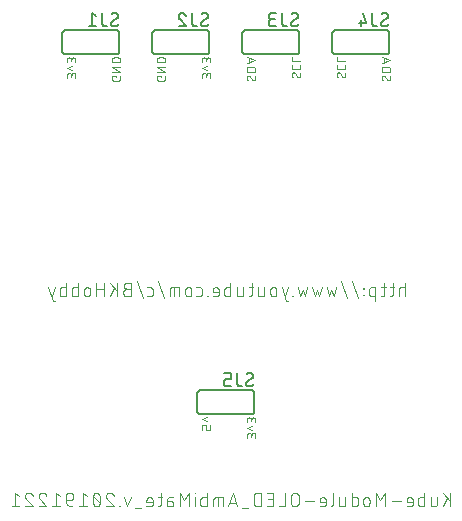
<source format=gbr>
G04 EAGLE Gerber RS-274X export*
G75*
%MOMM*%
%FSLAX34Y34*%
%LPD*%
%INSilkscreen Bottom*%
%IPPOS*%
%AMOC8*
5,1,8,0,0,1.08239X$1,22.5*%
G01*
%ADD10C,0.101600*%
%ADD11C,0.076200*%
%ADD12C,0.152400*%
%ADD13C,0.127000*%


D10*
X570992Y114808D02*
X570992Y126492D01*
X564501Y126492D02*
X570992Y119352D01*
X568396Y121948D02*
X564501Y114808D01*
X559844Y116755D02*
X559844Y122597D01*
X559844Y116755D02*
X559842Y116668D01*
X559836Y116580D01*
X559826Y116494D01*
X559813Y116407D01*
X559795Y116322D01*
X559774Y116237D01*
X559749Y116153D01*
X559720Y116071D01*
X559687Y115990D01*
X559651Y115910D01*
X559612Y115832D01*
X559568Y115756D01*
X559522Y115682D01*
X559472Y115611D01*
X559419Y115541D01*
X559363Y115474D01*
X559304Y115410D01*
X559242Y115348D01*
X559178Y115289D01*
X559111Y115233D01*
X559041Y115180D01*
X558970Y115130D01*
X558896Y115084D01*
X558820Y115040D01*
X558742Y115001D01*
X558662Y114965D01*
X558581Y114932D01*
X558499Y114903D01*
X558415Y114878D01*
X558330Y114857D01*
X558245Y114839D01*
X558158Y114826D01*
X558072Y114816D01*
X557984Y114810D01*
X557897Y114808D01*
X554651Y114808D01*
X554651Y122597D01*
X549117Y126492D02*
X549117Y114808D01*
X545872Y114808D01*
X545785Y114810D01*
X545697Y114816D01*
X545611Y114826D01*
X545524Y114839D01*
X545439Y114857D01*
X545354Y114878D01*
X545270Y114903D01*
X545188Y114932D01*
X545107Y114965D01*
X545027Y115001D01*
X544949Y115040D01*
X544873Y115084D01*
X544799Y115130D01*
X544728Y115180D01*
X544658Y115233D01*
X544591Y115289D01*
X544527Y115348D01*
X544465Y115409D01*
X544406Y115474D01*
X544350Y115541D01*
X544297Y115611D01*
X544247Y115682D01*
X544201Y115756D01*
X544158Y115832D01*
X544118Y115910D01*
X544082Y115990D01*
X544049Y116071D01*
X544020Y116153D01*
X543995Y116237D01*
X543974Y116322D01*
X543956Y116407D01*
X543943Y116494D01*
X543933Y116580D01*
X543927Y116668D01*
X543925Y116755D01*
X543925Y120650D01*
X543927Y120737D01*
X543933Y120825D01*
X543943Y120911D01*
X543956Y120998D01*
X543974Y121083D01*
X543995Y121168D01*
X544020Y121252D01*
X544049Y121334D01*
X544082Y121415D01*
X544118Y121495D01*
X544157Y121573D01*
X544201Y121649D01*
X544247Y121723D01*
X544297Y121794D01*
X544350Y121864D01*
X544406Y121931D01*
X544465Y121996D01*
X544527Y122057D01*
X544591Y122116D01*
X544658Y122172D01*
X544728Y122225D01*
X544799Y122275D01*
X544873Y122321D01*
X544949Y122365D01*
X545027Y122404D01*
X545107Y122440D01*
X545188Y122473D01*
X545270Y122502D01*
X545354Y122527D01*
X545439Y122548D01*
X545524Y122566D01*
X545611Y122579D01*
X545698Y122589D01*
X545785Y122595D01*
X545872Y122597D01*
X549117Y122597D01*
X537323Y114808D02*
X534077Y114808D01*
X537323Y114808D02*
X537410Y114810D01*
X537498Y114816D01*
X537584Y114826D01*
X537671Y114839D01*
X537756Y114857D01*
X537841Y114878D01*
X537925Y114903D01*
X538007Y114932D01*
X538088Y114965D01*
X538168Y115001D01*
X538246Y115040D01*
X538322Y115084D01*
X538396Y115130D01*
X538467Y115180D01*
X538537Y115233D01*
X538604Y115289D01*
X538668Y115348D01*
X538730Y115410D01*
X538789Y115474D01*
X538845Y115541D01*
X538898Y115611D01*
X538948Y115682D01*
X538994Y115756D01*
X539038Y115832D01*
X539077Y115910D01*
X539113Y115990D01*
X539146Y116071D01*
X539175Y116153D01*
X539200Y116237D01*
X539221Y116322D01*
X539239Y116407D01*
X539252Y116494D01*
X539262Y116580D01*
X539268Y116668D01*
X539270Y116755D01*
X539270Y120001D01*
X539268Y120102D01*
X539262Y120202D01*
X539252Y120302D01*
X539239Y120402D01*
X539221Y120501D01*
X539200Y120600D01*
X539175Y120697D01*
X539146Y120794D01*
X539113Y120889D01*
X539077Y120983D01*
X539037Y121075D01*
X538994Y121166D01*
X538947Y121255D01*
X538897Y121342D01*
X538843Y121428D01*
X538786Y121511D01*
X538726Y121591D01*
X538663Y121670D01*
X538596Y121746D01*
X538527Y121819D01*
X538455Y121889D01*
X538381Y121957D01*
X538304Y122022D01*
X538224Y122083D01*
X538142Y122142D01*
X538058Y122197D01*
X537972Y122249D01*
X537884Y122298D01*
X537794Y122343D01*
X537702Y122385D01*
X537609Y122423D01*
X537514Y122457D01*
X537419Y122488D01*
X537322Y122515D01*
X537224Y122538D01*
X537125Y122558D01*
X537025Y122573D01*
X536925Y122585D01*
X536825Y122593D01*
X536724Y122597D01*
X536624Y122597D01*
X536523Y122593D01*
X536423Y122585D01*
X536323Y122573D01*
X536223Y122558D01*
X536124Y122538D01*
X536026Y122515D01*
X535929Y122488D01*
X535834Y122457D01*
X535739Y122423D01*
X535646Y122385D01*
X535554Y122343D01*
X535464Y122298D01*
X535376Y122249D01*
X535290Y122197D01*
X535206Y122142D01*
X535124Y122083D01*
X535044Y122022D01*
X534967Y121957D01*
X534893Y121889D01*
X534821Y121819D01*
X534752Y121746D01*
X534685Y121670D01*
X534622Y121591D01*
X534562Y121511D01*
X534505Y121428D01*
X534451Y121342D01*
X534401Y121255D01*
X534354Y121166D01*
X534311Y121075D01*
X534271Y120983D01*
X534235Y120889D01*
X534202Y120794D01*
X534173Y120697D01*
X534148Y120600D01*
X534127Y120501D01*
X534109Y120402D01*
X534096Y120302D01*
X534086Y120202D01*
X534080Y120102D01*
X534078Y120001D01*
X534077Y120001D02*
X534077Y118703D01*
X539270Y118703D01*
X529139Y119352D02*
X521349Y119352D01*
X515804Y114808D02*
X515804Y126492D01*
X511909Y120001D01*
X508014Y126492D01*
X508014Y114808D01*
X502694Y117404D02*
X502694Y120001D01*
X502692Y120102D01*
X502686Y120202D01*
X502676Y120302D01*
X502663Y120402D01*
X502645Y120501D01*
X502624Y120600D01*
X502599Y120697D01*
X502570Y120794D01*
X502537Y120889D01*
X502501Y120983D01*
X502461Y121075D01*
X502418Y121166D01*
X502371Y121255D01*
X502321Y121342D01*
X502267Y121428D01*
X502210Y121511D01*
X502150Y121591D01*
X502087Y121670D01*
X502020Y121746D01*
X501951Y121819D01*
X501879Y121889D01*
X501805Y121957D01*
X501728Y122022D01*
X501648Y122083D01*
X501566Y122142D01*
X501482Y122197D01*
X501396Y122249D01*
X501308Y122298D01*
X501218Y122343D01*
X501126Y122385D01*
X501033Y122423D01*
X500938Y122457D01*
X500843Y122488D01*
X500746Y122515D01*
X500648Y122538D01*
X500549Y122558D01*
X500449Y122573D01*
X500349Y122585D01*
X500249Y122593D01*
X500148Y122597D01*
X500048Y122597D01*
X499947Y122593D01*
X499847Y122585D01*
X499747Y122573D01*
X499647Y122558D01*
X499548Y122538D01*
X499450Y122515D01*
X499353Y122488D01*
X499258Y122457D01*
X499163Y122423D01*
X499070Y122385D01*
X498978Y122343D01*
X498888Y122298D01*
X498800Y122249D01*
X498714Y122197D01*
X498630Y122142D01*
X498548Y122083D01*
X498468Y122022D01*
X498391Y121957D01*
X498317Y121889D01*
X498245Y121819D01*
X498176Y121746D01*
X498109Y121670D01*
X498046Y121591D01*
X497986Y121511D01*
X497929Y121428D01*
X497875Y121342D01*
X497825Y121255D01*
X497778Y121166D01*
X497735Y121075D01*
X497695Y120983D01*
X497659Y120889D01*
X497626Y120794D01*
X497597Y120697D01*
X497572Y120600D01*
X497551Y120501D01*
X497533Y120402D01*
X497520Y120302D01*
X497510Y120202D01*
X497504Y120102D01*
X497502Y120001D01*
X497501Y120001D02*
X497501Y117404D01*
X497502Y117404D02*
X497504Y117303D01*
X497510Y117203D01*
X497520Y117103D01*
X497533Y117003D01*
X497551Y116904D01*
X497572Y116805D01*
X497597Y116708D01*
X497626Y116611D01*
X497659Y116516D01*
X497695Y116422D01*
X497735Y116330D01*
X497778Y116239D01*
X497825Y116150D01*
X497875Y116063D01*
X497929Y115977D01*
X497986Y115894D01*
X498046Y115814D01*
X498109Y115735D01*
X498176Y115659D01*
X498245Y115586D01*
X498317Y115516D01*
X498391Y115448D01*
X498468Y115383D01*
X498548Y115322D01*
X498630Y115263D01*
X498714Y115208D01*
X498800Y115156D01*
X498888Y115107D01*
X498978Y115062D01*
X499070Y115020D01*
X499163Y114982D01*
X499258Y114948D01*
X499353Y114917D01*
X499450Y114890D01*
X499548Y114867D01*
X499647Y114847D01*
X499747Y114832D01*
X499847Y114820D01*
X499947Y114812D01*
X500048Y114808D01*
X500148Y114808D01*
X500249Y114812D01*
X500349Y114820D01*
X500449Y114832D01*
X500549Y114847D01*
X500648Y114867D01*
X500746Y114890D01*
X500843Y114917D01*
X500938Y114948D01*
X501033Y114982D01*
X501126Y115020D01*
X501218Y115062D01*
X501308Y115107D01*
X501396Y115156D01*
X501482Y115208D01*
X501566Y115263D01*
X501648Y115322D01*
X501728Y115383D01*
X501805Y115448D01*
X501879Y115516D01*
X501951Y115586D01*
X502020Y115659D01*
X502087Y115735D01*
X502150Y115814D01*
X502210Y115894D01*
X502267Y115977D01*
X502321Y116063D01*
X502371Y116150D01*
X502418Y116239D01*
X502461Y116330D01*
X502501Y116422D01*
X502537Y116516D01*
X502570Y116611D01*
X502599Y116708D01*
X502624Y116805D01*
X502645Y116904D01*
X502663Y117003D01*
X502676Y117103D01*
X502686Y117203D01*
X502692Y117303D01*
X502694Y117404D01*
X487654Y114808D02*
X487654Y126492D01*
X487654Y114808D02*
X490900Y114808D01*
X490987Y114810D01*
X491075Y114816D01*
X491161Y114826D01*
X491248Y114839D01*
X491333Y114857D01*
X491418Y114878D01*
X491502Y114903D01*
X491584Y114932D01*
X491665Y114965D01*
X491745Y115001D01*
X491823Y115040D01*
X491899Y115084D01*
X491973Y115130D01*
X492044Y115180D01*
X492114Y115233D01*
X492181Y115289D01*
X492245Y115348D01*
X492307Y115410D01*
X492366Y115474D01*
X492422Y115541D01*
X492475Y115611D01*
X492525Y115682D01*
X492571Y115756D01*
X492615Y115832D01*
X492654Y115910D01*
X492690Y115990D01*
X492723Y116071D01*
X492752Y116153D01*
X492777Y116237D01*
X492798Y116322D01*
X492816Y116407D01*
X492829Y116494D01*
X492839Y116580D01*
X492845Y116668D01*
X492847Y116755D01*
X492847Y120650D01*
X492845Y120737D01*
X492839Y120825D01*
X492829Y120911D01*
X492816Y120998D01*
X492798Y121083D01*
X492777Y121168D01*
X492752Y121252D01*
X492723Y121334D01*
X492690Y121415D01*
X492654Y121495D01*
X492615Y121573D01*
X492571Y121649D01*
X492525Y121723D01*
X492475Y121794D01*
X492422Y121864D01*
X492366Y121931D01*
X492307Y121995D01*
X492245Y122057D01*
X492181Y122116D01*
X492114Y122172D01*
X492044Y122225D01*
X491973Y122275D01*
X491899Y122321D01*
X491823Y122365D01*
X491745Y122404D01*
X491665Y122440D01*
X491584Y122473D01*
X491502Y122502D01*
X491418Y122527D01*
X491333Y122548D01*
X491248Y122566D01*
X491161Y122579D01*
X491075Y122589D01*
X490987Y122595D01*
X490900Y122597D01*
X487654Y122597D01*
X482120Y122597D02*
X482120Y116755D01*
X482118Y116668D01*
X482112Y116580D01*
X482102Y116494D01*
X482089Y116407D01*
X482071Y116322D01*
X482050Y116237D01*
X482025Y116153D01*
X481996Y116071D01*
X481963Y115990D01*
X481927Y115910D01*
X481888Y115832D01*
X481844Y115756D01*
X481798Y115682D01*
X481748Y115611D01*
X481695Y115541D01*
X481639Y115474D01*
X481580Y115410D01*
X481518Y115348D01*
X481454Y115289D01*
X481387Y115233D01*
X481317Y115180D01*
X481246Y115130D01*
X481172Y115084D01*
X481096Y115040D01*
X481018Y115001D01*
X480938Y114965D01*
X480857Y114932D01*
X480775Y114903D01*
X480691Y114878D01*
X480606Y114857D01*
X480521Y114839D01*
X480434Y114826D01*
X480348Y114816D01*
X480260Y114810D01*
X480173Y114808D01*
X476927Y114808D01*
X476927Y122597D01*
X471684Y126492D02*
X471684Y116755D01*
X471683Y116755D02*
X471681Y116668D01*
X471675Y116580D01*
X471665Y116494D01*
X471652Y116407D01*
X471634Y116322D01*
X471613Y116237D01*
X471588Y116153D01*
X471559Y116071D01*
X471526Y115990D01*
X471490Y115910D01*
X471451Y115832D01*
X471407Y115756D01*
X471361Y115682D01*
X471311Y115611D01*
X471258Y115541D01*
X471202Y115474D01*
X471143Y115410D01*
X471081Y115348D01*
X471017Y115289D01*
X470950Y115233D01*
X470880Y115180D01*
X470809Y115130D01*
X470735Y115084D01*
X470659Y115040D01*
X470581Y115001D01*
X470501Y114965D01*
X470420Y114932D01*
X470338Y114903D01*
X470254Y114878D01*
X470169Y114857D01*
X470084Y114839D01*
X469997Y114826D01*
X469911Y114816D01*
X469823Y114810D01*
X469736Y114808D01*
X463790Y114808D02*
X460544Y114808D01*
X463790Y114808D02*
X463877Y114810D01*
X463965Y114816D01*
X464051Y114826D01*
X464138Y114839D01*
X464223Y114857D01*
X464308Y114878D01*
X464392Y114903D01*
X464474Y114932D01*
X464555Y114965D01*
X464635Y115001D01*
X464713Y115040D01*
X464789Y115084D01*
X464863Y115130D01*
X464934Y115180D01*
X465004Y115233D01*
X465071Y115289D01*
X465135Y115348D01*
X465197Y115410D01*
X465256Y115474D01*
X465312Y115541D01*
X465365Y115611D01*
X465415Y115682D01*
X465461Y115756D01*
X465505Y115832D01*
X465544Y115910D01*
X465580Y115990D01*
X465613Y116071D01*
X465642Y116153D01*
X465667Y116237D01*
X465688Y116322D01*
X465706Y116407D01*
X465719Y116494D01*
X465729Y116580D01*
X465735Y116668D01*
X465737Y116755D01*
X465737Y120001D01*
X465735Y120102D01*
X465729Y120202D01*
X465719Y120302D01*
X465706Y120402D01*
X465688Y120501D01*
X465667Y120600D01*
X465642Y120697D01*
X465613Y120794D01*
X465580Y120889D01*
X465544Y120983D01*
X465504Y121075D01*
X465461Y121166D01*
X465414Y121255D01*
X465364Y121342D01*
X465310Y121428D01*
X465253Y121511D01*
X465193Y121591D01*
X465130Y121670D01*
X465063Y121746D01*
X464994Y121819D01*
X464922Y121889D01*
X464848Y121957D01*
X464771Y122022D01*
X464691Y122083D01*
X464609Y122142D01*
X464525Y122197D01*
X464439Y122249D01*
X464351Y122298D01*
X464261Y122343D01*
X464169Y122385D01*
X464076Y122423D01*
X463981Y122457D01*
X463886Y122488D01*
X463789Y122515D01*
X463691Y122538D01*
X463592Y122558D01*
X463492Y122573D01*
X463392Y122585D01*
X463292Y122593D01*
X463191Y122597D01*
X463091Y122597D01*
X462990Y122593D01*
X462890Y122585D01*
X462790Y122573D01*
X462690Y122558D01*
X462591Y122538D01*
X462493Y122515D01*
X462396Y122488D01*
X462301Y122457D01*
X462206Y122423D01*
X462113Y122385D01*
X462021Y122343D01*
X461931Y122298D01*
X461843Y122249D01*
X461757Y122197D01*
X461673Y122142D01*
X461591Y122083D01*
X461511Y122022D01*
X461434Y121957D01*
X461360Y121889D01*
X461288Y121819D01*
X461219Y121746D01*
X461152Y121670D01*
X461089Y121591D01*
X461029Y121511D01*
X460972Y121428D01*
X460918Y121342D01*
X460868Y121255D01*
X460821Y121166D01*
X460778Y121075D01*
X460738Y120983D01*
X460702Y120889D01*
X460669Y120794D01*
X460640Y120697D01*
X460615Y120600D01*
X460594Y120501D01*
X460576Y120402D01*
X460563Y120302D01*
X460553Y120202D01*
X460547Y120102D01*
X460545Y120001D01*
X460544Y120001D02*
X460544Y118703D01*
X465737Y118703D01*
X455606Y119352D02*
X447816Y119352D01*
X442764Y118054D02*
X442764Y123246D01*
X442765Y123246D02*
X442763Y123359D01*
X442757Y123472D01*
X442747Y123585D01*
X442733Y123698D01*
X442716Y123810D01*
X442694Y123921D01*
X442669Y124031D01*
X442639Y124141D01*
X442606Y124249D01*
X442569Y124356D01*
X442529Y124462D01*
X442484Y124566D01*
X442436Y124669D01*
X442385Y124770D01*
X442330Y124869D01*
X442272Y124966D01*
X442210Y125061D01*
X442145Y125154D01*
X442077Y125244D01*
X442006Y125332D01*
X441931Y125418D01*
X441854Y125501D01*
X441774Y125581D01*
X441691Y125658D01*
X441605Y125733D01*
X441517Y125804D01*
X441427Y125872D01*
X441334Y125937D01*
X441239Y125999D01*
X441142Y126057D01*
X441043Y126112D01*
X440942Y126163D01*
X440839Y126211D01*
X440735Y126256D01*
X440629Y126296D01*
X440522Y126333D01*
X440414Y126366D01*
X440304Y126396D01*
X440194Y126421D01*
X440083Y126443D01*
X439971Y126460D01*
X439858Y126474D01*
X439745Y126484D01*
X439632Y126490D01*
X439519Y126492D01*
X439406Y126490D01*
X439293Y126484D01*
X439180Y126474D01*
X439067Y126460D01*
X438955Y126443D01*
X438844Y126421D01*
X438734Y126396D01*
X438624Y126366D01*
X438516Y126333D01*
X438409Y126296D01*
X438303Y126256D01*
X438199Y126211D01*
X438096Y126163D01*
X437995Y126112D01*
X437896Y126057D01*
X437799Y125999D01*
X437704Y125937D01*
X437611Y125872D01*
X437521Y125804D01*
X437433Y125733D01*
X437347Y125658D01*
X437264Y125581D01*
X437184Y125501D01*
X437107Y125418D01*
X437032Y125332D01*
X436961Y125244D01*
X436893Y125154D01*
X436828Y125061D01*
X436766Y124966D01*
X436708Y124869D01*
X436653Y124770D01*
X436602Y124669D01*
X436554Y124566D01*
X436509Y124462D01*
X436469Y124356D01*
X436432Y124249D01*
X436399Y124141D01*
X436369Y124031D01*
X436344Y123921D01*
X436322Y123810D01*
X436305Y123698D01*
X436291Y123585D01*
X436281Y123472D01*
X436275Y123359D01*
X436273Y123246D01*
X436273Y118054D01*
X436275Y117941D01*
X436281Y117828D01*
X436291Y117715D01*
X436305Y117602D01*
X436322Y117490D01*
X436344Y117379D01*
X436369Y117269D01*
X436399Y117159D01*
X436432Y117051D01*
X436469Y116944D01*
X436509Y116838D01*
X436554Y116734D01*
X436602Y116631D01*
X436653Y116530D01*
X436708Y116431D01*
X436766Y116334D01*
X436828Y116239D01*
X436893Y116146D01*
X436961Y116056D01*
X437032Y115968D01*
X437107Y115882D01*
X437184Y115799D01*
X437264Y115719D01*
X437347Y115642D01*
X437433Y115567D01*
X437521Y115496D01*
X437611Y115428D01*
X437704Y115363D01*
X437799Y115301D01*
X437896Y115243D01*
X437995Y115188D01*
X438096Y115137D01*
X438199Y115089D01*
X438303Y115044D01*
X438409Y115004D01*
X438516Y114967D01*
X438624Y114934D01*
X438734Y114904D01*
X438844Y114879D01*
X438955Y114857D01*
X439067Y114840D01*
X439180Y114826D01*
X439293Y114816D01*
X439406Y114810D01*
X439519Y114808D01*
X439632Y114810D01*
X439745Y114816D01*
X439858Y114826D01*
X439971Y114840D01*
X440083Y114857D01*
X440194Y114879D01*
X440304Y114904D01*
X440414Y114934D01*
X440522Y114967D01*
X440629Y115004D01*
X440735Y115044D01*
X440839Y115089D01*
X440942Y115137D01*
X441043Y115188D01*
X441142Y115243D01*
X441239Y115301D01*
X441334Y115363D01*
X441427Y115428D01*
X441517Y115496D01*
X441605Y115567D01*
X441691Y115642D01*
X441774Y115719D01*
X441854Y115799D01*
X441931Y115882D01*
X442006Y115968D01*
X442077Y116056D01*
X442145Y116146D01*
X442210Y116239D01*
X442272Y116334D01*
X442330Y116431D01*
X442385Y116530D01*
X442436Y116631D01*
X442484Y116734D01*
X442529Y116838D01*
X442569Y116944D01*
X442606Y117051D01*
X442639Y117159D01*
X442669Y117269D01*
X442694Y117379D01*
X442716Y117490D01*
X442733Y117602D01*
X442747Y117715D01*
X442757Y117828D01*
X442763Y117941D01*
X442765Y118054D01*
X430931Y114808D02*
X430931Y126492D01*
X430931Y114808D02*
X425738Y114808D01*
X421025Y114808D02*
X415832Y114808D01*
X421025Y114808D02*
X421025Y126492D01*
X415832Y126492D01*
X417130Y121299D02*
X421025Y121299D01*
X411142Y126492D02*
X411142Y114808D01*
X411142Y126492D02*
X407896Y126492D01*
X407783Y126490D01*
X407670Y126484D01*
X407557Y126474D01*
X407444Y126460D01*
X407332Y126443D01*
X407221Y126421D01*
X407111Y126396D01*
X407001Y126366D01*
X406893Y126333D01*
X406786Y126296D01*
X406680Y126256D01*
X406576Y126211D01*
X406473Y126163D01*
X406372Y126112D01*
X406273Y126057D01*
X406176Y125999D01*
X406081Y125937D01*
X405988Y125872D01*
X405898Y125804D01*
X405810Y125733D01*
X405724Y125658D01*
X405641Y125581D01*
X405561Y125501D01*
X405484Y125418D01*
X405409Y125332D01*
X405338Y125244D01*
X405270Y125154D01*
X405205Y125061D01*
X405143Y124966D01*
X405085Y124869D01*
X405030Y124770D01*
X404979Y124669D01*
X404931Y124566D01*
X404886Y124462D01*
X404846Y124356D01*
X404809Y124249D01*
X404776Y124141D01*
X404746Y124031D01*
X404721Y123921D01*
X404699Y123810D01*
X404682Y123698D01*
X404668Y123585D01*
X404658Y123472D01*
X404652Y123359D01*
X404650Y123246D01*
X404650Y118054D01*
X404652Y117941D01*
X404658Y117828D01*
X404668Y117715D01*
X404682Y117602D01*
X404699Y117490D01*
X404721Y117379D01*
X404746Y117269D01*
X404776Y117159D01*
X404809Y117051D01*
X404846Y116944D01*
X404886Y116838D01*
X404931Y116734D01*
X404979Y116631D01*
X405030Y116530D01*
X405085Y116431D01*
X405143Y116334D01*
X405205Y116239D01*
X405270Y116146D01*
X405338Y116056D01*
X405409Y115968D01*
X405484Y115882D01*
X405561Y115799D01*
X405641Y115719D01*
X405724Y115642D01*
X405810Y115567D01*
X405898Y115496D01*
X405988Y115428D01*
X406081Y115363D01*
X406176Y115301D01*
X406273Y115243D01*
X406372Y115188D01*
X406473Y115137D01*
X406576Y115089D01*
X406680Y115044D01*
X406786Y115004D01*
X406893Y114967D01*
X407001Y114934D01*
X407111Y114904D01*
X407221Y114879D01*
X407332Y114857D01*
X407444Y114840D01*
X407557Y114826D01*
X407670Y114816D01*
X407783Y114810D01*
X407896Y114808D01*
X411142Y114808D01*
X399824Y113510D02*
X394632Y113510D01*
X390836Y114808D02*
X386941Y126492D01*
X383046Y114808D01*
X384020Y117729D02*
X389862Y117729D01*
X378263Y114808D02*
X378263Y122597D01*
X372421Y122597D01*
X372334Y122595D01*
X372246Y122589D01*
X372160Y122579D01*
X372073Y122566D01*
X371988Y122548D01*
X371903Y122527D01*
X371819Y122502D01*
X371737Y122473D01*
X371656Y122440D01*
X371576Y122404D01*
X371498Y122365D01*
X371422Y122321D01*
X371348Y122275D01*
X371277Y122225D01*
X371207Y122172D01*
X371140Y122116D01*
X371076Y122057D01*
X371014Y121995D01*
X370955Y121931D01*
X370899Y121864D01*
X370846Y121794D01*
X370796Y121723D01*
X370750Y121649D01*
X370706Y121573D01*
X370667Y121495D01*
X370631Y121415D01*
X370598Y121334D01*
X370569Y121252D01*
X370544Y121168D01*
X370523Y121083D01*
X370505Y120998D01*
X370492Y120911D01*
X370482Y120825D01*
X370476Y120737D01*
X370474Y120650D01*
X370473Y120650D02*
X370473Y114808D01*
X374368Y114808D02*
X374368Y122597D01*
X364714Y126492D02*
X364714Y114808D01*
X361468Y114808D01*
X361381Y114810D01*
X361293Y114816D01*
X361207Y114826D01*
X361120Y114839D01*
X361035Y114857D01*
X360950Y114878D01*
X360866Y114903D01*
X360784Y114932D01*
X360703Y114965D01*
X360623Y115001D01*
X360545Y115040D01*
X360469Y115084D01*
X360395Y115130D01*
X360324Y115180D01*
X360254Y115233D01*
X360187Y115289D01*
X360123Y115348D01*
X360061Y115409D01*
X360002Y115474D01*
X359946Y115541D01*
X359893Y115611D01*
X359843Y115682D01*
X359797Y115756D01*
X359754Y115832D01*
X359714Y115910D01*
X359678Y115990D01*
X359645Y116071D01*
X359616Y116153D01*
X359591Y116237D01*
X359570Y116322D01*
X359552Y116407D01*
X359539Y116494D01*
X359529Y116580D01*
X359523Y116668D01*
X359521Y116755D01*
X359521Y120650D01*
X359523Y120737D01*
X359529Y120825D01*
X359539Y120911D01*
X359552Y120998D01*
X359570Y121083D01*
X359591Y121168D01*
X359616Y121252D01*
X359645Y121334D01*
X359678Y121415D01*
X359714Y121495D01*
X359753Y121573D01*
X359797Y121649D01*
X359843Y121723D01*
X359893Y121794D01*
X359946Y121864D01*
X360002Y121931D01*
X360061Y121996D01*
X360123Y122057D01*
X360187Y122116D01*
X360254Y122172D01*
X360324Y122225D01*
X360395Y122275D01*
X360469Y122321D01*
X360545Y122365D01*
X360623Y122404D01*
X360703Y122440D01*
X360784Y122473D01*
X360866Y122502D01*
X360950Y122527D01*
X361035Y122548D01*
X361120Y122566D01*
X361207Y122579D01*
X361294Y122589D01*
X361381Y122595D01*
X361468Y122597D01*
X364714Y122597D01*
X354937Y122597D02*
X354937Y114808D01*
X355262Y125843D02*
X355262Y126492D01*
X354612Y126492D01*
X354612Y125843D01*
X355262Y125843D01*
X349688Y126492D02*
X349688Y114808D01*
X345793Y120001D02*
X349688Y126492D01*
X345793Y120001D02*
X341898Y126492D01*
X341898Y114808D01*
X334366Y119352D02*
X331445Y119352D01*
X334366Y119352D02*
X334460Y119350D01*
X334554Y119344D01*
X334647Y119335D01*
X334740Y119321D01*
X334832Y119304D01*
X334924Y119282D01*
X335014Y119258D01*
X335104Y119229D01*
X335192Y119197D01*
X335279Y119161D01*
X335364Y119121D01*
X335447Y119078D01*
X335529Y119032D01*
X335609Y118982D01*
X335686Y118929D01*
X335761Y118873D01*
X335834Y118814D01*
X335905Y118752D01*
X335973Y118687D01*
X336038Y118619D01*
X336100Y118548D01*
X336159Y118475D01*
X336215Y118400D01*
X336268Y118323D01*
X336318Y118243D01*
X336364Y118161D01*
X336407Y118078D01*
X336447Y117993D01*
X336483Y117906D01*
X336515Y117818D01*
X336544Y117728D01*
X336568Y117638D01*
X336590Y117546D01*
X336607Y117454D01*
X336621Y117361D01*
X336630Y117268D01*
X336636Y117174D01*
X336638Y117080D01*
X336636Y116986D01*
X336630Y116892D01*
X336621Y116799D01*
X336607Y116706D01*
X336590Y116614D01*
X336568Y116522D01*
X336544Y116432D01*
X336515Y116342D01*
X336483Y116254D01*
X336447Y116167D01*
X336407Y116082D01*
X336364Y115999D01*
X336318Y115917D01*
X336268Y115837D01*
X336215Y115760D01*
X336159Y115685D01*
X336100Y115612D01*
X336038Y115541D01*
X335973Y115473D01*
X335905Y115408D01*
X335834Y115346D01*
X335761Y115287D01*
X335686Y115231D01*
X335609Y115178D01*
X335529Y115128D01*
X335447Y115082D01*
X335364Y115039D01*
X335279Y114999D01*
X335192Y114963D01*
X335104Y114931D01*
X335014Y114902D01*
X334924Y114878D01*
X334832Y114856D01*
X334740Y114839D01*
X334647Y114825D01*
X334554Y114816D01*
X334460Y114810D01*
X334366Y114808D01*
X331445Y114808D01*
X331445Y120650D01*
X331447Y120737D01*
X331453Y120825D01*
X331463Y120911D01*
X331476Y120998D01*
X331494Y121083D01*
X331515Y121168D01*
X331540Y121252D01*
X331569Y121334D01*
X331602Y121415D01*
X331638Y121495D01*
X331677Y121573D01*
X331721Y121649D01*
X331767Y121723D01*
X331817Y121794D01*
X331870Y121864D01*
X331926Y121931D01*
X331985Y121996D01*
X332047Y122057D01*
X332111Y122116D01*
X332178Y122172D01*
X332248Y122225D01*
X332319Y122275D01*
X332393Y122321D01*
X332469Y122365D01*
X332547Y122404D01*
X332627Y122440D01*
X332708Y122473D01*
X332790Y122502D01*
X332874Y122527D01*
X332959Y122548D01*
X333044Y122566D01*
X333131Y122579D01*
X333218Y122589D01*
X333305Y122595D01*
X333392Y122597D01*
X335988Y122597D01*
X327259Y122597D02*
X323364Y122597D01*
X325961Y126492D02*
X325961Y116755D01*
X325960Y116755D02*
X325958Y116668D01*
X325952Y116580D01*
X325942Y116494D01*
X325929Y116407D01*
X325911Y116322D01*
X325890Y116237D01*
X325865Y116153D01*
X325836Y116071D01*
X325803Y115990D01*
X325767Y115910D01*
X325728Y115832D01*
X325684Y115756D01*
X325638Y115682D01*
X325588Y115611D01*
X325535Y115541D01*
X325479Y115474D01*
X325420Y115410D01*
X325358Y115348D01*
X325294Y115289D01*
X325227Y115233D01*
X325157Y115180D01*
X325086Y115130D01*
X325012Y115084D01*
X324936Y115040D01*
X324858Y115001D01*
X324778Y114965D01*
X324697Y114932D01*
X324615Y114903D01*
X324531Y114878D01*
X324446Y114857D01*
X324361Y114839D01*
X324274Y114826D01*
X324188Y114816D01*
X324100Y114810D01*
X324013Y114808D01*
X323364Y114808D01*
X317105Y114808D02*
X313860Y114808D01*
X317105Y114808D02*
X317192Y114810D01*
X317280Y114816D01*
X317366Y114826D01*
X317453Y114839D01*
X317538Y114857D01*
X317623Y114878D01*
X317707Y114903D01*
X317789Y114932D01*
X317870Y114965D01*
X317950Y115001D01*
X318028Y115040D01*
X318104Y115084D01*
X318178Y115130D01*
X318249Y115180D01*
X318319Y115233D01*
X318386Y115289D01*
X318450Y115348D01*
X318512Y115410D01*
X318571Y115474D01*
X318627Y115541D01*
X318680Y115611D01*
X318730Y115682D01*
X318776Y115756D01*
X318820Y115832D01*
X318859Y115910D01*
X318895Y115990D01*
X318928Y116071D01*
X318957Y116153D01*
X318982Y116237D01*
X319003Y116322D01*
X319021Y116407D01*
X319034Y116494D01*
X319044Y116580D01*
X319050Y116668D01*
X319052Y116755D01*
X319053Y116755D02*
X319053Y120001D01*
X319052Y120001D02*
X319050Y120102D01*
X319044Y120202D01*
X319034Y120302D01*
X319021Y120402D01*
X319003Y120501D01*
X318982Y120600D01*
X318957Y120697D01*
X318928Y120794D01*
X318895Y120889D01*
X318859Y120983D01*
X318819Y121075D01*
X318776Y121166D01*
X318729Y121255D01*
X318679Y121342D01*
X318625Y121428D01*
X318568Y121511D01*
X318508Y121591D01*
X318445Y121670D01*
X318378Y121746D01*
X318309Y121819D01*
X318237Y121889D01*
X318163Y121957D01*
X318086Y122022D01*
X318006Y122083D01*
X317924Y122142D01*
X317840Y122197D01*
X317754Y122249D01*
X317666Y122298D01*
X317576Y122343D01*
X317484Y122385D01*
X317391Y122423D01*
X317296Y122457D01*
X317201Y122488D01*
X317104Y122515D01*
X317006Y122538D01*
X316907Y122558D01*
X316807Y122573D01*
X316707Y122585D01*
X316607Y122593D01*
X316506Y122597D01*
X316406Y122597D01*
X316305Y122593D01*
X316205Y122585D01*
X316105Y122573D01*
X316005Y122558D01*
X315906Y122538D01*
X315808Y122515D01*
X315711Y122488D01*
X315616Y122457D01*
X315521Y122423D01*
X315428Y122385D01*
X315336Y122343D01*
X315246Y122298D01*
X315158Y122249D01*
X315072Y122197D01*
X314988Y122142D01*
X314906Y122083D01*
X314826Y122022D01*
X314749Y121957D01*
X314675Y121889D01*
X314603Y121819D01*
X314534Y121746D01*
X314467Y121670D01*
X314404Y121591D01*
X314344Y121511D01*
X314287Y121428D01*
X314233Y121342D01*
X314183Y121255D01*
X314136Y121166D01*
X314093Y121075D01*
X314053Y120983D01*
X314017Y120889D01*
X313984Y120794D01*
X313955Y120697D01*
X313930Y120600D01*
X313909Y120501D01*
X313891Y120402D01*
X313878Y120302D01*
X313868Y120202D01*
X313862Y120102D01*
X313860Y120001D01*
X313860Y118703D01*
X319053Y118703D01*
X309528Y113510D02*
X304335Y113510D01*
X297787Y114808D02*
X300384Y122597D01*
X295191Y122597D02*
X297787Y114808D01*
X291254Y114808D02*
X291254Y115457D01*
X290605Y115457D01*
X290605Y114808D01*
X291254Y114808D01*
X279683Y123571D02*
X279685Y123678D01*
X279691Y123784D01*
X279701Y123890D01*
X279714Y123996D01*
X279732Y124102D01*
X279753Y124206D01*
X279778Y124310D01*
X279807Y124413D01*
X279839Y124514D01*
X279876Y124614D01*
X279916Y124713D01*
X279959Y124811D01*
X280006Y124907D01*
X280057Y125001D01*
X280111Y125093D01*
X280168Y125183D01*
X280228Y125271D01*
X280292Y125356D01*
X280359Y125439D01*
X280429Y125520D01*
X280501Y125598D01*
X280577Y125674D01*
X280655Y125746D01*
X280736Y125816D01*
X280819Y125883D01*
X280904Y125947D01*
X280992Y126007D01*
X281082Y126064D01*
X281174Y126118D01*
X281268Y126169D01*
X281364Y126216D01*
X281462Y126259D01*
X281561Y126299D01*
X281661Y126336D01*
X281762Y126368D01*
X281865Y126397D01*
X281969Y126422D01*
X282073Y126443D01*
X282179Y126461D01*
X282285Y126474D01*
X282391Y126484D01*
X282497Y126490D01*
X282604Y126492D01*
X282725Y126490D01*
X282846Y126484D01*
X282966Y126474D01*
X283087Y126461D01*
X283206Y126443D01*
X283326Y126422D01*
X283444Y126397D01*
X283561Y126368D01*
X283678Y126335D01*
X283793Y126299D01*
X283907Y126258D01*
X284020Y126215D01*
X284132Y126167D01*
X284241Y126116D01*
X284349Y126061D01*
X284456Y126003D01*
X284560Y125942D01*
X284662Y125877D01*
X284762Y125809D01*
X284860Y125738D01*
X284956Y125664D01*
X285049Y125587D01*
X285139Y125506D01*
X285227Y125423D01*
X285312Y125337D01*
X285395Y125248D01*
X285474Y125157D01*
X285551Y125063D01*
X285624Y124967D01*
X285694Y124869D01*
X285761Y124768D01*
X285825Y124665D01*
X285886Y124560D01*
X285943Y124453D01*
X285996Y124345D01*
X286046Y124235D01*
X286092Y124123D01*
X286135Y124010D01*
X286174Y123895D01*
X280657Y121299D02*
X280578Y121377D01*
X280502Y121457D01*
X280429Y121540D01*
X280359Y121626D01*
X280292Y121713D01*
X280228Y121804D01*
X280168Y121896D01*
X280110Y121990D01*
X280056Y122087D01*
X280006Y122185D01*
X279959Y122285D01*
X279915Y122386D01*
X279875Y122489D01*
X279839Y122594D01*
X279807Y122699D01*
X279778Y122806D01*
X279753Y122913D01*
X279731Y123022D01*
X279714Y123131D01*
X279700Y123240D01*
X279691Y123350D01*
X279685Y123461D01*
X279683Y123571D01*
X280656Y121299D02*
X286174Y114808D01*
X279683Y114808D01*
X274744Y120650D02*
X274741Y120880D01*
X274733Y121110D01*
X274719Y121339D01*
X274700Y121568D01*
X274675Y121797D01*
X274645Y122025D01*
X274610Y122252D01*
X274569Y122478D01*
X274523Y122703D01*
X274471Y122927D01*
X274414Y123150D01*
X274352Y123371D01*
X274284Y123591D01*
X274211Y123809D01*
X274133Y124025D01*
X274050Y124239D01*
X273962Y124452D01*
X273869Y124662D01*
X273770Y124869D01*
X273737Y124959D01*
X273701Y125048D01*
X273661Y125136D01*
X273617Y125221D01*
X273570Y125305D01*
X273520Y125387D01*
X273466Y125467D01*
X273410Y125544D01*
X273350Y125620D01*
X273287Y125693D01*
X273222Y125763D01*
X273153Y125831D01*
X273082Y125895D01*
X273009Y125957D01*
X272933Y126016D01*
X272855Y126072D01*
X272774Y126125D01*
X272692Y126174D01*
X272608Y126220D01*
X272521Y126263D01*
X272434Y126302D01*
X272344Y126338D01*
X272254Y126370D01*
X272162Y126398D01*
X272069Y126423D01*
X271975Y126444D01*
X271881Y126461D01*
X271786Y126475D01*
X271690Y126484D01*
X271594Y126490D01*
X271498Y126492D01*
X271402Y126490D01*
X271306Y126484D01*
X271210Y126475D01*
X271115Y126461D01*
X271021Y126444D01*
X270927Y126423D01*
X270834Y126398D01*
X270742Y126370D01*
X270652Y126338D01*
X270562Y126302D01*
X270475Y126263D01*
X270388Y126220D01*
X270304Y126174D01*
X270222Y126125D01*
X270141Y126072D01*
X270063Y126016D01*
X269987Y125957D01*
X269914Y125895D01*
X269843Y125831D01*
X269774Y125763D01*
X269709Y125693D01*
X269646Y125620D01*
X269586Y125545D01*
X269530Y125467D01*
X269476Y125387D01*
X269426Y125305D01*
X269379Y125221D01*
X269336Y125136D01*
X269295Y125048D01*
X269259Y124959D01*
X269226Y124869D01*
X269227Y124869D02*
X269128Y124661D01*
X269035Y124451D01*
X268947Y124239D01*
X268864Y124025D01*
X268786Y123808D01*
X268713Y123590D01*
X268645Y123371D01*
X268583Y123149D01*
X268526Y122927D01*
X268474Y122703D01*
X268428Y122478D01*
X268387Y122252D01*
X268352Y122024D01*
X268322Y121797D01*
X268297Y121568D01*
X268278Y121339D01*
X268264Y121110D01*
X268256Y120880D01*
X268253Y120650D01*
X274744Y120650D02*
X274741Y120420D01*
X274733Y120190D01*
X274719Y119961D01*
X274700Y119732D01*
X274675Y119503D01*
X274645Y119275D01*
X274610Y119048D01*
X274569Y118822D01*
X274523Y118597D01*
X274471Y118373D01*
X274414Y118150D01*
X274352Y117929D01*
X274284Y117709D01*
X274211Y117491D01*
X274133Y117275D01*
X274050Y117061D01*
X273962Y116849D01*
X273869Y116638D01*
X273770Y116431D01*
X273737Y116341D01*
X273701Y116252D01*
X273660Y116164D01*
X273617Y116079D01*
X273570Y115995D01*
X273520Y115913D01*
X273466Y115833D01*
X273410Y115756D01*
X273350Y115680D01*
X273287Y115607D01*
X273222Y115537D01*
X273153Y115469D01*
X273082Y115405D01*
X273009Y115343D01*
X272933Y115284D01*
X272855Y115228D01*
X272774Y115175D01*
X272692Y115126D01*
X272608Y115080D01*
X272521Y115037D01*
X272434Y114998D01*
X272344Y114962D01*
X272254Y114930D01*
X272162Y114902D01*
X272069Y114877D01*
X271975Y114856D01*
X271881Y114839D01*
X271786Y114825D01*
X271690Y114816D01*
X271594Y114810D01*
X271498Y114808D01*
X269226Y116431D02*
X269127Y116638D01*
X269034Y116849D01*
X268946Y117061D01*
X268863Y117275D01*
X268785Y117491D01*
X268712Y117709D01*
X268644Y117929D01*
X268582Y118150D01*
X268525Y118373D01*
X268473Y118597D01*
X268427Y118822D01*
X268386Y119048D01*
X268351Y119275D01*
X268321Y119503D01*
X268296Y119732D01*
X268277Y119961D01*
X268263Y120190D01*
X268255Y120420D01*
X268252Y120650D01*
X269226Y116431D02*
X269259Y116341D01*
X269295Y116252D01*
X269336Y116164D01*
X269379Y116079D01*
X269426Y115995D01*
X269476Y115913D01*
X269530Y115833D01*
X269586Y115755D01*
X269646Y115680D01*
X269709Y115607D01*
X269774Y115537D01*
X269843Y115469D01*
X269914Y115405D01*
X269987Y115343D01*
X270063Y115284D01*
X270141Y115228D01*
X270222Y115175D01*
X270304Y115126D01*
X270388Y115080D01*
X270475Y115037D01*
X270562Y114998D01*
X270652Y114962D01*
X270742Y114930D01*
X270834Y114902D01*
X270927Y114877D01*
X271021Y114856D01*
X271115Y114839D01*
X271210Y114825D01*
X271306Y114816D01*
X271402Y114810D01*
X271498Y114808D01*
X274095Y117404D02*
X268902Y123896D01*
X263314Y123896D02*
X260068Y126492D01*
X260068Y114808D01*
X256823Y114808D02*
X263314Y114808D01*
X249287Y120001D02*
X245393Y120001D01*
X249287Y120001D02*
X249386Y120003D01*
X249486Y120009D01*
X249585Y120018D01*
X249683Y120031D01*
X249781Y120048D01*
X249879Y120069D01*
X249975Y120094D01*
X250070Y120122D01*
X250164Y120154D01*
X250257Y120189D01*
X250349Y120228D01*
X250439Y120271D01*
X250527Y120316D01*
X250614Y120366D01*
X250698Y120418D01*
X250781Y120474D01*
X250861Y120532D01*
X250939Y120594D01*
X251014Y120659D01*
X251087Y120727D01*
X251157Y120797D01*
X251225Y120870D01*
X251290Y120945D01*
X251352Y121023D01*
X251410Y121103D01*
X251466Y121186D01*
X251518Y121270D01*
X251568Y121357D01*
X251613Y121445D01*
X251656Y121535D01*
X251695Y121627D01*
X251730Y121720D01*
X251762Y121814D01*
X251790Y121909D01*
X251815Y122005D01*
X251836Y122103D01*
X251853Y122201D01*
X251866Y122299D01*
X251875Y122398D01*
X251881Y122498D01*
X251883Y122597D01*
X251884Y122597D02*
X251884Y123246D01*
X251882Y123359D01*
X251876Y123472D01*
X251866Y123585D01*
X251852Y123698D01*
X251835Y123810D01*
X251813Y123921D01*
X251788Y124031D01*
X251758Y124141D01*
X251725Y124249D01*
X251688Y124356D01*
X251648Y124462D01*
X251603Y124566D01*
X251555Y124669D01*
X251504Y124770D01*
X251449Y124869D01*
X251391Y124966D01*
X251329Y125061D01*
X251264Y125154D01*
X251196Y125244D01*
X251125Y125332D01*
X251050Y125418D01*
X250973Y125501D01*
X250893Y125581D01*
X250810Y125658D01*
X250724Y125733D01*
X250636Y125804D01*
X250546Y125872D01*
X250453Y125937D01*
X250358Y125999D01*
X250261Y126057D01*
X250162Y126112D01*
X250061Y126163D01*
X249958Y126211D01*
X249854Y126256D01*
X249748Y126296D01*
X249641Y126333D01*
X249533Y126366D01*
X249423Y126396D01*
X249313Y126421D01*
X249202Y126443D01*
X249090Y126460D01*
X248977Y126474D01*
X248864Y126484D01*
X248751Y126490D01*
X248638Y126492D01*
X248525Y126490D01*
X248412Y126484D01*
X248299Y126474D01*
X248186Y126460D01*
X248074Y126443D01*
X247963Y126421D01*
X247853Y126396D01*
X247743Y126366D01*
X247635Y126333D01*
X247528Y126296D01*
X247422Y126256D01*
X247318Y126211D01*
X247215Y126163D01*
X247114Y126112D01*
X247015Y126057D01*
X246918Y125999D01*
X246823Y125937D01*
X246730Y125872D01*
X246640Y125804D01*
X246552Y125733D01*
X246466Y125658D01*
X246383Y125581D01*
X246303Y125501D01*
X246226Y125418D01*
X246151Y125332D01*
X246080Y125244D01*
X246012Y125154D01*
X245947Y125061D01*
X245885Y124966D01*
X245827Y124869D01*
X245772Y124770D01*
X245721Y124669D01*
X245673Y124566D01*
X245628Y124462D01*
X245588Y124356D01*
X245551Y124249D01*
X245518Y124141D01*
X245488Y124031D01*
X245463Y123921D01*
X245441Y123810D01*
X245424Y123698D01*
X245410Y123585D01*
X245400Y123472D01*
X245394Y123359D01*
X245392Y123246D01*
X245393Y123246D02*
X245393Y120001D01*
X245395Y119858D01*
X245401Y119715D01*
X245411Y119572D01*
X245425Y119430D01*
X245442Y119288D01*
X245464Y119146D01*
X245489Y119005D01*
X245519Y118865D01*
X245552Y118726D01*
X245589Y118588D01*
X245630Y118451D01*
X245674Y118315D01*
X245723Y118180D01*
X245775Y118047D01*
X245830Y117915D01*
X245890Y117785D01*
X245953Y117656D01*
X246019Y117529D01*
X246089Y117405D01*
X246162Y117282D01*
X246239Y117161D01*
X246319Y117042D01*
X246402Y116926D01*
X246488Y116811D01*
X246577Y116700D01*
X246670Y116590D01*
X246765Y116484D01*
X246864Y116380D01*
X246965Y116279D01*
X247069Y116180D01*
X247175Y116085D01*
X247285Y115992D01*
X247396Y115903D01*
X247511Y115817D01*
X247627Y115734D01*
X247746Y115654D01*
X247867Y115577D01*
X247989Y115504D01*
X248114Y115434D01*
X248241Y115368D01*
X248370Y115305D01*
X248500Y115245D01*
X248632Y115190D01*
X248765Y115138D01*
X248900Y115089D01*
X249036Y115045D01*
X249173Y115004D01*
X249311Y114967D01*
X249450Y114934D01*
X249590Y114904D01*
X249731Y114879D01*
X249873Y114857D01*
X250015Y114840D01*
X250157Y114826D01*
X250300Y114816D01*
X250443Y114810D01*
X250586Y114808D01*
X240454Y123896D02*
X237208Y126492D01*
X237208Y114808D01*
X233963Y114808D02*
X240454Y114808D01*
X225454Y126492D02*
X225347Y126490D01*
X225241Y126484D01*
X225135Y126474D01*
X225029Y126461D01*
X224923Y126443D01*
X224819Y126422D01*
X224715Y126397D01*
X224612Y126368D01*
X224511Y126336D01*
X224411Y126299D01*
X224312Y126259D01*
X224214Y126216D01*
X224118Y126169D01*
X224024Y126118D01*
X223932Y126064D01*
X223842Y126007D01*
X223754Y125947D01*
X223669Y125883D01*
X223586Y125816D01*
X223505Y125746D01*
X223427Y125674D01*
X223351Y125598D01*
X223279Y125520D01*
X223209Y125439D01*
X223142Y125356D01*
X223078Y125271D01*
X223018Y125183D01*
X222961Y125093D01*
X222907Y125001D01*
X222856Y124907D01*
X222809Y124811D01*
X222766Y124713D01*
X222726Y124614D01*
X222689Y124514D01*
X222657Y124413D01*
X222628Y124310D01*
X222603Y124206D01*
X222582Y124102D01*
X222564Y123996D01*
X222551Y123890D01*
X222541Y123784D01*
X222535Y123678D01*
X222533Y123571D01*
X225454Y126492D02*
X225575Y126490D01*
X225696Y126484D01*
X225816Y126474D01*
X225937Y126461D01*
X226056Y126443D01*
X226176Y126422D01*
X226294Y126397D01*
X226411Y126368D01*
X226528Y126335D01*
X226643Y126299D01*
X226757Y126258D01*
X226870Y126215D01*
X226982Y126167D01*
X227091Y126116D01*
X227199Y126061D01*
X227306Y126003D01*
X227410Y125942D01*
X227512Y125877D01*
X227612Y125809D01*
X227710Y125738D01*
X227806Y125664D01*
X227899Y125587D01*
X227989Y125506D01*
X228077Y125423D01*
X228162Y125337D01*
X228245Y125248D01*
X228324Y125157D01*
X228401Y125063D01*
X228474Y124967D01*
X228544Y124869D01*
X228611Y124768D01*
X228675Y124665D01*
X228736Y124560D01*
X228793Y124453D01*
X228846Y124345D01*
X228896Y124235D01*
X228942Y124123D01*
X228985Y124010D01*
X229024Y123895D01*
X223507Y121299D02*
X223428Y121377D01*
X223352Y121457D01*
X223279Y121540D01*
X223209Y121626D01*
X223142Y121713D01*
X223078Y121804D01*
X223018Y121896D01*
X222960Y121990D01*
X222906Y122087D01*
X222856Y122185D01*
X222809Y122285D01*
X222765Y122386D01*
X222725Y122489D01*
X222689Y122594D01*
X222657Y122699D01*
X222628Y122806D01*
X222603Y122913D01*
X222581Y123022D01*
X222564Y123131D01*
X222550Y123240D01*
X222541Y123350D01*
X222535Y123461D01*
X222533Y123571D01*
X223506Y121299D02*
X229024Y114808D01*
X222533Y114808D01*
X211103Y123571D02*
X211105Y123678D01*
X211111Y123784D01*
X211121Y123890D01*
X211134Y123996D01*
X211152Y124102D01*
X211173Y124206D01*
X211198Y124310D01*
X211227Y124413D01*
X211259Y124514D01*
X211296Y124614D01*
X211336Y124713D01*
X211379Y124811D01*
X211426Y124907D01*
X211477Y125001D01*
X211531Y125093D01*
X211588Y125183D01*
X211648Y125271D01*
X211712Y125356D01*
X211779Y125439D01*
X211849Y125520D01*
X211921Y125598D01*
X211997Y125674D01*
X212075Y125746D01*
X212156Y125816D01*
X212239Y125883D01*
X212324Y125947D01*
X212412Y126007D01*
X212502Y126064D01*
X212594Y126118D01*
X212688Y126169D01*
X212784Y126216D01*
X212882Y126259D01*
X212981Y126299D01*
X213081Y126336D01*
X213182Y126368D01*
X213285Y126397D01*
X213389Y126422D01*
X213493Y126443D01*
X213599Y126461D01*
X213705Y126474D01*
X213811Y126484D01*
X213917Y126490D01*
X214024Y126492D01*
X214145Y126490D01*
X214266Y126484D01*
X214386Y126474D01*
X214507Y126461D01*
X214626Y126443D01*
X214746Y126422D01*
X214864Y126397D01*
X214981Y126368D01*
X215098Y126335D01*
X215213Y126299D01*
X215327Y126258D01*
X215440Y126215D01*
X215552Y126167D01*
X215661Y126116D01*
X215769Y126061D01*
X215876Y126003D01*
X215980Y125942D01*
X216082Y125877D01*
X216182Y125809D01*
X216280Y125738D01*
X216376Y125664D01*
X216469Y125587D01*
X216559Y125506D01*
X216647Y125423D01*
X216732Y125337D01*
X216815Y125248D01*
X216894Y125157D01*
X216971Y125063D01*
X217044Y124967D01*
X217114Y124869D01*
X217181Y124768D01*
X217245Y124665D01*
X217306Y124560D01*
X217363Y124453D01*
X217416Y124345D01*
X217466Y124235D01*
X217512Y124123D01*
X217555Y124010D01*
X217594Y123895D01*
X212077Y121299D02*
X211998Y121377D01*
X211922Y121457D01*
X211849Y121540D01*
X211779Y121626D01*
X211712Y121713D01*
X211648Y121804D01*
X211588Y121896D01*
X211530Y121990D01*
X211476Y122087D01*
X211426Y122185D01*
X211379Y122285D01*
X211335Y122386D01*
X211295Y122489D01*
X211259Y122594D01*
X211227Y122699D01*
X211198Y122806D01*
X211173Y122913D01*
X211151Y123022D01*
X211134Y123131D01*
X211120Y123240D01*
X211111Y123350D01*
X211105Y123461D01*
X211103Y123571D01*
X212076Y121299D02*
X217594Y114808D01*
X211103Y114808D01*
X206164Y123896D02*
X202918Y126492D01*
X202918Y114808D01*
X199673Y114808D02*
X206164Y114808D01*
D11*
X288445Y478086D02*
X288445Y479313D01*
X284353Y479313D01*
X284353Y476858D01*
X284355Y476780D01*
X284360Y476702D01*
X284370Y476625D01*
X284383Y476548D01*
X284399Y476472D01*
X284419Y476397D01*
X284443Y476323D01*
X284470Y476250D01*
X284501Y476178D01*
X284535Y476108D01*
X284572Y476040D01*
X284613Y475973D01*
X284657Y475908D01*
X284703Y475846D01*
X284753Y475786D01*
X284805Y475728D01*
X284860Y475673D01*
X284918Y475621D01*
X284978Y475571D01*
X285040Y475525D01*
X285105Y475481D01*
X285172Y475440D01*
X285240Y475403D01*
X285310Y475369D01*
X285382Y475338D01*
X285455Y475311D01*
X285529Y475287D01*
X285604Y475267D01*
X285680Y475251D01*
X285757Y475238D01*
X285834Y475228D01*
X285912Y475223D01*
X285990Y475221D01*
X290082Y475221D01*
X290160Y475223D01*
X290238Y475228D01*
X290315Y475238D01*
X290392Y475251D01*
X290468Y475267D01*
X290543Y475287D01*
X290617Y475311D01*
X290690Y475338D01*
X290762Y475369D01*
X290832Y475403D01*
X290901Y475440D01*
X290967Y475481D01*
X291032Y475525D01*
X291094Y475571D01*
X291154Y475621D01*
X291212Y475673D01*
X291267Y475728D01*
X291319Y475786D01*
X291369Y475846D01*
X291415Y475908D01*
X291459Y475973D01*
X291500Y476040D01*
X291537Y476108D01*
X291571Y476178D01*
X291602Y476250D01*
X291629Y476323D01*
X291653Y476397D01*
X291673Y476472D01*
X291689Y476548D01*
X291702Y476625D01*
X291712Y476702D01*
X291717Y476780D01*
X291719Y476858D01*
X291719Y479313D01*
X291719Y483024D02*
X284353Y483024D01*
X284353Y487116D02*
X291719Y483024D01*
X291719Y487116D02*
X284353Y487116D01*
X284353Y490827D02*
X291719Y490827D01*
X291719Y492873D01*
X291717Y492962D01*
X291711Y493051D01*
X291701Y493140D01*
X291688Y493228D01*
X291671Y493316D01*
X291649Y493403D01*
X291624Y493488D01*
X291596Y493573D01*
X291563Y493656D01*
X291527Y493738D01*
X291488Y493818D01*
X291445Y493896D01*
X291399Y493972D01*
X291349Y494047D01*
X291296Y494119D01*
X291240Y494188D01*
X291181Y494255D01*
X291120Y494320D01*
X291055Y494381D01*
X290988Y494440D01*
X290919Y494496D01*
X290847Y494549D01*
X290772Y494599D01*
X290696Y494645D01*
X290618Y494688D01*
X290538Y494727D01*
X290456Y494763D01*
X290373Y494796D01*
X290288Y494824D01*
X290203Y494849D01*
X290116Y494871D01*
X290028Y494888D01*
X289940Y494901D01*
X289851Y494911D01*
X289762Y494917D01*
X289673Y494919D01*
X286399Y494919D01*
X286310Y494917D01*
X286221Y494911D01*
X286132Y494901D01*
X286044Y494888D01*
X285956Y494871D01*
X285869Y494849D01*
X285784Y494824D01*
X285699Y494796D01*
X285616Y494763D01*
X285534Y494727D01*
X285454Y494688D01*
X285376Y494645D01*
X285300Y494599D01*
X285225Y494549D01*
X285153Y494496D01*
X285084Y494440D01*
X285017Y494381D01*
X284952Y494320D01*
X284891Y494255D01*
X284832Y494188D01*
X284776Y494119D01*
X284723Y494047D01*
X284673Y493972D01*
X284627Y493896D01*
X284584Y493818D01*
X284545Y493738D01*
X284509Y493656D01*
X284476Y493573D01*
X284448Y493488D01*
X284423Y493403D01*
X284401Y493316D01*
X284384Y493228D01*
X284371Y493140D01*
X284361Y493051D01*
X284355Y492962D01*
X284353Y492873D01*
X284353Y490827D01*
X326545Y479313D02*
X326545Y478086D01*
X326545Y479313D02*
X322453Y479313D01*
X322453Y476858D01*
X322455Y476780D01*
X322460Y476702D01*
X322470Y476625D01*
X322483Y476548D01*
X322499Y476472D01*
X322519Y476397D01*
X322543Y476323D01*
X322570Y476250D01*
X322601Y476178D01*
X322635Y476108D01*
X322672Y476040D01*
X322713Y475973D01*
X322757Y475908D01*
X322803Y475846D01*
X322853Y475786D01*
X322905Y475728D01*
X322960Y475673D01*
X323018Y475621D01*
X323078Y475571D01*
X323140Y475525D01*
X323205Y475481D01*
X323272Y475440D01*
X323340Y475403D01*
X323410Y475369D01*
X323482Y475338D01*
X323555Y475311D01*
X323629Y475287D01*
X323704Y475267D01*
X323780Y475251D01*
X323857Y475238D01*
X323934Y475228D01*
X324012Y475223D01*
X324090Y475221D01*
X328182Y475221D01*
X328260Y475223D01*
X328338Y475228D01*
X328415Y475238D01*
X328492Y475251D01*
X328568Y475267D01*
X328643Y475287D01*
X328717Y475311D01*
X328790Y475338D01*
X328862Y475369D01*
X328932Y475403D01*
X329001Y475440D01*
X329067Y475481D01*
X329132Y475525D01*
X329194Y475571D01*
X329254Y475621D01*
X329312Y475673D01*
X329367Y475728D01*
X329419Y475786D01*
X329469Y475846D01*
X329515Y475908D01*
X329559Y475973D01*
X329600Y476040D01*
X329637Y476108D01*
X329671Y476178D01*
X329702Y476250D01*
X329729Y476323D01*
X329753Y476397D01*
X329773Y476472D01*
X329789Y476548D01*
X329802Y476625D01*
X329812Y476702D01*
X329817Y476780D01*
X329819Y476858D01*
X329819Y479313D01*
X329819Y483024D02*
X322453Y483024D01*
X322453Y487116D02*
X329819Y483024D01*
X329819Y487116D02*
X322453Y487116D01*
X322453Y490827D02*
X329819Y490827D01*
X329819Y492873D01*
X329817Y492962D01*
X329811Y493051D01*
X329801Y493140D01*
X329788Y493228D01*
X329771Y493316D01*
X329749Y493403D01*
X329724Y493488D01*
X329696Y493573D01*
X329663Y493656D01*
X329627Y493738D01*
X329588Y493818D01*
X329545Y493896D01*
X329499Y493972D01*
X329449Y494047D01*
X329396Y494119D01*
X329340Y494188D01*
X329281Y494255D01*
X329220Y494320D01*
X329155Y494381D01*
X329088Y494440D01*
X329019Y494496D01*
X328947Y494549D01*
X328872Y494599D01*
X328796Y494645D01*
X328718Y494688D01*
X328638Y494727D01*
X328556Y494763D01*
X328473Y494796D01*
X328388Y494824D01*
X328303Y494849D01*
X328216Y494871D01*
X328128Y494888D01*
X328040Y494901D01*
X327951Y494911D01*
X327862Y494917D01*
X327773Y494919D01*
X324499Y494919D01*
X324410Y494917D01*
X324321Y494911D01*
X324232Y494901D01*
X324144Y494888D01*
X324056Y494871D01*
X323969Y494849D01*
X323884Y494824D01*
X323799Y494796D01*
X323716Y494763D01*
X323634Y494727D01*
X323554Y494688D01*
X323476Y494645D01*
X323400Y494599D01*
X323325Y494549D01*
X323253Y494496D01*
X323184Y494440D01*
X323117Y494381D01*
X323052Y494320D01*
X322991Y494255D01*
X322932Y494188D01*
X322876Y494119D01*
X322823Y494047D01*
X322773Y493972D01*
X322727Y493896D01*
X322684Y493818D01*
X322645Y493738D01*
X322609Y493656D01*
X322576Y493573D01*
X322548Y493488D01*
X322523Y493403D01*
X322501Y493316D01*
X322484Y493228D01*
X322471Y493140D01*
X322461Y493051D01*
X322455Y492962D01*
X322453Y492873D01*
X322453Y490827D01*
X246253Y479706D02*
X246253Y477659D01*
X246253Y479706D02*
X246255Y479795D01*
X246261Y479884D01*
X246271Y479973D01*
X246284Y480061D01*
X246301Y480149D01*
X246323Y480236D01*
X246348Y480321D01*
X246376Y480406D01*
X246409Y480489D01*
X246445Y480571D01*
X246484Y480651D01*
X246527Y480729D01*
X246573Y480805D01*
X246623Y480880D01*
X246676Y480952D01*
X246732Y481021D01*
X246791Y481088D01*
X246852Y481153D01*
X246917Y481214D01*
X246984Y481273D01*
X247053Y481329D01*
X247125Y481382D01*
X247200Y481432D01*
X247276Y481478D01*
X247354Y481521D01*
X247434Y481560D01*
X247516Y481596D01*
X247599Y481629D01*
X247684Y481657D01*
X247769Y481682D01*
X247856Y481704D01*
X247944Y481721D01*
X248032Y481734D01*
X248121Y481744D01*
X248210Y481750D01*
X248299Y481752D01*
X248388Y481750D01*
X248477Y481744D01*
X248566Y481734D01*
X248654Y481721D01*
X248742Y481704D01*
X248829Y481682D01*
X248914Y481657D01*
X248999Y481629D01*
X249082Y481596D01*
X249164Y481560D01*
X249244Y481521D01*
X249322Y481478D01*
X249398Y481432D01*
X249473Y481382D01*
X249545Y481329D01*
X249614Y481273D01*
X249681Y481214D01*
X249746Y481153D01*
X249807Y481088D01*
X249866Y481021D01*
X249922Y480952D01*
X249975Y480880D01*
X250025Y480805D01*
X250071Y480729D01*
X250114Y480651D01*
X250153Y480571D01*
X250189Y480489D01*
X250222Y480406D01*
X250250Y480321D01*
X250275Y480236D01*
X250297Y480149D01*
X250314Y480061D01*
X250327Y479973D01*
X250337Y479884D01*
X250343Y479795D01*
X250345Y479706D01*
X253619Y480115D02*
X253619Y477659D01*
X253619Y480115D02*
X253617Y480194D01*
X253611Y480273D01*
X253602Y480352D01*
X253589Y480430D01*
X253571Y480507D01*
X253551Y480583D01*
X253526Y480658D01*
X253498Y480732D01*
X253467Y480805D01*
X253431Y480876D01*
X253393Y480945D01*
X253351Y481012D01*
X253306Y481077D01*
X253258Y481140D01*
X253207Y481201D01*
X253153Y481258D01*
X253097Y481314D01*
X253038Y481366D01*
X252976Y481416D01*
X252912Y481462D01*
X252846Y481506D01*
X252778Y481546D01*
X252708Y481582D01*
X252636Y481616D01*
X252562Y481646D01*
X252488Y481672D01*
X252412Y481695D01*
X252335Y481713D01*
X252258Y481729D01*
X252179Y481740D01*
X252101Y481748D01*
X252022Y481752D01*
X251942Y481752D01*
X251863Y481748D01*
X251785Y481740D01*
X251706Y481729D01*
X251629Y481713D01*
X251552Y481695D01*
X251476Y481672D01*
X251402Y481646D01*
X251328Y481616D01*
X251256Y481582D01*
X251186Y481546D01*
X251118Y481506D01*
X251052Y481462D01*
X250988Y481416D01*
X250926Y481366D01*
X250867Y481314D01*
X250811Y481258D01*
X250757Y481201D01*
X250706Y481140D01*
X250658Y481077D01*
X250613Y481012D01*
X250571Y480945D01*
X250533Y480876D01*
X250497Y480805D01*
X250466Y480732D01*
X250438Y480658D01*
X250413Y480583D01*
X250393Y480507D01*
X250375Y480430D01*
X250362Y480352D01*
X250353Y480273D01*
X250347Y480194D01*
X250345Y480115D01*
X250345Y478478D01*
X251164Y484652D02*
X246253Y486289D01*
X251164Y487926D01*
X246253Y490827D02*
X246253Y492873D01*
X246255Y492962D01*
X246261Y493051D01*
X246271Y493140D01*
X246284Y493228D01*
X246301Y493316D01*
X246323Y493403D01*
X246348Y493488D01*
X246376Y493573D01*
X246409Y493656D01*
X246445Y493738D01*
X246484Y493818D01*
X246527Y493896D01*
X246573Y493972D01*
X246623Y494047D01*
X246676Y494119D01*
X246732Y494188D01*
X246791Y494255D01*
X246852Y494320D01*
X246917Y494381D01*
X246984Y494440D01*
X247053Y494496D01*
X247125Y494549D01*
X247200Y494599D01*
X247276Y494645D01*
X247354Y494688D01*
X247434Y494727D01*
X247516Y494763D01*
X247599Y494796D01*
X247684Y494824D01*
X247769Y494849D01*
X247856Y494871D01*
X247944Y494888D01*
X248032Y494901D01*
X248121Y494911D01*
X248210Y494917D01*
X248299Y494919D01*
X248388Y494917D01*
X248477Y494911D01*
X248566Y494901D01*
X248654Y494888D01*
X248742Y494871D01*
X248829Y494849D01*
X248914Y494824D01*
X248999Y494796D01*
X249082Y494763D01*
X249164Y494727D01*
X249244Y494688D01*
X249322Y494645D01*
X249398Y494599D01*
X249473Y494549D01*
X249545Y494496D01*
X249614Y494440D01*
X249681Y494381D01*
X249746Y494320D01*
X249807Y494255D01*
X249866Y494188D01*
X249922Y494119D01*
X249975Y494047D01*
X250025Y493972D01*
X250071Y493896D01*
X250114Y493818D01*
X250153Y493738D01*
X250189Y493656D01*
X250222Y493573D01*
X250250Y493488D01*
X250275Y493403D01*
X250297Y493316D01*
X250314Y493228D01*
X250327Y493140D01*
X250337Y493051D01*
X250343Y492962D01*
X250345Y492873D01*
X253619Y493282D02*
X253619Y490827D01*
X253619Y493282D02*
X253617Y493361D01*
X253611Y493440D01*
X253602Y493519D01*
X253589Y493597D01*
X253571Y493674D01*
X253551Y493750D01*
X253526Y493825D01*
X253498Y493899D01*
X253467Y493972D01*
X253431Y494043D01*
X253393Y494112D01*
X253351Y494179D01*
X253306Y494244D01*
X253258Y494307D01*
X253207Y494368D01*
X253153Y494425D01*
X253097Y494481D01*
X253038Y494533D01*
X252976Y494583D01*
X252912Y494629D01*
X252846Y494673D01*
X252778Y494713D01*
X252708Y494749D01*
X252636Y494783D01*
X252562Y494813D01*
X252488Y494839D01*
X252412Y494862D01*
X252335Y494880D01*
X252258Y494896D01*
X252179Y494907D01*
X252101Y494915D01*
X252022Y494919D01*
X251942Y494919D01*
X251863Y494915D01*
X251785Y494907D01*
X251706Y494896D01*
X251629Y494880D01*
X251552Y494862D01*
X251476Y494839D01*
X251402Y494813D01*
X251328Y494783D01*
X251256Y494749D01*
X251186Y494713D01*
X251118Y494673D01*
X251052Y494629D01*
X250988Y494583D01*
X250926Y494533D01*
X250867Y494481D01*
X250811Y494425D01*
X250757Y494368D01*
X250706Y494307D01*
X250658Y494244D01*
X250613Y494179D01*
X250571Y494112D01*
X250533Y494043D01*
X250497Y493972D01*
X250466Y493899D01*
X250438Y493825D01*
X250413Y493750D01*
X250393Y493674D01*
X250375Y493597D01*
X250362Y493519D01*
X250353Y493440D01*
X250347Y493361D01*
X250345Y493282D01*
X250345Y491645D01*
X360553Y479706D02*
X360553Y477659D01*
X360553Y479706D02*
X360555Y479795D01*
X360561Y479884D01*
X360571Y479973D01*
X360584Y480061D01*
X360601Y480149D01*
X360623Y480236D01*
X360648Y480321D01*
X360676Y480406D01*
X360709Y480489D01*
X360745Y480571D01*
X360784Y480651D01*
X360827Y480729D01*
X360873Y480805D01*
X360923Y480880D01*
X360976Y480952D01*
X361032Y481021D01*
X361091Y481088D01*
X361152Y481153D01*
X361217Y481214D01*
X361284Y481273D01*
X361353Y481329D01*
X361425Y481382D01*
X361500Y481432D01*
X361576Y481478D01*
X361654Y481521D01*
X361734Y481560D01*
X361816Y481596D01*
X361899Y481629D01*
X361984Y481657D01*
X362069Y481682D01*
X362156Y481704D01*
X362244Y481721D01*
X362332Y481734D01*
X362421Y481744D01*
X362510Y481750D01*
X362599Y481752D01*
X362688Y481750D01*
X362777Y481744D01*
X362866Y481734D01*
X362954Y481721D01*
X363042Y481704D01*
X363129Y481682D01*
X363214Y481657D01*
X363299Y481629D01*
X363382Y481596D01*
X363464Y481560D01*
X363544Y481521D01*
X363622Y481478D01*
X363698Y481432D01*
X363773Y481382D01*
X363845Y481329D01*
X363914Y481273D01*
X363981Y481214D01*
X364046Y481153D01*
X364107Y481088D01*
X364166Y481021D01*
X364222Y480952D01*
X364275Y480880D01*
X364325Y480805D01*
X364371Y480729D01*
X364414Y480651D01*
X364453Y480571D01*
X364489Y480489D01*
X364522Y480406D01*
X364550Y480321D01*
X364575Y480236D01*
X364597Y480149D01*
X364614Y480061D01*
X364627Y479973D01*
X364637Y479884D01*
X364643Y479795D01*
X364645Y479706D01*
X367919Y480115D02*
X367919Y477659D01*
X367919Y480115D02*
X367917Y480194D01*
X367911Y480273D01*
X367902Y480352D01*
X367889Y480430D01*
X367871Y480507D01*
X367851Y480583D01*
X367826Y480658D01*
X367798Y480732D01*
X367767Y480805D01*
X367731Y480876D01*
X367693Y480945D01*
X367651Y481012D01*
X367606Y481077D01*
X367558Y481140D01*
X367507Y481201D01*
X367453Y481258D01*
X367397Y481314D01*
X367338Y481366D01*
X367276Y481416D01*
X367212Y481462D01*
X367146Y481506D01*
X367078Y481546D01*
X367008Y481582D01*
X366936Y481616D01*
X366862Y481646D01*
X366788Y481672D01*
X366712Y481695D01*
X366635Y481713D01*
X366558Y481729D01*
X366479Y481740D01*
X366401Y481748D01*
X366322Y481752D01*
X366242Y481752D01*
X366163Y481748D01*
X366085Y481740D01*
X366006Y481729D01*
X365929Y481713D01*
X365852Y481695D01*
X365776Y481672D01*
X365702Y481646D01*
X365628Y481616D01*
X365556Y481582D01*
X365486Y481546D01*
X365418Y481506D01*
X365352Y481462D01*
X365288Y481416D01*
X365226Y481366D01*
X365167Y481314D01*
X365111Y481258D01*
X365057Y481201D01*
X365006Y481140D01*
X364958Y481077D01*
X364913Y481012D01*
X364871Y480945D01*
X364833Y480876D01*
X364797Y480805D01*
X364766Y480732D01*
X364738Y480658D01*
X364713Y480583D01*
X364693Y480507D01*
X364675Y480430D01*
X364662Y480352D01*
X364653Y480273D01*
X364647Y480194D01*
X364645Y480115D01*
X364645Y478478D01*
X365464Y484652D02*
X360553Y486289D01*
X365464Y487926D01*
X360553Y490827D02*
X360553Y492873D01*
X360555Y492962D01*
X360561Y493051D01*
X360571Y493140D01*
X360584Y493228D01*
X360601Y493316D01*
X360623Y493403D01*
X360648Y493488D01*
X360676Y493573D01*
X360709Y493656D01*
X360745Y493738D01*
X360784Y493818D01*
X360827Y493896D01*
X360873Y493972D01*
X360923Y494047D01*
X360976Y494119D01*
X361032Y494188D01*
X361091Y494255D01*
X361152Y494320D01*
X361217Y494381D01*
X361284Y494440D01*
X361353Y494496D01*
X361425Y494549D01*
X361500Y494599D01*
X361576Y494645D01*
X361654Y494688D01*
X361734Y494727D01*
X361816Y494763D01*
X361899Y494796D01*
X361984Y494824D01*
X362069Y494849D01*
X362156Y494871D01*
X362244Y494888D01*
X362332Y494901D01*
X362421Y494911D01*
X362510Y494917D01*
X362599Y494919D01*
X362688Y494917D01*
X362777Y494911D01*
X362866Y494901D01*
X362954Y494888D01*
X363042Y494871D01*
X363129Y494849D01*
X363214Y494824D01*
X363299Y494796D01*
X363382Y494763D01*
X363464Y494727D01*
X363544Y494688D01*
X363622Y494645D01*
X363698Y494599D01*
X363773Y494549D01*
X363845Y494496D01*
X363914Y494440D01*
X363981Y494381D01*
X364046Y494320D01*
X364107Y494255D01*
X364166Y494188D01*
X364222Y494119D01*
X364275Y494047D01*
X364325Y493972D01*
X364371Y493896D01*
X364414Y493818D01*
X364453Y493738D01*
X364489Y493656D01*
X364522Y493573D01*
X364550Y493488D01*
X364575Y493403D01*
X364597Y493316D01*
X364614Y493228D01*
X364627Y493140D01*
X364637Y493051D01*
X364643Y492962D01*
X364645Y492873D01*
X367919Y493282D02*
X367919Y490827D01*
X367919Y493282D02*
X367917Y493361D01*
X367911Y493440D01*
X367902Y493519D01*
X367889Y493597D01*
X367871Y493674D01*
X367851Y493750D01*
X367826Y493825D01*
X367798Y493899D01*
X367767Y493972D01*
X367731Y494043D01*
X367693Y494112D01*
X367651Y494179D01*
X367606Y494244D01*
X367558Y494307D01*
X367507Y494368D01*
X367453Y494425D01*
X367397Y494481D01*
X367338Y494533D01*
X367276Y494583D01*
X367212Y494629D01*
X367146Y494673D01*
X367078Y494713D01*
X367008Y494749D01*
X366936Y494783D01*
X366862Y494813D01*
X366788Y494839D01*
X366712Y494862D01*
X366635Y494880D01*
X366558Y494896D01*
X366479Y494907D01*
X366401Y494915D01*
X366322Y494919D01*
X366242Y494919D01*
X366163Y494915D01*
X366085Y494907D01*
X366006Y494896D01*
X365929Y494880D01*
X365852Y494862D01*
X365776Y494839D01*
X365702Y494813D01*
X365628Y494783D01*
X365556Y494749D01*
X365486Y494713D01*
X365418Y494673D01*
X365352Y494629D01*
X365288Y494583D01*
X365226Y494533D01*
X365167Y494481D01*
X365111Y494425D01*
X365057Y494368D01*
X365006Y494307D01*
X364958Y494244D01*
X364913Y494179D01*
X364871Y494112D01*
X364833Y494043D01*
X364797Y493972D01*
X364766Y493899D01*
X364738Y493825D01*
X364713Y493750D01*
X364693Y493674D01*
X364675Y493597D01*
X364662Y493519D01*
X364653Y493440D01*
X364647Y493361D01*
X364645Y493282D01*
X364645Y491645D01*
X436753Y480674D02*
X436755Y480752D01*
X436760Y480830D01*
X436770Y480907D01*
X436783Y480984D01*
X436799Y481060D01*
X436819Y481135D01*
X436843Y481209D01*
X436870Y481282D01*
X436901Y481354D01*
X436935Y481424D01*
X436972Y481493D01*
X437013Y481559D01*
X437057Y481624D01*
X437103Y481686D01*
X437153Y481746D01*
X437205Y481804D01*
X437260Y481859D01*
X437318Y481911D01*
X437378Y481961D01*
X437440Y482007D01*
X437505Y482051D01*
X437572Y482092D01*
X437640Y482129D01*
X437710Y482163D01*
X437782Y482194D01*
X437855Y482221D01*
X437929Y482245D01*
X438004Y482265D01*
X438080Y482281D01*
X438157Y482294D01*
X438234Y482304D01*
X438312Y482309D01*
X438390Y482311D01*
X436753Y480674D02*
X436755Y480560D01*
X436760Y480447D01*
X436770Y480333D01*
X436783Y480220D01*
X436800Y480108D01*
X436820Y479996D01*
X436844Y479885D01*
X436872Y479774D01*
X436903Y479665D01*
X436938Y479557D01*
X436977Y479450D01*
X437019Y479344D01*
X437064Y479240D01*
X437113Y479137D01*
X437166Y479036D01*
X437221Y478937D01*
X437280Y478839D01*
X437342Y478744D01*
X437407Y478651D01*
X437475Y478559D01*
X437546Y478471D01*
X437620Y478384D01*
X437697Y478300D01*
X437776Y478219D01*
X442482Y478423D02*
X442560Y478425D01*
X442638Y478430D01*
X442715Y478440D01*
X442792Y478453D01*
X442868Y478469D01*
X442943Y478489D01*
X443017Y478513D01*
X443090Y478540D01*
X443162Y478571D01*
X443232Y478605D01*
X443301Y478642D01*
X443367Y478683D01*
X443432Y478727D01*
X443494Y478773D01*
X443554Y478823D01*
X443612Y478875D01*
X443667Y478930D01*
X443719Y478988D01*
X443769Y479048D01*
X443815Y479110D01*
X443859Y479175D01*
X443900Y479242D01*
X443937Y479310D01*
X443971Y479380D01*
X444002Y479452D01*
X444029Y479525D01*
X444053Y479599D01*
X444073Y479674D01*
X444089Y479750D01*
X444102Y479827D01*
X444112Y479904D01*
X444117Y479982D01*
X444119Y480060D01*
X444117Y480170D01*
X444111Y480279D01*
X444101Y480389D01*
X444088Y480497D01*
X444070Y480606D01*
X444049Y480713D01*
X444023Y480820D01*
X443994Y480926D01*
X443962Y481031D01*
X443925Y481134D01*
X443885Y481236D01*
X443841Y481337D01*
X443793Y481436D01*
X443743Y481533D01*
X443688Y481628D01*
X443630Y481721D01*
X443569Y481812D01*
X443505Y481901D01*
X441049Y479241D02*
X441091Y479174D01*
X441135Y479109D01*
X441183Y479047D01*
X441233Y478987D01*
X441286Y478929D01*
X441342Y478874D01*
X441401Y478822D01*
X441461Y478772D01*
X441525Y478725D01*
X441590Y478682D01*
X441657Y478641D01*
X441726Y478604D01*
X441797Y478570D01*
X441869Y478539D01*
X441943Y478512D01*
X442017Y478488D01*
X442093Y478468D01*
X442170Y478452D01*
X442247Y478439D01*
X442325Y478429D01*
X442404Y478424D01*
X442482Y478422D01*
X439822Y481492D02*
X439780Y481558D01*
X439736Y481623D01*
X439689Y481685D01*
X439638Y481745D01*
X439585Y481803D01*
X439529Y481858D01*
X439471Y481911D01*
X439410Y481960D01*
X439347Y482007D01*
X439282Y482050D01*
X439215Y482091D01*
X439146Y482128D01*
X439075Y482162D01*
X439003Y482193D01*
X438929Y482220D01*
X438854Y482244D01*
X438779Y482264D01*
X438702Y482280D01*
X438625Y482293D01*
X438547Y482303D01*
X438468Y482308D01*
X438390Y482310D01*
X439822Y481492D02*
X441050Y479241D01*
X436753Y486904D02*
X436753Y488540D01*
X436753Y486904D02*
X436755Y486826D01*
X436760Y486748D01*
X436770Y486671D01*
X436783Y486594D01*
X436799Y486518D01*
X436819Y486443D01*
X436843Y486369D01*
X436870Y486296D01*
X436901Y486224D01*
X436935Y486154D01*
X436972Y486086D01*
X437013Y486019D01*
X437057Y485954D01*
X437103Y485892D01*
X437153Y485832D01*
X437205Y485774D01*
X437260Y485719D01*
X437318Y485667D01*
X437378Y485617D01*
X437440Y485571D01*
X437505Y485527D01*
X437572Y485486D01*
X437640Y485449D01*
X437710Y485415D01*
X437782Y485384D01*
X437855Y485357D01*
X437929Y485333D01*
X438004Y485313D01*
X438080Y485297D01*
X438157Y485284D01*
X438234Y485274D01*
X438312Y485269D01*
X438390Y485267D01*
X442482Y485267D01*
X442560Y485269D01*
X442638Y485274D01*
X442715Y485284D01*
X442792Y485297D01*
X442868Y485313D01*
X442943Y485333D01*
X443017Y485357D01*
X443090Y485384D01*
X443162Y485415D01*
X443232Y485449D01*
X443301Y485486D01*
X443367Y485527D01*
X443432Y485571D01*
X443494Y485617D01*
X443554Y485667D01*
X443612Y485719D01*
X443667Y485774D01*
X443719Y485832D01*
X443769Y485892D01*
X443815Y485954D01*
X443859Y486019D01*
X443900Y486086D01*
X443937Y486154D01*
X443971Y486224D01*
X444002Y486296D01*
X444029Y486369D01*
X444053Y486443D01*
X444073Y486518D01*
X444089Y486594D01*
X444102Y486671D01*
X444112Y486748D01*
X444117Y486826D01*
X444119Y486904D01*
X444119Y488540D01*
X444119Y491645D02*
X436753Y491645D01*
X436753Y494919D01*
X474853Y480674D02*
X474855Y480752D01*
X474860Y480830D01*
X474870Y480907D01*
X474883Y480984D01*
X474899Y481060D01*
X474919Y481135D01*
X474943Y481209D01*
X474970Y481282D01*
X475001Y481354D01*
X475035Y481424D01*
X475072Y481493D01*
X475113Y481559D01*
X475157Y481624D01*
X475203Y481686D01*
X475253Y481746D01*
X475305Y481804D01*
X475360Y481859D01*
X475418Y481911D01*
X475478Y481961D01*
X475540Y482007D01*
X475605Y482051D01*
X475672Y482092D01*
X475740Y482129D01*
X475810Y482163D01*
X475882Y482194D01*
X475955Y482221D01*
X476029Y482245D01*
X476104Y482265D01*
X476180Y482281D01*
X476257Y482294D01*
X476334Y482304D01*
X476412Y482309D01*
X476490Y482311D01*
X474853Y480674D02*
X474855Y480560D01*
X474860Y480447D01*
X474870Y480333D01*
X474883Y480220D01*
X474900Y480108D01*
X474920Y479996D01*
X474944Y479885D01*
X474972Y479774D01*
X475003Y479665D01*
X475038Y479557D01*
X475077Y479450D01*
X475119Y479344D01*
X475164Y479240D01*
X475213Y479137D01*
X475266Y479036D01*
X475321Y478937D01*
X475380Y478839D01*
X475442Y478744D01*
X475507Y478651D01*
X475575Y478559D01*
X475646Y478471D01*
X475720Y478384D01*
X475797Y478300D01*
X475876Y478219D01*
X480582Y478423D02*
X480660Y478425D01*
X480738Y478430D01*
X480815Y478440D01*
X480892Y478453D01*
X480968Y478469D01*
X481043Y478489D01*
X481117Y478513D01*
X481190Y478540D01*
X481262Y478571D01*
X481332Y478605D01*
X481401Y478642D01*
X481467Y478683D01*
X481532Y478727D01*
X481594Y478773D01*
X481654Y478823D01*
X481712Y478875D01*
X481767Y478930D01*
X481819Y478988D01*
X481869Y479048D01*
X481915Y479110D01*
X481959Y479175D01*
X482000Y479242D01*
X482037Y479310D01*
X482071Y479380D01*
X482102Y479452D01*
X482129Y479525D01*
X482153Y479599D01*
X482173Y479674D01*
X482189Y479750D01*
X482202Y479827D01*
X482212Y479904D01*
X482217Y479982D01*
X482219Y480060D01*
X482217Y480170D01*
X482211Y480279D01*
X482201Y480389D01*
X482188Y480497D01*
X482170Y480606D01*
X482149Y480713D01*
X482123Y480820D01*
X482094Y480926D01*
X482062Y481031D01*
X482025Y481134D01*
X481985Y481236D01*
X481941Y481337D01*
X481893Y481436D01*
X481843Y481533D01*
X481788Y481628D01*
X481730Y481721D01*
X481669Y481812D01*
X481605Y481901D01*
X479149Y479241D02*
X479191Y479174D01*
X479235Y479109D01*
X479283Y479047D01*
X479333Y478987D01*
X479386Y478929D01*
X479442Y478874D01*
X479501Y478822D01*
X479561Y478772D01*
X479625Y478725D01*
X479690Y478682D01*
X479757Y478641D01*
X479826Y478604D01*
X479897Y478570D01*
X479969Y478539D01*
X480043Y478512D01*
X480117Y478488D01*
X480193Y478468D01*
X480270Y478452D01*
X480347Y478439D01*
X480425Y478429D01*
X480504Y478424D01*
X480582Y478422D01*
X477922Y481492D02*
X477880Y481558D01*
X477836Y481623D01*
X477789Y481685D01*
X477738Y481745D01*
X477685Y481803D01*
X477629Y481858D01*
X477571Y481911D01*
X477510Y481960D01*
X477447Y482007D01*
X477382Y482050D01*
X477315Y482091D01*
X477246Y482128D01*
X477175Y482162D01*
X477103Y482193D01*
X477029Y482220D01*
X476954Y482244D01*
X476879Y482264D01*
X476802Y482280D01*
X476725Y482293D01*
X476647Y482303D01*
X476568Y482308D01*
X476490Y482310D01*
X477922Y481492D02*
X479150Y479241D01*
X474853Y486904D02*
X474853Y488540D01*
X474853Y486904D02*
X474855Y486826D01*
X474860Y486748D01*
X474870Y486671D01*
X474883Y486594D01*
X474899Y486518D01*
X474919Y486443D01*
X474943Y486369D01*
X474970Y486296D01*
X475001Y486224D01*
X475035Y486154D01*
X475072Y486086D01*
X475113Y486019D01*
X475157Y485954D01*
X475203Y485892D01*
X475253Y485832D01*
X475305Y485774D01*
X475360Y485719D01*
X475418Y485667D01*
X475478Y485617D01*
X475540Y485571D01*
X475605Y485527D01*
X475672Y485486D01*
X475740Y485449D01*
X475810Y485415D01*
X475882Y485384D01*
X475955Y485357D01*
X476029Y485333D01*
X476104Y485313D01*
X476180Y485297D01*
X476257Y485284D01*
X476334Y485274D01*
X476412Y485269D01*
X476490Y485267D01*
X480582Y485267D01*
X480660Y485269D01*
X480738Y485274D01*
X480815Y485284D01*
X480892Y485297D01*
X480968Y485313D01*
X481043Y485333D01*
X481117Y485357D01*
X481190Y485384D01*
X481262Y485415D01*
X481332Y485449D01*
X481401Y485486D01*
X481467Y485527D01*
X481532Y485571D01*
X481594Y485617D01*
X481654Y485667D01*
X481712Y485719D01*
X481767Y485774D01*
X481819Y485832D01*
X481869Y485892D01*
X481915Y485954D01*
X481959Y486019D01*
X482000Y486086D01*
X482037Y486154D01*
X482071Y486224D01*
X482102Y486296D01*
X482129Y486369D01*
X482153Y486443D01*
X482173Y486518D01*
X482189Y486594D01*
X482202Y486671D01*
X482212Y486748D01*
X482217Y486826D01*
X482219Y486904D01*
X482219Y488540D01*
X482219Y491645D02*
X474853Y491645D01*
X474853Y494919D01*
X400290Y479636D02*
X400212Y479634D01*
X400134Y479629D01*
X400057Y479619D01*
X399980Y479606D01*
X399904Y479590D01*
X399829Y479570D01*
X399755Y479546D01*
X399682Y479519D01*
X399610Y479488D01*
X399540Y479454D01*
X399472Y479417D01*
X399405Y479376D01*
X399340Y479332D01*
X399278Y479286D01*
X399218Y479236D01*
X399160Y479184D01*
X399105Y479129D01*
X399053Y479071D01*
X399003Y479011D01*
X398957Y478949D01*
X398913Y478884D01*
X398872Y478818D01*
X398835Y478749D01*
X398801Y478679D01*
X398770Y478607D01*
X398743Y478534D01*
X398719Y478460D01*
X398699Y478385D01*
X398683Y478309D01*
X398670Y478232D01*
X398660Y478155D01*
X398655Y478077D01*
X398653Y477999D01*
X398655Y477885D01*
X398660Y477772D01*
X398670Y477658D01*
X398683Y477545D01*
X398700Y477433D01*
X398720Y477321D01*
X398744Y477210D01*
X398772Y477099D01*
X398803Y476990D01*
X398838Y476882D01*
X398877Y476775D01*
X398919Y476669D01*
X398964Y476565D01*
X399013Y476462D01*
X399066Y476361D01*
X399121Y476262D01*
X399180Y476164D01*
X399242Y476069D01*
X399307Y475976D01*
X399375Y475884D01*
X399446Y475796D01*
X399520Y475709D01*
X399597Y475625D01*
X399676Y475544D01*
X404382Y475748D02*
X404460Y475750D01*
X404538Y475755D01*
X404615Y475765D01*
X404692Y475778D01*
X404768Y475794D01*
X404843Y475814D01*
X404917Y475838D01*
X404990Y475865D01*
X405062Y475896D01*
X405132Y475930D01*
X405201Y475967D01*
X405267Y476008D01*
X405332Y476052D01*
X405394Y476098D01*
X405454Y476148D01*
X405512Y476200D01*
X405567Y476255D01*
X405619Y476313D01*
X405669Y476373D01*
X405715Y476435D01*
X405759Y476500D01*
X405800Y476567D01*
X405837Y476635D01*
X405871Y476705D01*
X405902Y476777D01*
X405929Y476850D01*
X405953Y476924D01*
X405973Y476999D01*
X405989Y477075D01*
X406002Y477152D01*
X406012Y477229D01*
X406017Y477307D01*
X406019Y477385D01*
X406017Y477495D01*
X406011Y477604D01*
X406001Y477714D01*
X405988Y477822D01*
X405970Y477931D01*
X405949Y478038D01*
X405923Y478145D01*
X405894Y478251D01*
X405862Y478356D01*
X405825Y478459D01*
X405785Y478561D01*
X405741Y478662D01*
X405693Y478761D01*
X405643Y478858D01*
X405588Y478953D01*
X405530Y479046D01*
X405469Y479137D01*
X405405Y479226D01*
X402949Y476566D02*
X402991Y476499D01*
X403035Y476434D01*
X403083Y476372D01*
X403133Y476312D01*
X403186Y476254D01*
X403242Y476199D01*
X403301Y476147D01*
X403361Y476097D01*
X403425Y476050D01*
X403490Y476007D01*
X403557Y475966D01*
X403626Y475929D01*
X403697Y475895D01*
X403769Y475864D01*
X403843Y475837D01*
X403917Y475813D01*
X403993Y475793D01*
X404070Y475777D01*
X404147Y475764D01*
X404225Y475754D01*
X404304Y475749D01*
X404382Y475747D01*
X401722Y478817D02*
X401680Y478883D01*
X401636Y478948D01*
X401589Y479010D01*
X401538Y479070D01*
X401485Y479128D01*
X401429Y479183D01*
X401371Y479236D01*
X401310Y479285D01*
X401247Y479332D01*
X401182Y479375D01*
X401115Y479416D01*
X401046Y479453D01*
X400975Y479487D01*
X400903Y479518D01*
X400829Y479545D01*
X400754Y479569D01*
X400679Y479589D01*
X400602Y479605D01*
X400525Y479618D01*
X400447Y479628D01*
X400368Y479633D01*
X400290Y479635D01*
X401722Y478817D02*
X402950Y476566D01*
X406019Y482859D02*
X398653Y482859D01*
X406019Y482859D02*
X406019Y484905D01*
X406017Y484994D01*
X406011Y485083D01*
X406001Y485172D01*
X405988Y485260D01*
X405971Y485348D01*
X405949Y485435D01*
X405924Y485520D01*
X405896Y485605D01*
X405863Y485688D01*
X405827Y485770D01*
X405788Y485850D01*
X405745Y485928D01*
X405699Y486004D01*
X405649Y486079D01*
X405596Y486151D01*
X405540Y486220D01*
X405481Y486287D01*
X405420Y486352D01*
X405355Y486413D01*
X405288Y486472D01*
X405219Y486528D01*
X405147Y486581D01*
X405072Y486631D01*
X404996Y486677D01*
X404918Y486720D01*
X404838Y486759D01*
X404756Y486795D01*
X404673Y486828D01*
X404588Y486856D01*
X404503Y486881D01*
X404416Y486903D01*
X404328Y486920D01*
X404240Y486933D01*
X404151Y486943D01*
X404062Y486949D01*
X403973Y486951D01*
X400699Y486951D01*
X400610Y486949D01*
X400521Y486943D01*
X400432Y486933D01*
X400344Y486920D01*
X400256Y486903D01*
X400169Y486881D01*
X400084Y486856D01*
X399999Y486828D01*
X399916Y486795D01*
X399834Y486759D01*
X399754Y486720D01*
X399676Y486677D01*
X399600Y486631D01*
X399525Y486581D01*
X399453Y486528D01*
X399384Y486472D01*
X399317Y486413D01*
X399252Y486352D01*
X399191Y486287D01*
X399132Y486220D01*
X399076Y486151D01*
X399023Y486079D01*
X398973Y486004D01*
X398927Y485928D01*
X398884Y485850D01*
X398845Y485770D01*
X398809Y485688D01*
X398776Y485605D01*
X398748Y485520D01*
X398723Y485435D01*
X398701Y485348D01*
X398684Y485260D01*
X398671Y485172D01*
X398661Y485083D01*
X398655Y484994D01*
X398653Y484905D01*
X398653Y482859D01*
X398653Y490008D02*
X406019Y492464D01*
X398653Y494919D01*
X400495Y494305D02*
X400495Y490622D01*
X512953Y477999D02*
X512955Y478077D01*
X512960Y478155D01*
X512970Y478232D01*
X512983Y478309D01*
X512999Y478385D01*
X513019Y478460D01*
X513043Y478534D01*
X513070Y478607D01*
X513101Y478679D01*
X513135Y478749D01*
X513172Y478818D01*
X513213Y478884D01*
X513257Y478949D01*
X513303Y479011D01*
X513353Y479071D01*
X513405Y479129D01*
X513460Y479184D01*
X513518Y479236D01*
X513578Y479286D01*
X513640Y479332D01*
X513705Y479376D01*
X513772Y479417D01*
X513840Y479454D01*
X513910Y479488D01*
X513982Y479519D01*
X514055Y479546D01*
X514129Y479570D01*
X514204Y479590D01*
X514280Y479606D01*
X514357Y479619D01*
X514434Y479629D01*
X514512Y479634D01*
X514590Y479636D01*
X512953Y477999D02*
X512955Y477885D01*
X512960Y477772D01*
X512970Y477658D01*
X512983Y477545D01*
X513000Y477433D01*
X513020Y477321D01*
X513044Y477210D01*
X513072Y477099D01*
X513103Y476990D01*
X513138Y476882D01*
X513177Y476775D01*
X513219Y476669D01*
X513264Y476565D01*
X513313Y476462D01*
X513366Y476361D01*
X513421Y476262D01*
X513480Y476164D01*
X513542Y476069D01*
X513607Y475976D01*
X513675Y475884D01*
X513746Y475796D01*
X513820Y475709D01*
X513897Y475625D01*
X513976Y475544D01*
X518682Y475748D02*
X518760Y475750D01*
X518838Y475755D01*
X518915Y475765D01*
X518992Y475778D01*
X519068Y475794D01*
X519143Y475814D01*
X519217Y475838D01*
X519290Y475865D01*
X519362Y475896D01*
X519432Y475930D01*
X519501Y475967D01*
X519567Y476008D01*
X519632Y476052D01*
X519694Y476098D01*
X519754Y476148D01*
X519812Y476200D01*
X519867Y476255D01*
X519919Y476313D01*
X519969Y476373D01*
X520015Y476435D01*
X520059Y476500D01*
X520100Y476567D01*
X520137Y476635D01*
X520171Y476705D01*
X520202Y476777D01*
X520229Y476850D01*
X520253Y476924D01*
X520273Y476999D01*
X520289Y477075D01*
X520302Y477152D01*
X520312Y477229D01*
X520317Y477307D01*
X520319Y477385D01*
X520317Y477495D01*
X520311Y477604D01*
X520301Y477714D01*
X520288Y477822D01*
X520270Y477931D01*
X520249Y478038D01*
X520223Y478145D01*
X520194Y478251D01*
X520162Y478356D01*
X520125Y478459D01*
X520085Y478561D01*
X520041Y478662D01*
X519993Y478761D01*
X519943Y478858D01*
X519888Y478953D01*
X519830Y479046D01*
X519769Y479137D01*
X519705Y479226D01*
X517249Y476566D02*
X517291Y476499D01*
X517335Y476434D01*
X517383Y476372D01*
X517433Y476312D01*
X517486Y476254D01*
X517542Y476199D01*
X517601Y476147D01*
X517661Y476097D01*
X517725Y476050D01*
X517790Y476007D01*
X517857Y475966D01*
X517926Y475929D01*
X517997Y475895D01*
X518069Y475864D01*
X518143Y475837D01*
X518217Y475813D01*
X518293Y475793D01*
X518370Y475777D01*
X518447Y475764D01*
X518525Y475754D01*
X518604Y475749D01*
X518682Y475747D01*
X516022Y478817D02*
X515980Y478883D01*
X515936Y478948D01*
X515889Y479010D01*
X515838Y479070D01*
X515785Y479128D01*
X515729Y479183D01*
X515671Y479236D01*
X515610Y479285D01*
X515547Y479332D01*
X515482Y479375D01*
X515415Y479416D01*
X515346Y479453D01*
X515275Y479487D01*
X515203Y479518D01*
X515129Y479545D01*
X515054Y479569D01*
X514979Y479589D01*
X514902Y479605D01*
X514825Y479618D01*
X514747Y479628D01*
X514668Y479633D01*
X514590Y479635D01*
X516022Y478817D02*
X517250Y476566D01*
X520319Y482859D02*
X512953Y482859D01*
X520319Y482859D02*
X520319Y484905D01*
X520317Y484994D01*
X520311Y485083D01*
X520301Y485172D01*
X520288Y485260D01*
X520271Y485348D01*
X520249Y485435D01*
X520224Y485520D01*
X520196Y485605D01*
X520163Y485688D01*
X520127Y485770D01*
X520088Y485850D01*
X520045Y485928D01*
X519999Y486004D01*
X519949Y486079D01*
X519896Y486151D01*
X519840Y486220D01*
X519781Y486287D01*
X519720Y486352D01*
X519655Y486413D01*
X519588Y486472D01*
X519519Y486528D01*
X519447Y486581D01*
X519372Y486631D01*
X519296Y486677D01*
X519218Y486720D01*
X519138Y486759D01*
X519056Y486795D01*
X518973Y486828D01*
X518888Y486856D01*
X518803Y486881D01*
X518716Y486903D01*
X518628Y486920D01*
X518540Y486933D01*
X518451Y486943D01*
X518362Y486949D01*
X518273Y486951D01*
X514999Y486951D01*
X514910Y486949D01*
X514821Y486943D01*
X514732Y486933D01*
X514644Y486920D01*
X514556Y486903D01*
X514469Y486881D01*
X514384Y486856D01*
X514299Y486828D01*
X514216Y486795D01*
X514134Y486759D01*
X514054Y486720D01*
X513976Y486677D01*
X513900Y486631D01*
X513825Y486581D01*
X513753Y486528D01*
X513684Y486472D01*
X513617Y486413D01*
X513552Y486352D01*
X513491Y486287D01*
X513432Y486220D01*
X513376Y486151D01*
X513323Y486079D01*
X513273Y486004D01*
X513227Y485928D01*
X513184Y485850D01*
X513145Y485770D01*
X513109Y485688D01*
X513076Y485605D01*
X513048Y485520D01*
X513023Y485435D01*
X513001Y485348D01*
X512984Y485260D01*
X512971Y485172D01*
X512961Y485083D01*
X512955Y484994D01*
X512953Y484905D01*
X512953Y482859D01*
X512953Y490008D02*
X520319Y492464D01*
X512953Y494919D01*
X514795Y494305D02*
X514795Y490622D01*
D10*
X532892Y304292D02*
X532892Y292608D01*
X532892Y300397D02*
X529646Y300397D01*
X529559Y300395D01*
X529471Y300389D01*
X529385Y300379D01*
X529298Y300366D01*
X529213Y300348D01*
X529128Y300327D01*
X529044Y300302D01*
X528962Y300273D01*
X528881Y300240D01*
X528801Y300204D01*
X528723Y300165D01*
X528647Y300121D01*
X528573Y300075D01*
X528502Y300025D01*
X528432Y299972D01*
X528365Y299916D01*
X528301Y299857D01*
X528239Y299796D01*
X528180Y299731D01*
X528124Y299664D01*
X528071Y299594D01*
X528021Y299523D01*
X527975Y299449D01*
X527932Y299373D01*
X527892Y299295D01*
X527856Y299215D01*
X527823Y299134D01*
X527794Y299052D01*
X527769Y298968D01*
X527748Y298883D01*
X527730Y298798D01*
X527717Y298711D01*
X527707Y298625D01*
X527701Y298537D01*
X527699Y298450D01*
X527699Y292608D01*
X523572Y300397D02*
X519678Y300397D01*
X522274Y304292D02*
X522274Y294555D01*
X522272Y294468D01*
X522266Y294380D01*
X522256Y294294D01*
X522243Y294207D01*
X522225Y294122D01*
X522204Y294037D01*
X522179Y293953D01*
X522150Y293871D01*
X522117Y293790D01*
X522081Y293710D01*
X522042Y293632D01*
X521998Y293556D01*
X521952Y293482D01*
X521902Y293411D01*
X521849Y293341D01*
X521793Y293274D01*
X521734Y293210D01*
X521672Y293148D01*
X521608Y293089D01*
X521541Y293033D01*
X521471Y292980D01*
X521400Y292930D01*
X521326Y292884D01*
X521250Y292840D01*
X521172Y292801D01*
X521092Y292765D01*
X521011Y292732D01*
X520929Y292703D01*
X520845Y292678D01*
X520760Y292657D01*
X520675Y292639D01*
X520588Y292626D01*
X520502Y292616D01*
X520414Y292610D01*
X520327Y292608D01*
X519678Y292608D01*
X516333Y300397D02*
X512439Y300397D01*
X515035Y304292D02*
X515035Y294555D01*
X515033Y294468D01*
X515027Y294380D01*
X515017Y294294D01*
X515004Y294207D01*
X514986Y294122D01*
X514965Y294037D01*
X514940Y293953D01*
X514911Y293871D01*
X514878Y293790D01*
X514842Y293710D01*
X514803Y293632D01*
X514759Y293556D01*
X514713Y293482D01*
X514663Y293411D01*
X514610Y293341D01*
X514554Y293274D01*
X514495Y293210D01*
X514433Y293148D01*
X514369Y293089D01*
X514302Y293033D01*
X514232Y292980D01*
X514161Y292930D01*
X514087Y292884D01*
X514011Y292840D01*
X513933Y292801D01*
X513853Y292765D01*
X513772Y292732D01*
X513690Y292703D01*
X513606Y292678D01*
X513521Y292657D01*
X513436Y292639D01*
X513349Y292626D01*
X513263Y292616D01*
X513175Y292610D01*
X513088Y292608D01*
X512439Y292608D01*
X507687Y288713D02*
X507687Y300397D01*
X504442Y300397D01*
X504355Y300395D01*
X504267Y300389D01*
X504181Y300379D01*
X504094Y300366D01*
X504009Y300348D01*
X503924Y300327D01*
X503840Y300302D01*
X503758Y300273D01*
X503677Y300240D01*
X503597Y300204D01*
X503519Y300165D01*
X503443Y300121D01*
X503369Y300075D01*
X503298Y300025D01*
X503228Y299972D01*
X503161Y299916D01*
X503097Y299857D01*
X503035Y299796D01*
X502976Y299731D01*
X502920Y299664D01*
X502867Y299594D01*
X502817Y299523D01*
X502771Y299449D01*
X502728Y299373D01*
X502688Y299295D01*
X502652Y299215D01*
X502619Y299134D01*
X502590Y299052D01*
X502565Y298968D01*
X502544Y298883D01*
X502526Y298798D01*
X502513Y298711D01*
X502503Y298625D01*
X502497Y298537D01*
X502495Y298450D01*
X502494Y298450D02*
X502494Y294555D01*
X502495Y294555D02*
X502497Y294468D01*
X502503Y294380D01*
X502513Y294294D01*
X502526Y294207D01*
X502544Y294122D01*
X502565Y294037D01*
X502590Y293953D01*
X502619Y293871D01*
X502652Y293790D01*
X502688Y293710D01*
X502727Y293632D01*
X502771Y293556D01*
X502817Y293482D01*
X502867Y293411D01*
X502920Y293341D01*
X502976Y293274D01*
X503035Y293209D01*
X503097Y293148D01*
X503161Y293089D01*
X503228Y293033D01*
X503298Y292980D01*
X503369Y292930D01*
X503443Y292884D01*
X503519Y292840D01*
X503597Y292801D01*
X503677Y292765D01*
X503758Y292732D01*
X503840Y292703D01*
X503924Y292678D01*
X504009Y292657D01*
X504094Y292639D01*
X504181Y292626D01*
X504268Y292616D01*
X504355Y292610D01*
X504442Y292608D01*
X507687Y292608D01*
X497854Y293582D02*
X497854Y294231D01*
X497205Y294231D01*
X497205Y293582D01*
X497854Y293582D01*
X497854Y298775D02*
X497854Y299424D01*
X497205Y299424D01*
X497205Y298775D01*
X497854Y298775D01*
X492887Y291310D02*
X487694Y305590D01*
X478550Y305590D02*
X483743Y291310D01*
X472426Y292608D02*
X474373Y300397D01*
X470479Y297801D02*
X472426Y292608D01*
X468531Y292608D02*
X470479Y297801D01*
X466584Y300397D02*
X468531Y292608D01*
X460234Y292608D02*
X462181Y300397D01*
X458287Y297801D02*
X460234Y292608D01*
X456339Y292608D02*
X458287Y297801D01*
X454392Y300397D02*
X456339Y292608D01*
X448042Y292608D02*
X449989Y300397D01*
X446095Y297801D02*
X448042Y292608D01*
X444147Y292608D02*
X446095Y297801D01*
X442200Y300397D02*
X444147Y292608D01*
X438037Y292608D02*
X438037Y293257D01*
X437388Y293257D01*
X437388Y292608D01*
X438037Y292608D01*
X433451Y288713D02*
X432153Y288713D01*
X428258Y300397D01*
X433451Y300397D02*
X430855Y292608D01*
X423926Y295204D02*
X423926Y297801D01*
X423924Y297902D01*
X423918Y298002D01*
X423908Y298102D01*
X423895Y298202D01*
X423877Y298301D01*
X423856Y298400D01*
X423831Y298497D01*
X423802Y298594D01*
X423769Y298689D01*
X423733Y298783D01*
X423693Y298875D01*
X423650Y298966D01*
X423603Y299055D01*
X423553Y299142D01*
X423499Y299228D01*
X423442Y299311D01*
X423382Y299391D01*
X423319Y299470D01*
X423252Y299546D01*
X423183Y299619D01*
X423111Y299689D01*
X423037Y299757D01*
X422960Y299822D01*
X422880Y299883D01*
X422798Y299942D01*
X422714Y299997D01*
X422628Y300049D01*
X422540Y300098D01*
X422450Y300143D01*
X422358Y300185D01*
X422265Y300223D01*
X422170Y300257D01*
X422075Y300288D01*
X421978Y300315D01*
X421880Y300338D01*
X421781Y300358D01*
X421681Y300373D01*
X421581Y300385D01*
X421481Y300393D01*
X421380Y300397D01*
X421280Y300397D01*
X421179Y300393D01*
X421079Y300385D01*
X420979Y300373D01*
X420879Y300358D01*
X420780Y300338D01*
X420682Y300315D01*
X420585Y300288D01*
X420490Y300257D01*
X420395Y300223D01*
X420302Y300185D01*
X420210Y300143D01*
X420120Y300098D01*
X420032Y300049D01*
X419946Y299997D01*
X419862Y299942D01*
X419780Y299883D01*
X419700Y299822D01*
X419623Y299757D01*
X419549Y299689D01*
X419477Y299619D01*
X419408Y299546D01*
X419341Y299470D01*
X419278Y299391D01*
X419218Y299311D01*
X419161Y299228D01*
X419107Y299142D01*
X419057Y299055D01*
X419010Y298966D01*
X418967Y298875D01*
X418927Y298783D01*
X418891Y298689D01*
X418858Y298594D01*
X418829Y298497D01*
X418804Y298400D01*
X418783Y298301D01*
X418765Y298202D01*
X418752Y298102D01*
X418742Y298002D01*
X418736Y297902D01*
X418734Y297801D01*
X418733Y297801D02*
X418733Y295204D01*
X418734Y295204D02*
X418736Y295103D01*
X418742Y295003D01*
X418752Y294903D01*
X418765Y294803D01*
X418783Y294704D01*
X418804Y294605D01*
X418829Y294508D01*
X418858Y294411D01*
X418891Y294316D01*
X418927Y294222D01*
X418967Y294130D01*
X419010Y294039D01*
X419057Y293950D01*
X419107Y293863D01*
X419161Y293777D01*
X419218Y293694D01*
X419278Y293614D01*
X419341Y293535D01*
X419408Y293459D01*
X419477Y293386D01*
X419549Y293316D01*
X419623Y293248D01*
X419700Y293183D01*
X419780Y293122D01*
X419862Y293063D01*
X419946Y293008D01*
X420032Y292956D01*
X420120Y292907D01*
X420210Y292862D01*
X420302Y292820D01*
X420395Y292782D01*
X420490Y292748D01*
X420585Y292717D01*
X420682Y292690D01*
X420780Y292667D01*
X420879Y292647D01*
X420979Y292632D01*
X421079Y292620D01*
X421179Y292612D01*
X421280Y292608D01*
X421380Y292608D01*
X421481Y292612D01*
X421581Y292620D01*
X421681Y292632D01*
X421781Y292647D01*
X421880Y292667D01*
X421978Y292690D01*
X422075Y292717D01*
X422170Y292748D01*
X422265Y292782D01*
X422358Y292820D01*
X422450Y292862D01*
X422540Y292907D01*
X422628Y292956D01*
X422714Y293008D01*
X422798Y293063D01*
X422880Y293122D01*
X422960Y293183D01*
X423037Y293248D01*
X423111Y293316D01*
X423183Y293386D01*
X423252Y293459D01*
X423319Y293535D01*
X423382Y293614D01*
X423442Y293694D01*
X423499Y293777D01*
X423553Y293863D01*
X423603Y293950D01*
X423650Y294039D01*
X423693Y294130D01*
X423733Y294222D01*
X423769Y294316D01*
X423802Y294411D01*
X423831Y294508D01*
X423856Y294605D01*
X423877Y294704D01*
X423895Y294803D01*
X423908Y294903D01*
X423918Y295003D01*
X423924Y295103D01*
X423926Y295204D01*
X413639Y294555D02*
X413639Y300397D01*
X413639Y294555D02*
X413637Y294468D01*
X413631Y294380D01*
X413621Y294294D01*
X413608Y294207D01*
X413590Y294122D01*
X413569Y294037D01*
X413544Y293953D01*
X413515Y293871D01*
X413482Y293790D01*
X413446Y293710D01*
X413407Y293632D01*
X413363Y293556D01*
X413317Y293482D01*
X413267Y293411D01*
X413214Y293341D01*
X413158Y293274D01*
X413099Y293210D01*
X413037Y293148D01*
X412973Y293089D01*
X412906Y293033D01*
X412836Y292980D01*
X412765Y292930D01*
X412691Y292884D01*
X412615Y292840D01*
X412537Y292801D01*
X412457Y292765D01*
X412376Y292732D01*
X412294Y292703D01*
X412210Y292678D01*
X412125Y292657D01*
X412040Y292639D01*
X411953Y292626D01*
X411867Y292616D01*
X411779Y292610D01*
X411692Y292608D01*
X408446Y292608D01*
X408446Y300397D01*
X404319Y300397D02*
X400425Y300397D01*
X403021Y304292D02*
X403021Y294555D01*
X403019Y294468D01*
X403013Y294380D01*
X403003Y294294D01*
X402990Y294207D01*
X402972Y294122D01*
X402951Y294037D01*
X402926Y293953D01*
X402897Y293871D01*
X402864Y293790D01*
X402828Y293710D01*
X402789Y293632D01*
X402745Y293556D01*
X402699Y293482D01*
X402649Y293411D01*
X402596Y293341D01*
X402540Y293274D01*
X402481Y293210D01*
X402419Y293148D01*
X402355Y293089D01*
X402288Y293033D01*
X402218Y292980D01*
X402147Y292930D01*
X402073Y292884D01*
X401997Y292840D01*
X401919Y292801D01*
X401839Y292765D01*
X401758Y292732D01*
X401676Y292703D01*
X401592Y292678D01*
X401507Y292657D01*
X401422Y292639D01*
X401335Y292626D01*
X401249Y292616D01*
X401161Y292610D01*
X401074Y292608D01*
X400425Y292608D01*
X395732Y294555D02*
X395732Y300397D01*
X395732Y294555D02*
X395730Y294468D01*
X395724Y294380D01*
X395714Y294294D01*
X395701Y294207D01*
X395683Y294122D01*
X395662Y294037D01*
X395637Y293953D01*
X395608Y293871D01*
X395575Y293790D01*
X395539Y293710D01*
X395500Y293632D01*
X395456Y293556D01*
X395410Y293482D01*
X395360Y293411D01*
X395307Y293341D01*
X395251Y293274D01*
X395192Y293210D01*
X395130Y293148D01*
X395066Y293089D01*
X394999Y293033D01*
X394929Y292980D01*
X394858Y292930D01*
X394784Y292884D01*
X394708Y292840D01*
X394630Y292801D01*
X394550Y292765D01*
X394469Y292732D01*
X394387Y292703D01*
X394303Y292678D01*
X394218Y292657D01*
X394133Y292639D01*
X394046Y292626D01*
X393960Y292616D01*
X393872Y292610D01*
X393785Y292608D01*
X390539Y292608D01*
X390539Y300397D01*
X385005Y304292D02*
X385005Y292608D01*
X381760Y292608D01*
X381673Y292610D01*
X381585Y292616D01*
X381499Y292626D01*
X381412Y292639D01*
X381327Y292657D01*
X381242Y292678D01*
X381158Y292703D01*
X381076Y292732D01*
X380995Y292765D01*
X380915Y292801D01*
X380837Y292840D01*
X380761Y292884D01*
X380687Y292930D01*
X380616Y292980D01*
X380546Y293033D01*
X380479Y293089D01*
X380415Y293148D01*
X380353Y293209D01*
X380294Y293274D01*
X380238Y293341D01*
X380185Y293411D01*
X380135Y293482D01*
X380089Y293556D01*
X380046Y293632D01*
X380006Y293710D01*
X379970Y293790D01*
X379937Y293871D01*
X379908Y293953D01*
X379883Y294037D01*
X379862Y294122D01*
X379844Y294207D01*
X379831Y294294D01*
X379821Y294380D01*
X379815Y294468D01*
X379813Y294555D01*
X379812Y294555D02*
X379812Y298450D01*
X379813Y298450D02*
X379815Y298537D01*
X379821Y298625D01*
X379831Y298711D01*
X379844Y298798D01*
X379862Y298883D01*
X379883Y298968D01*
X379908Y299052D01*
X379937Y299134D01*
X379970Y299215D01*
X380006Y299295D01*
X380045Y299373D01*
X380089Y299449D01*
X380135Y299523D01*
X380185Y299594D01*
X380238Y299664D01*
X380294Y299731D01*
X380353Y299796D01*
X380415Y299857D01*
X380479Y299916D01*
X380546Y299972D01*
X380616Y300025D01*
X380687Y300075D01*
X380761Y300121D01*
X380837Y300165D01*
X380915Y300204D01*
X380995Y300240D01*
X381076Y300273D01*
X381158Y300302D01*
X381242Y300327D01*
X381327Y300348D01*
X381412Y300366D01*
X381499Y300379D01*
X381586Y300389D01*
X381673Y300395D01*
X381760Y300397D01*
X385005Y300397D01*
X373211Y292608D02*
X369965Y292608D01*
X373211Y292608D02*
X373298Y292610D01*
X373386Y292616D01*
X373472Y292626D01*
X373559Y292639D01*
X373644Y292657D01*
X373729Y292678D01*
X373813Y292703D01*
X373895Y292732D01*
X373976Y292765D01*
X374056Y292801D01*
X374134Y292840D01*
X374210Y292884D01*
X374284Y292930D01*
X374355Y292980D01*
X374425Y293033D01*
X374492Y293089D01*
X374556Y293148D01*
X374618Y293210D01*
X374677Y293274D01*
X374733Y293341D01*
X374786Y293411D01*
X374836Y293482D01*
X374882Y293556D01*
X374926Y293632D01*
X374965Y293710D01*
X375001Y293790D01*
X375034Y293871D01*
X375063Y293953D01*
X375088Y294037D01*
X375109Y294122D01*
X375127Y294207D01*
X375140Y294294D01*
X375150Y294380D01*
X375156Y294468D01*
X375158Y294555D01*
X375158Y297801D01*
X375156Y297902D01*
X375150Y298002D01*
X375140Y298102D01*
X375127Y298202D01*
X375109Y298301D01*
X375088Y298400D01*
X375063Y298497D01*
X375034Y298594D01*
X375001Y298689D01*
X374965Y298783D01*
X374925Y298875D01*
X374882Y298966D01*
X374835Y299055D01*
X374785Y299142D01*
X374731Y299228D01*
X374674Y299311D01*
X374614Y299391D01*
X374551Y299470D01*
X374484Y299546D01*
X374415Y299619D01*
X374343Y299689D01*
X374269Y299757D01*
X374192Y299822D01*
X374112Y299883D01*
X374030Y299942D01*
X373946Y299997D01*
X373860Y300049D01*
X373772Y300098D01*
X373682Y300143D01*
X373590Y300185D01*
X373497Y300223D01*
X373402Y300257D01*
X373307Y300288D01*
X373210Y300315D01*
X373112Y300338D01*
X373013Y300358D01*
X372913Y300373D01*
X372813Y300385D01*
X372713Y300393D01*
X372612Y300397D01*
X372512Y300397D01*
X372411Y300393D01*
X372311Y300385D01*
X372211Y300373D01*
X372111Y300358D01*
X372012Y300338D01*
X371914Y300315D01*
X371817Y300288D01*
X371722Y300257D01*
X371627Y300223D01*
X371534Y300185D01*
X371442Y300143D01*
X371352Y300098D01*
X371264Y300049D01*
X371178Y299997D01*
X371094Y299942D01*
X371012Y299883D01*
X370932Y299822D01*
X370855Y299757D01*
X370781Y299689D01*
X370709Y299619D01*
X370640Y299546D01*
X370573Y299470D01*
X370510Y299391D01*
X370450Y299311D01*
X370393Y299228D01*
X370339Y299142D01*
X370289Y299055D01*
X370242Y298966D01*
X370199Y298875D01*
X370159Y298783D01*
X370123Y298689D01*
X370090Y298594D01*
X370061Y298497D01*
X370036Y298400D01*
X370015Y298301D01*
X369997Y298202D01*
X369984Y298102D01*
X369974Y298002D01*
X369968Y297902D01*
X369966Y297801D01*
X369965Y297801D02*
X369965Y296503D01*
X375158Y296503D01*
X365647Y293257D02*
X365647Y292608D01*
X365647Y293257D02*
X364998Y293257D01*
X364998Y292608D01*
X365647Y292608D01*
X358720Y292608D02*
X356123Y292608D01*
X358720Y292608D02*
X358807Y292610D01*
X358895Y292616D01*
X358981Y292626D01*
X359068Y292639D01*
X359153Y292657D01*
X359238Y292678D01*
X359322Y292703D01*
X359404Y292732D01*
X359485Y292765D01*
X359565Y292801D01*
X359643Y292840D01*
X359719Y292884D01*
X359793Y292930D01*
X359864Y292980D01*
X359934Y293033D01*
X360001Y293089D01*
X360065Y293148D01*
X360127Y293210D01*
X360186Y293274D01*
X360242Y293341D01*
X360295Y293411D01*
X360345Y293482D01*
X360391Y293556D01*
X360435Y293632D01*
X360474Y293710D01*
X360510Y293790D01*
X360543Y293871D01*
X360572Y293953D01*
X360597Y294037D01*
X360618Y294122D01*
X360636Y294207D01*
X360649Y294294D01*
X360659Y294380D01*
X360665Y294468D01*
X360667Y294555D01*
X360667Y298450D01*
X360665Y298537D01*
X360659Y298625D01*
X360649Y298711D01*
X360636Y298798D01*
X360618Y298883D01*
X360597Y298968D01*
X360572Y299052D01*
X360543Y299134D01*
X360510Y299215D01*
X360474Y299295D01*
X360435Y299373D01*
X360391Y299449D01*
X360345Y299523D01*
X360295Y299594D01*
X360242Y299664D01*
X360186Y299731D01*
X360127Y299795D01*
X360065Y299857D01*
X360001Y299916D01*
X359934Y299972D01*
X359864Y300025D01*
X359793Y300075D01*
X359719Y300121D01*
X359643Y300165D01*
X359565Y300204D01*
X359485Y300240D01*
X359404Y300273D01*
X359322Y300302D01*
X359238Y300327D01*
X359153Y300348D01*
X359068Y300366D01*
X358981Y300379D01*
X358895Y300389D01*
X358807Y300395D01*
X358720Y300397D01*
X356123Y300397D01*
X351917Y297801D02*
X351917Y295204D01*
X351917Y297801D02*
X351915Y297902D01*
X351909Y298002D01*
X351899Y298102D01*
X351886Y298202D01*
X351868Y298301D01*
X351847Y298400D01*
X351822Y298497D01*
X351793Y298594D01*
X351760Y298689D01*
X351724Y298783D01*
X351684Y298875D01*
X351641Y298966D01*
X351594Y299055D01*
X351544Y299142D01*
X351490Y299228D01*
X351433Y299311D01*
X351373Y299391D01*
X351310Y299470D01*
X351243Y299546D01*
X351174Y299619D01*
X351102Y299689D01*
X351028Y299757D01*
X350951Y299822D01*
X350871Y299883D01*
X350789Y299942D01*
X350705Y299997D01*
X350619Y300049D01*
X350531Y300098D01*
X350441Y300143D01*
X350349Y300185D01*
X350256Y300223D01*
X350161Y300257D01*
X350066Y300288D01*
X349969Y300315D01*
X349871Y300338D01*
X349772Y300358D01*
X349672Y300373D01*
X349572Y300385D01*
X349472Y300393D01*
X349371Y300397D01*
X349271Y300397D01*
X349170Y300393D01*
X349070Y300385D01*
X348970Y300373D01*
X348870Y300358D01*
X348771Y300338D01*
X348673Y300315D01*
X348576Y300288D01*
X348481Y300257D01*
X348386Y300223D01*
X348293Y300185D01*
X348201Y300143D01*
X348111Y300098D01*
X348023Y300049D01*
X347937Y299997D01*
X347853Y299942D01*
X347771Y299883D01*
X347691Y299822D01*
X347614Y299757D01*
X347540Y299689D01*
X347468Y299619D01*
X347399Y299546D01*
X347332Y299470D01*
X347269Y299391D01*
X347209Y299311D01*
X347152Y299228D01*
X347098Y299142D01*
X347048Y299055D01*
X347001Y298966D01*
X346958Y298875D01*
X346918Y298783D01*
X346882Y298689D01*
X346849Y298594D01*
X346820Y298497D01*
X346795Y298400D01*
X346774Y298301D01*
X346756Y298202D01*
X346743Y298102D01*
X346733Y298002D01*
X346727Y297902D01*
X346725Y297801D01*
X346724Y297801D02*
X346724Y295204D01*
X346725Y295204D02*
X346727Y295103D01*
X346733Y295003D01*
X346743Y294903D01*
X346756Y294803D01*
X346774Y294704D01*
X346795Y294605D01*
X346820Y294508D01*
X346849Y294411D01*
X346882Y294316D01*
X346918Y294222D01*
X346958Y294130D01*
X347001Y294039D01*
X347048Y293950D01*
X347098Y293863D01*
X347152Y293777D01*
X347209Y293694D01*
X347269Y293614D01*
X347332Y293535D01*
X347399Y293459D01*
X347468Y293386D01*
X347540Y293316D01*
X347614Y293248D01*
X347691Y293183D01*
X347771Y293122D01*
X347853Y293063D01*
X347937Y293008D01*
X348023Y292956D01*
X348111Y292907D01*
X348201Y292862D01*
X348293Y292820D01*
X348386Y292782D01*
X348481Y292748D01*
X348576Y292717D01*
X348673Y292690D01*
X348771Y292667D01*
X348870Y292647D01*
X348970Y292632D01*
X349070Y292620D01*
X349170Y292612D01*
X349271Y292608D01*
X349371Y292608D01*
X349472Y292612D01*
X349572Y292620D01*
X349672Y292632D01*
X349772Y292647D01*
X349871Y292667D01*
X349969Y292690D01*
X350066Y292717D01*
X350161Y292748D01*
X350256Y292782D01*
X350349Y292820D01*
X350441Y292862D01*
X350531Y292907D01*
X350619Y292956D01*
X350705Y293008D01*
X350789Y293063D01*
X350871Y293122D01*
X350951Y293183D01*
X351028Y293248D01*
X351102Y293316D01*
X351174Y293386D01*
X351243Y293459D01*
X351310Y293535D01*
X351373Y293614D01*
X351433Y293694D01*
X351490Y293777D01*
X351544Y293863D01*
X351594Y293950D01*
X351641Y294039D01*
X351684Y294130D01*
X351724Y294222D01*
X351760Y294316D01*
X351793Y294411D01*
X351822Y294508D01*
X351847Y294605D01*
X351868Y294704D01*
X351886Y294803D01*
X351899Y294903D01*
X351909Y295003D01*
X351915Y295103D01*
X351917Y295204D01*
X341405Y292608D02*
X341405Y300397D01*
X335563Y300397D01*
X335476Y300395D01*
X335388Y300389D01*
X335302Y300379D01*
X335215Y300366D01*
X335130Y300348D01*
X335045Y300327D01*
X334961Y300302D01*
X334879Y300273D01*
X334798Y300240D01*
X334718Y300204D01*
X334640Y300165D01*
X334564Y300121D01*
X334490Y300075D01*
X334419Y300025D01*
X334349Y299972D01*
X334282Y299916D01*
X334218Y299857D01*
X334156Y299795D01*
X334097Y299731D01*
X334041Y299664D01*
X333988Y299594D01*
X333938Y299523D01*
X333892Y299449D01*
X333848Y299373D01*
X333809Y299295D01*
X333773Y299215D01*
X333740Y299134D01*
X333711Y299052D01*
X333686Y298968D01*
X333665Y298883D01*
X333647Y298798D01*
X333634Y298711D01*
X333624Y298625D01*
X333618Y298537D01*
X333616Y298450D01*
X333615Y298450D02*
X333615Y292608D01*
X337510Y292608D02*
X337510Y300397D01*
X328676Y291310D02*
X323483Y305590D01*
X317191Y292608D02*
X314594Y292608D01*
X317191Y292608D02*
X317278Y292610D01*
X317366Y292616D01*
X317452Y292626D01*
X317539Y292639D01*
X317624Y292657D01*
X317709Y292678D01*
X317793Y292703D01*
X317875Y292732D01*
X317956Y292765D01*
X318036Y292801D01*
X318114Y292840D01*
X318190Y292884D01*
X318264Y292930D01*
X318335Y292980D01*
X318405Y293033D01*
X318472Y293089D01*
X318536Y293148D01*
X318598Y293210D01*
X318657Y293274D01*
X318713Y293341D01*
X318766Y293411D01*
X318816Y293482D01*
X318862Y293556D01*
X318906Y293632D01*
X318945Y293710D01*
X318981Y293790D01*
X319014Y293871D01*
X319043Y293953D01*
X319068Y294037D01*
X319089Y294122D01*
X319107Y294207D01*
X319120Y294294D01*
X319130Y294380D01*
X319136Y294468D01*
X319138Y294555D01*
X319138Y298450D01*
X319136Y298537D01*
X319130Y298625D01*
X319120Y298711D01*
X319107Y298798D01*
X319089Y298883D01*
X319068Y298968D01*
X319043Y299052D01*
X319014Y299134D01*
X318981Y299215D01*
X318945Y299295D01*
X318906Y299373D01*
X318862Y299449D01*
X318816Y299523D01*
X318766Y299594D01*
X318713Y299664D01*
X318657Y299731D01*
X318598Y299795D01*
X318536Y299857D01*
X318472Y299916D01*
X318405Y299972D01*
X318335Y300025D01*
X318264Y300075D01*
X318190Y300121D01*
X318114Y300165D01*
X318036Y300204D01*
X317956Y300240D01*
X317875Y300273D01*
X317793Y300302D01*
X317709Y300327D01*
X317624Y300348D01*
X317539Y300366D01*
X317452Y300379D01*
X317366Y300389D01*
X317278Y300395D01*
X317191Y300397D01*
X314594Y300397D01*
X310769Y291310D02*
X305576Y305590D01*
X300581Y299099D02*
X297336Y299099D01*
X297336Y299100D02*
X297223Y299098D01*
X297110Y299092D01*
X296997Y299082D01*
X296884Y299068D01*
X296772Y299051D01*
X296661Y299029D01*
X296551Y299004D01*
X296441Y298974D01*
X296333Y298941D01*
X296226Y298904D01*
X296120Y298864D01*
X296016Y298819D01*
X295913Y298771D01*
X295812Y298720D01*
X295713Y298665D01*
X295616Y298607D01*
X295521Y298545D01*
X295428Y298480D01*
X295338Y298412D01*
X295250Y298341D01*
X295164Y298266D01*
X295081Y298189D01*
X295001Y298109D01*
X294924Y298026D01*
X294849Y297940D01*
X294778Y297852D01*
X294710Y297762D01*
X294645Y297669D01*
X294583Y297574D01*
X294525Y297477D01*
X294470Y297378D01*
X294419Y297277D01*
X294371Y297174D01*
X294326Y297070D01*
X294286Y296964D01*
X294249Y296857D01*
X294216Y296749D01*
X294186Y296639D01*
X294161Y296529D01*
X294139Y296418D01*
X294122Y296306D01*
X294108Y296193D01*
X294098Y296080D01*
X294092Y295967D01*
X294090Y295854D01*
X294092Y295741D01*
X294098Y295628D01*
X294108Y295515D01*
X294122Y295402D01*
X294139Y295290D01*
X294161Y295179D01*
X294186Y295069D01*
X294216Y294959D01*
X294249Y294851D01*
X294286Y294744D01*
X294326Y294638D01*
X294371Y294534D01*
X294419Y294431D01*
X294470Y294330D01*
X294525Y294231D01*
X294583Y294134D01*
X294645Y294039D01*
X294710Y293946D01*
X294778Y293856D01*
X294849Y293768D01*
X294924Y293682D01*
X295001Y293599D01*
X295081Y293519D01*
X295164Y293442D01*
X295250Y293367D01*
X295338Y293296D01*
X295428Y293228D01*
X295521Y293163D01*
X295616Y293101D01*
X295713Y293043D01*
X295812Y292988D01*
X295913Y292937D01*
X296016Y292889D01*
X296120Y292844D01*
X296226Y292804D01*
X296333Y292767D01*
X296441Y292734D01*
X296551Y292704D01*
X296661Y292679D01*
X296772Y292657D01*
X296884Y292640D01*
X296997Y292626D01*
X297110Y292616D01*
X297223Y292610D01*
X297336Y292608D01*
X300581Y292608D01*
X300581Y304292D01*
X297336Y304292D01*
X297235Y304290D01*
X297135Y304284D01*
X297035Y304274D01*
X296935Y304261D01*
X296836Y304243D01*
X296737Y304222D01*
X296640Y304197D01*
X296543Y304168D01*
X296448Y304135D01*
X296354Y304099D01*
X296262Y304059D01*
X296171Y304016D01*
X296082Y303969D01*
X295995Y303919D01*
X295909Y303865D01*
X295826Y303808D01*
X295746Y303748D01*
X295667Y303685D01*
X295591Y303618D01*
X295518Y303549D01*
X295448Y303477D01*
X295380Y303403D01*
X295315Y303326D01*
X295254Y303246D01*
X295195Y303164D01*
X295140Y303080D01*
X295088Y302994D01*
X295039Y302906D01*
X294994Y302816D01*
X294952Y302724D01*
X294914Y302631D01*
X294880Y302536D01*
X294849Y302441D01*
X294822Y302344D01*
X294799Y302246D01*
X294779Y302147D01*
X294764Y302047D01*
X294752Y301947D01*
X294744Y301847D01*
X294740Y301746D01*
X294740Y301646D01*
X294744Y301545D01*
X294752Y301445D01*
X294764Y301345D01*
X294779Y301245D01*
X294799Y301146D01*
X294822Y301048D01*
X294849Y300951D01*
X294880Y300856D01*
X294914Y300761D01*
X294952Y300668D01*
X294994Y300576D01*
X295039Y300486D01*
X295088Y300398D01*
X295140Y300312D01*
X295195Y300228D01*
X295254Y300146D01*
X295315Y300066D01*
X295380Y299989D01*
X295448Y299915D01*
X295518Y299843D01*
X295591Y299774D01*
X295667Y299707D01*
X295746Y299644D01*
X295826Y299584D01*
X295909Y299527D01*
X295995Y299473D01*
X296082Y299423D01*
X296171Y299376D01*
X296262Y299333D01*
X296354Y299293D01*
X296448Y299257D01*
X296543Y299224D01*
X296640Y299195D01*
X296737Y299170D01*
X296836Y299149D01*
X296935Y299131D01*
X297035Y299118D01*
X297135Y299108D01*
X297235Y299102D01*
X297336Y299100D01*
X289151Y304292D02*
X289151Y292608D01*
X289151Y297152D02*
X282660Y304292D01*
X286555Y299748D02*
X282660Y292608D01*
X277891Y292608D02*
X277891Y304292D01*
X277891Y299099D02*
X271399Y299099D01*
X271399Y304292D02*
X271399Y292608D01*
X266192Y295204D02*
X266192Y297801D01*
X266190Y297902D01*
X266184Y298002D01*
X266174Y298102D01*
X266161Y298202D01*
X266143Y298301D01*
X266122Y298400D01*
X266097Y298497D01*
X266068Y298594D01*
X266035Y298689D01*
X265999Y298783D01*
X265959Y298875D01*
X265916Y298966D01*
X265869Y299055D01*
X265819Y299142D01*
X265765Y299228D01*
X265708Y299311D01*
X265648Y299391D01*
X265585Y299470D01*
X265518Y299546D01*
X265449Y299619D01*
X265377Y299689D01*
X265303Y299757D01*
X265226Y299822D01*
X265146Y299883D01*
X265064Y299942D01*
X264980Y299997D01*
X264894Y300049D01*
X264806Y300098D01*
X264716Y300143D01*
X264624Y300185D01*
X264531Y300223D01*
X264436Y300257D01*
X264341Y300288D01*
X264244Y300315D01*
X264146Y300338D01*
X264047Y300358D01*
X263947Y300373D01*
X263847Y300385D01*
X263747Y300393D01*
X263646Y300397D01*
X263546Y300397D01*
X263445Y300393D01*
X263345Y300385D01*
X263245Y300373D01*
X263145Y300358D01*
X263046Y300338D01*
X262948Y300315D01*
X262851Y300288D01*
X262756Y300257D01*
X262661Y300223D01*
X262568Y300185D01*
X262476Y300143D01*
X262386Y300098D01*
X262298Y300049D01*
X262212Y299997D01*
X262128Y299942D01*
X262046Y299883D01*
X261966Y299822D01*
X261889Y299757D01*
X261815Y299689D01*
X261743Y299619D01*
X261674Y299546D01*
X261607Y299470D01*
X261544Y299391D01*
X261484Y299311D01*
X261427Y299228D01*
X261373Y299142D01*
X261323Y299055D01*
X261276Y298966D01*
X261233Y298875D01*
X261193Y298783D01*
X261157Y298689D01*
X261124Y298594D01*
X261095Y298497D01*
X261070Y298400D01*
X261049Y298301D01*
X261031Y298202D01*
X261018Y298102D01*
X261008Y298002D01*
X261002Y297902D01*
X261000Y297801D01*
X261000Y295204D01*
X261002Y295103D01*
X261008Y295003D01*
X261018Y294903D01*
X261031Y294803D01*
X261049Y294704D01*
X261070Y294605D01*
X261095Y294508D01*
X261124Y294411D01*
X261157Y294316D01*
X261193Y294222D01*
X261233Y294130D01*
X261276Y294039D01*
X261323Y293950D01*
X261373Y293863D01*
X261427Y293777D01*
X261484Y293694D01*
X261544Y293614D01*
X261607Y293535D01*
X261674Y293459D01*
X261743Y293386D01*
X261815Y293316D01*
X261889Y293248D01*
X261966Y293183D01*
X262046Y293122D01*
X262128Y293063D01*
X262212Y293008D01*
X262298Y292956D01*
X262386Y292907D01*
X262476Y292862D01*
X262568Y292820D01*
X262661Y292782D01*
X262756Y292748D01*
X262851Y292717D01*
X262948Y292690D01*
X263046Y292667D01*
X263145Y292647D01*
X263245Y292632D01*
X263345Y292620D01*
X263445Y292612D01*
X263546Y292608D01*
X263646Y292608D01*
X263747Y292612D01*
X263847Y292620D01*
X263947Y292632D01*
X264047Y292647D01*
X264146Y292667D01*
X264244Y292690D01*
X264341Y292717D01*
X264436Y292748D01*
X264531Y292782D01*
X264624Y292820D01*
X264716Y292862D01*
X264806Y292907D01*
X264894Y292956D01*
X264980Y293008D01*
X265064Y293063D01*
X265146Y293122D01*
X265226Y293183D01*
X265303Y293248D01*
X265377Y293316D01*
X265449Y293386D01*
X265518Y293459D01*
X265585Y293535D01*
X265648Y293614D01*
X265708Y293694D01*
X265765Y293777D01*
X265819Y293863D01*
X265869Y293950D01*
X265916Y294039D01*
X265959Y294130D01*
X265999Y294222D01*
X266035Y294316D01*
X266068Y294411D01*
X266097Y294508D01*
X266122Y294605D01*
X266143Y294704D01*
X266161Y294803D01*
X266174Y294903D01*
X266184Y295003D01*
X266190Y295103D01*
X266192Y295204D01*
X255847Y292608D02*
X255847Y304292D01*
X255847Y292608D02*
X252601Y292608D01*
X252514Y292610D01*
X252426Y292616D01*
X252340Y292626D01*
X252253Y292639D01*
X252168Y292657D01*
X252083Y292678D01*
X251999Y292703D01*
X251917Y292732D01*
X251836Y292765D01*
X251756Y292801D01*
X251678Y292840D01*
X251602Y292884D01*
X251528Y292930D01*
X251457Y292980D01*
X251387Y293033D01*
X251320Y293089D01*
X251256Y293148D01*
X251194Y293209D01*
X251135Y293274D01*
X251079Y293341D01*
X251026Y293411D01*
X250976Y293482D01*
X250930Y293556D01*
X250887Y293632D01*
X250847Y293710D01*
X250811Y293790D01*
X250778Y293871D01*
X250749Y293953D01*
X250724Y294037D01*
X250703Y294122D01*
X250685Y294207D01*
X250672Y294294D01*
X250662Y294380D01*
X250656Y294468D01*
X250654Y294555D01*
X250654Y298450D01*
X250656Y298537D01*
X250662Y298625D01*
X250672Y298711D01*
X250685Y298798D01*
X250703Y298883D01*
X250724Y298968D01*
X250749Y299052D01*
X250778Y299134D01*
X250811Y299215D01*
X250847Y299295D01*
X250886Y299373D01*
X250930Y299449D01*
X250976Y299523D01*
X251026Y299594D01*
X251079Y299664D01*
X251135Y299731D01*
X251194Y299796D01*
X251256Y299857D01*
X251320Y299916D01*
X251387Y299972D01*
X251457Y300025D01*
X251528Y300075D01*
X251602Y300121D01*
X251678Y300165D01*
X251756Y300204D01*
X251836Y300240D01*
X251917Y300273D01*
X251999Y300302D01*
X252083Y300327D01*
X252168Y300348D01*
X252253Y300366D01*
X252340Y300379D01*
X252427Y300389D01*
X252514Y300395D01*
X252601Y300397D01*
X255847Y300397D01*
X245560Y304292D02*
X245560Y292608D01*
X242314Y292608D01*
X242227Y292610D01*
X242139Y292616D01*
X242053Y292626D01*
X241966Y292639D01*
X241881Y292657D01*
X241796Y292678D01*
X241712Y292703D01*
X241630Y292732D01*
X241549Y292765D01*
X241469Y292801D01*
X241391Y292840D01*
X241315Y292884D01*
X241241Y292930D01*
X241170Y292980D01*
X241100Y293033D01*
X241033Y293089D01*
X240969Y293148D01*
X240907Y293209D01*
X240848Y293274D01*
X240792Y293341D01*
X240739Y293411D01*
X240689Y293482D01*
X240643Y293556D01*
X240600Y293632D01*
X240560Y293710D01*
X240524Y293790D01*
X240491Y293871D01*
X240462Y293953D01*
X240437Y294037D01*
X240416Y294122D01*
X240398Y294207D01*
X240385Y294294D01*
X240375Y294380D01*
X240369Y294468D01*
X240367Y294555D01*
X240367Y298450D01*
X240369Y298537D01*
X240375Y298625D01*
X240385Y298711D01*
X240398Y298798D01*
X240416Y298883D01*
X240437Y298968D01*
X240462Y299052D01*
X240491Y299134D01*
X240524Y299215D01*
X240560Y299295D01*
X240599Y299373D01*
X240643Y299449D01*
X240689Y299523D01*
X240739Y299594D01*
X240792Y299664D01*
X240848Y299731D01*
X240907Y299796D01*
X240969Y299857D01*
X241033Y299916D01*
X241100Y299972D01*
X241170Y300025D01*
X241241Y300075D01*
X241315Y300121D01*
X241391Y300165D01*
X241469Y300204D01*
X241549Y300240D01*
X241630Y300273D01*
X241712Y300302D01*
X241796Y300327D01*
X241881Y300348D01*
X241966Y300366D01*
X242053Y300379D01*
X242140Y300389D01*
X242227Y300395D01*
X242314Y300397D01*
X245560Y300397D01*
X236093Y288713D02*
X234795Y288713D01*
X230901Y300397D01*
X236093Y300397D02*
X233497Y292608D01*
D11*
X398653Y174906D02*
X398653Y172859D01*
X398653Y174906D02*
X398655Y174995D01*
X398661Y175084D01*
X398671Y175173D01*
X398684Y175261D01*
X398701Y175349D01*
X398723Y175436D01*
X398748Y175521D01*
X398776Y175606D01*
X398809Y175689D01*
X398845Y175771D01*
X398884Y175851D01*
X398927Y175929D01*
X398973Y176005D01*
X399023Y176080D01*
X399076Y176152D01*
X399132Y176221D01*
X399191Y176288D01*
X399252Y176353D01*
X399317Y176414D01*
X399384Y176473D01*
X399453Y176529D01*
X399525Y176582D01*
X399600Y176632D01*
X399676Y176678D01*
X399754Y176721D01*
X399834Y176760D01*
X399916Y176796D01*
X399999Y176829D01*
X400084Y176857D01*
X400169Y176882D01*
X400256Y176904D01*
X400344Y176921D01*
X400432Y176934D01*
X400521Y176944D01*
X400610Y176950D01*
X400699Y176952D01*
X400788Y176950D01*
X400877Y176944D01*
X400966Y176934D01*
X401054Y176921D01*
X401142Y176904D01*
X401229Y176882D01*
X401314Y176857D01*
X401399Y176829D01*
X401482Y176796D01*
X401564Y176760D01*
X401644Y176721D01*
X401722Y176678D01*
X401798Y176632D01*
X401873Y176582D01*
X401945Y176529D01*
X402014Y176473D01*
X402081Y176414D01*
X402146Y176353D01*
X402207Y176288D01*
X402266Y176221D01*
X402322Y176152D01*
X402375Y176080D01*
X402425Y176005D01*
X402471Y175929D01*
X402514Y175851D01*
X402553Y175771D01*
X402589Y175689D01*
X402622Y175606D01*
X402650Y175521D01*
X402675Y175436D01*
X402697Y175349D01*
X402714Y175261D01*
X402727Y175173D01*
X402737Y175084D01*
X402743Y174995D01*
X402745Y174906D01*
X406019Y175315D02*
X406019Y172859D01*
X406019Y175315D02*
X406017Y175394D01*
X406011Y175473D01*
X406002Y175552D01*
X405989Y175630D01*
X405971Y175707D01*
X405951Y175783D01*
X405926Y175858D01*
X405898Y175932D01*
X405867Y176005D01*
X405831Y176076D01*
X405793Y176145D01*
X405751Y176212D01*
X405706Y176277D01*
X405658Y176340D01*
X405607Y176401D01*
X405553Y176458D01*
X405497Y176514D01*
X405438Y176566D01*
X405376Y176616D01*
X405312Y176662D01*
X405246Y176706D01*
X405178Y176746D01*
X405108Y176782D01*
X405036Y176816D01*
X404962Y176846D01*
X404888Y176872D01*
X404812Y176895D01*
X404735Y176913D01*
X404658Y176929D01*
X404579Y176940D01*
X404501Y176948D01*
X404422Y176952D01*
X404342Y176952D01*
X404263Y176948D01*
X404185Y176940D01*
X404106Y176929D01*
X404029Y176913D01*
X403952Y176895D01*
X403876Y176872D01*
X403802Y176846D01*
X403728Y176816D01*
X403656Y176782D01*
X403586Y176746D01*
X403518Y176706D01*
X403452Y176662D01*
X403388Y176616D01*
X403326Y176566D01*
X403267Y176514D01*
X403211Y176458D01*
X403157Y176401D01*
X403106Y176340D01*
X403058Y176277D01*
X403013Y176212D01*
X402971Y176145D01*
X402933Y176076D01*
X402897Y176005D01*
X402866Y175932D01*
X402838Y175858D01*
X402813Y175783D01*
X402793Y175707D01*
X402775Y175630D01*
X402762Y175552D01*
X402753Y175473D01*
X402747Y175394D01*
X402745Y175315D01*
X402745Y173678D01*
X403564Y179852D02*
X398653Y181489D01*
X403564Y183126D01*
X398653Y186027D02*
X398653Y188073D01*
X398655Y188162D01*
X398661Y188251D01*
X398671Y188340D01*
X398684Y188428D01*
X398701Y188516D01*
X398723Y188603D01*
X398748Y188688D01*
X398776Y188773D01*
X398809Y188856D01*
X398845Y188938D01*
X398884Y189018D01*
X398927Y189096D01*
X398973Y189172D01*
X399023Y189247D01*
X399076Y189319D01*
X399132Y189388D01*
X399191Y189455D01*
X399252Y189520D01*
X399317Y189581D01*
X399384Y189640D01*
X399453Y189696D01*
X399525Y189749D01*
X399600Y189799D01*
X399676Y189845D01*
X399754Y189888D01*
X399834Y189927D01*
X399916Y189963D01*
X399999Y189996D01*
X400084Y190024D01*
X400169Y190049D01*
X400256Y190071D01*
X400344Y190088D01*
X400432Y190101D01*
X400521Y190111D01*
X400610Y190117D01*
X400699Y190119D01*
X400788Y190117D01*
X400877Y190111D01*
X400966Y190101D01*
X401054Y190088D01*
X401142Y190071D01*
X401229Y190049D01*
X401314Y190024D01*
X401399Y189996D01*
X401482Y189963D01*
X401564Y189927D01*
X401644Y189888D01*
X401722Y189845D01*
X401798Y189799D01*
X401873Y189749D01*
X401945Y189696D01*
X402014Y189640D01*
X402081Y189581D01*
X402146Y189520D01*
X402207Y189455D01*
X402266Y189388D01*
X402322Y189319D01*
X402375Y189247D01*
X402425Y189172D01*
X402471Y189096D01*
X402514Y189018D01*
X402553Y188938D01*
X402589Y188856D01*
X402622Y188773D01*
X402650Y188688D01*
X402675Y188603D01*
X402697Y188516D01*
X402714Y188428D01*
X402727Y188340D01*
X402737Y188251D01*
X402743Y188162D01*
X402745Y188073D01*
X406019Y188482D02*
X406019Y186027D01*
X406019Y188482D02*
X406017Y188561D01*
X406011Y188640D01*
X406002Y188719D01*
X405989Y188797D01*
X405971Y188874D01*
X405951Y188950D01*
X405926Y189025D01*
X405898Y189099D01*
X405867Y189172D01*
X405831Y189243D01*
X405793Y189312D01*
X405751Y189379D01*
X405706Y189444D01*
X405658Y189507D01*
X405607Y189568D01*
X405553Y189625D01*
X405497Y189681D01*
X405438Y189733D01*
X405376Y189783D01*
X405312Y189829D01*
X405246Y189873D01*
X405178Y189913D01*
X405108Y189949D01*
X405036Y189983D01*
X404962Y190013D01*
X404888Y190039D01*
X404812Y190062D01*
X404735Y190080D01*
X404658Y190096D01*
X404579Y190107D01*
X404501Y190115D01*
X404422Y190119D01*
X404342Y190119D01*
X404263Y190115D01*
X404185Y190107D01*
X404106Y190096D01*
X404029Y190080D01*
X403952Y190062D01*
X403876Y190039D01*
X403802Y190013D01*
X403728Y189983D01*
X403656Y189949D01*
X403586Y189913D01*
X403518Y189873D01*
X403452Y189829D01*
X403388Y189783D01*
X403326Y189733D01*
X403267Y189681D01*
X403211Y189625D01*
X403157Y189568D01*
X403106Y189507D01*
X403058Y189444D01*
X403013Y189379D01*
X402971Y189312D01*
X402933Y189243D01*
X402897Y189172D01*
X402866Y189099D01*
X402838Y189025D01*
X402813Y188950D01*
X402793Y188874D01*
X402775Y188797D01*
X402762Y188719D01*
X402753Y188640D01*
X402747Y188561D01*
X402745Y188482D01*
X402745Y186845D01*
X360553Y182308D02*
X360553Y179852D01*
X360553Y182308D02*
X360555Y182388D01*
X360561Y182468D01*
X360571Y182548D01*
X360584Y182627D01*
X360602Y182706D01*
X360623Y182783D01*
X360649Y182859D01*
X360678Y182934D01*
X360710Y183008D01*
X360746Y183080D01*
X360786Y183150D01*
X360829Y183217D01*
X360875Y183283D01*
X360925Y183346D01*
X360977Y183407D01*
X361032Y183466D01*
X361091Y183521D01*
X361151Y183573D01*
X361215Y183623D01*
X361281Y183669D01*
X361348Y183712D01*
X361418Y183752D01*
X361490Y183788D01*
X361564Y183820D01*
X361638Y183849D01*
X361715Y183875D01*
X361792Y183896D01*
X361871Y183914D01*
X361950Y183927D01*
X362030Y183937D01*
X362110Y183943D01*
X362190Y183945D01*
X363008Y183945D01*
X363086Y183943D01*
X363164Y183938D01*
X363241Y183928D01*
X363318Y183915D01*
X363394Y183899D01*
X363469Y183879D01*
X363543Y183855D01*
X363616Y183828D01*
X363688Y183797D01*
X363758Y183763D01*
X363827Y183726D01*
X363893Y183685D01*
X363958Y183641D01*
X364020Y183595D01*
X364080Y183545D01*
X364138Y183493D01*
X364193Y183438D01*
X364245Y183380D01*
X364295Y183320D01*
X364341Y183258D01*
X364385Y183193D01*
X364426Y183127D01*
X364463Y183058D01*
X364497Y182988D01*
X364528Y182916D01*
X364555Y182843D01*
X364579Y182769D01*
X364599Y182694D01*
X364615Y182618D01*
X364628Y182541D01*
X364638Y182464D01*
X364643Y182386D01*
X364645Y182308D01*
X364645Y179852D01*
X367919Y179852D01*
X367919Y183945D01*
X365464Y186845D02*
X360553Y188482D01*
X365464Y190119D01*
D12*
X288290Y497840D02*
X245110Y497840D01*
X242570Y515620D02*
X242572Y515720D01*
X242578Y515819D01*
X242588Y515919D01*
X242601Y516017D01*
X242619Y516116D01*
X242640Y516213D01*
X242665Y516309D01*
X242694Y516405D01*
X242727Y516499D01*
X242763Y516592D01*
X242803Y516683D01*
X242847Y516773D01*
X242894Y516861D01*
X242944Y516947D01*
X242998Y517031D01*
X243055Y517113D01*
X243115Y517192D01*
X243179Y517270D01*
X243245Y517344D01*
X243314Y517416D01*
X243386Y517485D01*
X243460Y517551D01*
X243538Y517615D01*
X243617Y517675D01*
X243699Y517732D01*
X243783Y517786D01*
X243869Y517836D01*
X243957Y517883D01*
X244047Y517927D01*
X244138Y517967D01*
X244231Y518003D01*
X244325Y518036D01*
X244421Y518065D01*
X244517Y518090D01*
X244614Y518111D01*
X244713Y518129D01*
X244811Y518142D01*
X244911Y518152D01*
X245010Y518158D01*
X245110Y518160D01*
X288290Y518160D02*
X288390Y518158D01*
X288489Y518152D01*
X288589Y518142D01*
X288687Y518129D01*
X288786Y518111D01*
X288883Y518090D01*
X288979Y518065D01*
X289075Y518036D01*
X289169Y518003D01*
X289262Y517967D01*
X289353Y517927D01*
X289443Y517883D01*
X289531Y517836D01*
X289617Y517786D01*
X289701Y517732D01*
X289783Y517675D01*
X289862Y517615D01*
X289940Y517551D01*
X290014Y517485D01*
X290086Y517416D01*
X290155Y517344D01*
X290221Y517270D01*
X290285Y517192D01*
X290345Y517113D01*
X290402Y517031D01*
X290456Y516947D01*
X290506Y516861D01*
X290553Y516773D01*
X290597Y516683D01*
X290637Y516592D01*
X290673Y516499D01*
X290706Y516405D01*
X290735Y516309D01*
X290760Y516213D01*
X290781Y516116D01*
X290799Y516017D01*
X290812Y515919D01*
X290822Y515819D01*
X290828Y515720D01*
X290830Y515620D01*
X290830Y500380D02*
X290828Y500280D01*
X290822Y500181D01*
X290812Y500081D01*
X290799Y499983D01*
X290781Y499884D01*
X290760Y499787D01*
X290735Y499691D01*
X290706Y499595D01*
X290673Y499501D01*
X290637Y499408D01*
X290597Y499317D01*
X290553Y499227D01*
X290506Y499139D01*
X290456Y499053D01*
X290402Y498969D01*
X290345Y498887D01*
X290285Y498808D01*
X290221Y498730D01*
X290155Y498656D01*
X290086Y498584D01*
X290014Y498515D01*
X289940Y498449D01*
X289862Y498385D01*
X289783Y498325D01*
X289701Y498268D01*
X289617Y498214D01*
X289531Y498164D01*
X289443Y498117D01*
X289353Y498073D01*
X289262Y498033D01*
X289169Y497997D01*
X289075Y497964D01*
X288979Y497935D01*
X288883Y497910D01*
X288786Y497889D01*
X288687Y497871D01*
X288589Y497858D01*
X288489Y497848D01*
X288390Y497842D01*
X288290Y497840D01*
X245110Y497840D02*
X245010Y497842D01*
X244911Y497848D01*
X244811Y497858D01*
X244713Y497871D01*
X244614Y497889D01*
X244517Y497910D01*
X244421Y497935D01*
X244325Y497964D01*
X244231Y497997D01*
X244138Y498033D01*
X244047Y498073D01*
X243957Y498117D01*
X243869Y498164D01*
X243783Y498214D01*
X243699Y498268D01*
X243617Y498325D01*
X243538Y498385D01*
X243460Y498449D01*
X243386Y498515D01*
X243314Y498584D01*
X243245Y498656D01*
X243179Y498730D01*
X243115Y498808D01*
X243055Y498887D01*
X242998Y498969D01*
X242944Y499053D01*
X242894Y499139D01*
X242847Y499227D01*
X242803Y499317D01*
X242763Y499408D01*
X242727Y499501D01*
X242694Y499595D01*
X242665Y499691D01*
X242640Y499787D01*
X242619Y499884D01*
X242601Y499983D01*
X242588Y500081D01*
X242578Y500181D01*
X242572Y500280D01*
X242570Y500380D01*
X242570Y515620D01*
X290830Y515620D02*
X290830Y500380D01*
X288290Y518160D02*
X245110Y518160D01*
D13*
X283845Y523875D02*
X283847Y523775D01*
X283853Y523676D01*
X283863Y523576D01*
X283876Y523478D01*
X283894Y523379D01*
X283915Y523282D01*
X283940Y523186D01*
X283969Y523090D01*
X284002Y522996D01*
X284038Y522903D01*
X284078Y522812D01*
X284122Y522722D01*
X284169Y522634D01*
X284219Y522548D01*
X284273Y522464D01*
X284330Y522382D01*
X284390Y522303D01*
X284454Y522225D01*
X284520Y522151D01*
X284589Y522079D01*
X284661Y522010D01*
X284735Y521944D01*
X284813Y521880D01*
X284892Y521820D01*
X284974Y521763D01*
X285058Y521709D01*
X285144Y521659D01*
X285232Y521612D01*
X285322Y521568D01*
X285413Y521528D01*
X285506Y521492D01*
X285600Y521459D01*
X285696Y521430D01*
X285792Y521405D01*
X285889Y521384D01*
X285988Y521366D01*
X286086Y521353D01*
X286186Y521343D01*
X286285Y521337D01*
X286385Y521335D01*
X286526Y521337D01*
X286667Y521342D01*
X286808Y521352D01*
X286949Y521365D01*
X287089Y521381D01*
X287229Y521402D01*
X287368Y521426D01*
X287507Y521454D01*
X287644Y521485D01*
X287781Y521520D01*
X287917Y521558D01*
X288052Y521600D01*
X288185Y521646D01*
X288318Y521695D01*
X288449Y521748D01*
X288578Y521804D01*
X288707Y521863D01*
X288833Y521926D01*
X288958Y521992D01*
X289081Y522061D01*
X289202Y522134D01*
X289321Y522210D01*
X289439Y522289D01*
X289554Y522370D01*
X289666Y522455D01*
X289777Y522543D01*
X289885Y522634D01*
X289991Y522727D01*
X290094Y522824D01*
X290195Y522923D01*
X289878Y530225D02*
X289876Y530325D01*
X289870Y530424D01*
X289860Y530524D01*
X289847Y530622D01*
X289829Y530721D01*
X289808Y530818D01*
X289783Y530914D01*
X289754Y531010D01*
X289721Y531104D01*
X289685Y531197D01*
X289645Y531288D01*
X289601Y531378D01*
X289554Y531466D01*
X289504Y531552D01*
X289450Y531636D01*
X289393Y531718D01*
X289333Y531797D01*
X289269Y531875D01*
X289203Y531949D01*
X289134Y532021D01*
X289062Y532090D01*
X288988Y532156D01*
X288910Y532220D01*
X288831Y532280D01*
X288749Y532337D01*
X288665Y532391D01*
X288579Y532441D01*
X288491Y532488D01*
X288401Y532532D01*
X288310Y532572D01*
X288217Y532608D01*
X288123Y532641D01*
X288027Y532670D01*
X287931Y532695D01*
X287834Y532716D01*
X287735Y532734D01*
X287637Y532747D01*
X287537Y532757D01*
X287438Y532763D01*
X287338Y532765D01*
X287338Y532766D02*
X287205Y532764D01*
X287072Y532759D01*
X286939Y532749D01*
X286806Y532736D01*
X286674Y532719D01*
X286542Y532699D01*
X286411Y532675D01*
X286281Y532647D01*
X286151Y532616D01*
X286023Y532581D01*
X285895Y532542D01*
X285769Y532500D01*
X285644Y532454D01*
X285520Y532405D01*
X285397Y532353D01*
X285276Y532297D01*
X285157Y532237D01*
X285039Y532175D01*
X284924Y532109D01*
X284810Y532040D01*
X284698Y531967D01*
X284588Y531892D01*
X284480Y531813D01*
X288608Y528002D02*
X288692Y528054D01*
X288775Y528109D01*
X288855Y528168D01*
X288933Y528229D01*
X289008Y528293D01*
X289081Y528361D01*
X289152Y528431D01*
X289219Y528503D01*
X289284Y528578D01*
X289346Y528656D01*
X289405Y528736D01*
X289461Y528818D01*
X289513Y528902D01*
X289562Y528988D01*
X289608Y529076D01*
X289651Y529166D01*
X289690Y529257D01*
X289725Y529350D01*
X289757Y529444D01*
X289785Y529539D01*
X289810Y529635D01*
X289830Y529732D01*
X289848Y529830D01*
X289861Y529928D01*
X289870Y530027D01*
X289876Y530126D01*
X289878Y530225D01*
X285115Y526098D02*
X285031Y526046D01*
X284948Y525991D01*
X284868Y525932D01*
X284790Y525871D01*
X284715Y525807D01*
X284642Y525739D01*
X284571Y525669D01*
X284504Y525597D01*
X284439Y525522D01*
X284377Y525444D01*
X284318Y525364D01*
X284262Y525282D01*
X284210Y525198D01*
X284161Y525112D01*
X284115Y525024D01*
X284072Y524934D01*
X284033Y524843D01*
X283998Y524750D01*
X283966Y524656D01*
X283938Y524561D01*
X283913Y524465D01*
X283893Y524368D01*
X283875Y524270D01*
X283862Y524172D01*
X283853Y524073D01*
X283847Y523974D01*
X283845Y523875D01*
X285115Y526098D02*
X288608Y528003D01*
X276554Y523875D02*
X276554Y532765D01*
X276554Y523875D02*
X276556Y523775D01*
X276562Y523676D01*
X276572Y523576D01*
X276585Y523478D01*
X276603Y523379D01*
X276624Y523282D01*
X276649Y523186D01*
X276678Y523090D01*
X276711Y522996D01*
X276747Y522903D01*
X276787Y522812D01*
X276831Y522722D01*
X276878Y522634D01*
X276928Y522548D01*
X276982Y522464D01*
X277039Y522382D01*
X277099Y522303D01*
X277163Y522225D01*
X277229Y522151D01*
X277298Y522079D01*
X277370Y522010D01*
X277444Y521944D01*
X277522Y521880D01*
X277601Y521820D01*
X277683Y521763D01*
X277767Y521709D01*
X277853Y521659D01*
X277941Y521612D01*
X278031Y521568D01*
X278122Y521528D01*
X278215Y521492D01*
X278309Y521459D01*
X278405Y521430D01*
X278501Y521405D01*
X278598Y521384D01*
X278697Y521366D01*
X278795Y521353D01*
X278895Y521343D01*
X278994Y521337D01*
X279094Y521335D01*
X280364Y521335D01*
X271145Y530225D02*
X267970Y532765D01*
X267970Y521335D01*
X271145Y521335D02*
X264795Y521335D01*
D12*
X321310Y497840D02*
X364490Y497840D01*
X321310Y518160D02*
X321210Y518158D01*
X321111Y518152D01*
X321011Y518142D01*
X320913Y518129D01*
X320814Y518111D01*
X320717Y518090D01*
X320621Y518065D01*
X320525Y518036D01*
X320431Y518003D01*
X320338Y517967D01*
X320247Y517927D01*
X320157Y517883D01*
X320069Y517836D01*
X319983Y517786D01*
X319899Y517732D01*
X319817Y517675D01*
X319738Y517615D01*
X319660Y517551D01*
X319586Y517485D01*
X319514Y517416D01*
X319445Y517344D01*
X319379Y517270D01*
X319315Y517192D01*
X319255Y517113D01*
X319198Y517031D01*
X319144Y516947D01*
X319094Y516861D01*
X319047Y516773D01*
X319003Y516683D01*
X318963Y516592D01*
X318927Y516499D01*
X318894Y516405D01*
X318865Y516309D01*
X318840Y516213D01*
X318819Y516116D01*
X318801Y516017D01*
X318788Y515919D01*
X318778Y515819D01*
X318772Y515720D01*
X318770Y515620D01*
X364490Y518160D02*
X364590Y518158D01*
X364689Y518152D01*
X364789Y518142D01*
X364887Y518129D01*
X364986Y518111D01*
X365083Y518090D01*
X365179Y518065D01*
X365275Y518036D01*
X365369Y518003D01*
X365462Y517967D01*
X365553Y517927D01*
X365643Y517883D01*
X365731Y517836D01*
X365817Y517786D01*
X365901Y517732D01*
X365983Y517675D01*
X366062Y517615D01*
X366140Y517551D01*
X366214Y517485D01*
X366286Y517416D01*
X366355Y517344D01*
X366421Y517270D01*
X366485Y517192D01*
X366545Y517113D01*
X366602Y517031D01*
X366656Y516947D01*
X366706Y516861D01*
X366753Y516773D01*
X366797Y516683D01*
X366837Y516592D01*
X366873Y516499D01*
X366906Y516405D01*
X366935Y516309D01*
X366960Y516213D01*
X366981Y516116D01*
X366999Y516017D01*
X367012Y515919D01*
X367022Y515819D01*
X367028Y515720D01*
X367030Y515620D01*
X367030Y500380D02*
X367028Y500280D01*
X367022Y500181D01*
X367012Y500081D01*
X366999Y499983D01*
X366981Y499884D01*
X366960Y499787D01*
X366935Y499691D01*
X366906Y499595D01*
X366873Y499501D01*
X366837Y499408D01*
X366797Y499317D01*
X366753Y499227D01*
X366706Y499139D01*
X366656Y499053D01*
X366602Y498969D01*
X366545Y498887D01*
X366485Y498808D01*
X366421Y498730D01*
X366355Y498656D01*
X366286Y498584D01*
X366214Y498515D01*
X366140Y498449D01*
X366062Y498385D01*
X365983Y498325D01*
X365901Y498268D01*
X365817Y498214D01*
X365731Y498164D01*
X365643Y498117D01*
X365553Y498073D01*
X365462Y498033D01*
X365369Y497997D01*
X365275Y497964D01*
X365179Y497935D01*
X365083Y497910D01*
X364986Y497889D01*
X364887Y497871D01*
X364789Y497858D01*
X364689Y497848D01*
X364590Y497842D01*
X364490Y497840D01*
X321310Y497840D02*
X321210Y497842D01*
X321111Y497848D01*
X321011Y497858D01*
X320913Y497871D01*
X320814Y497889D01*
X320717Y497910D01*
X320621Y497935D01*
X320525Y497964D01*
X320431Y497997D01*
X320338Y498033D01*
X320247Y498073D01*
X320157Y498117D01*
X320069Y498164D01*
X319983Y498214D01*
X319899Y498268D01*
X319817Y498325D01*
X319738Y498385D01*
X319660Y498449D01*
X319586Y498515D01*
X319514Y498584D01*
X319445Y498656D01*
X319379Y498730D01*
X319315Y498808D01*
X319255Y498887D01*
X319198Y498969D01*
X319144Y499053D01*
X319094Y499139D01*
X319047Y499227D01*
X319003Y499317D01*
X318963Y499408D01*
X318927Y499501D01*
X318894Y499595D01*
X318865Y499691D01*
X318840Y499787D01*
X318819Y499884D01*
X318801Y499983D01*
X318788Y500081D01*
X318778Y500181D01*
X318772Y500280D01*
X318770Y500380D01*
X318770Y515620D01*
X367030Y515620D02*
X367030Y500380D01*
X364490Y518160D02*
X321310Y518160D01*
D13*
X360045Y523875D02*
X360047Y523775D01*
X360053Y523676D01*
X360063Y523576D01*
X360076Y523478D01*
X360094Y523379D01*
X360115Y523282D01*
X360140Y523186D01*
X360169Y523090D01*
X360202Y522996D01*
X360238Y522903D01*
X360278Y522812D01*
X360322Y522722D01*
X360369Y522634D01*
X360419Y522548D01*
X360473Y522464D01*
X360530Y522382D01*
X360590Y522303D01*
X360654Y522225D01*
X360720Y522151D01*
X360789Y522079D01*
X360861Y522010D01*
X360935Y521944D01*
X361013Y521880D01*
X361092Y521820D01*
X361174Y521763D01*
X361258Y521709D01*
X361344Y521659D01*
X361432Y521612D01*
X361522Y521568D01*
X361613Y521528D01*
X361706Y521492D01*
X361800Y521459D01*
X361896Y521430D01*
X361992Y521405D01*
X362089Y521384D01*
X362188Y521366D01*
X362286Y521353D01*
X362386Y521343D01*
X362485Y521337D01*
X362585Y521335D01*
X362726Y521337D01*
X362867Y521342D01*
X363008Y521352D01*
X363149Y521365D01*
X363289Y521381D01*
X363429Y521402D01*
X363568Y521426D01*
X363707Y521454D01*
X363844Y521485D01*
X363981Y521520D01*
X364117Y521558D01*
X364252Y521600D01*
X364385Y521646D01*
X364518Y521695D01*
X364649Y521748D01*
X364778Y521804D01*
X364907Y521863D01*
X365033Y521926D01*
X365158Y521992D01*
X365281Y522061D01*
X365402Y522134D01*
X365521Y522210D01*
X365639Y522289D01*
X365754Y522370D01*
X365866Y522455D01*
X365977Y522543D01*
X366085Y522634D01*
X366191Y522727D01*
X366294Y522824D01*
X366395Y522923D01*
X366078Y530225D02*
X366076Y530325D01*
X366070Y530424D01*
X366060Y530524D01*
X366047Y530622D01*
X366029Y530721D01*
X366008Y530818D01*
X365983Y530914D01*
X365954Y531010D01*
X365921Y531104D01*
X365885Y531197D01*
X365845Y531288D01*
X365801Y531378D01*
X365754Y531466D01*
X365704Y531552D01*
X365650Y531636D01*
X365593Y531718D01*
X365533Y531797D01*
X365469Y531875D01*
X365403Y531949D01*
X365334Y532021D01*
X365262Y532090D01*
X365188Y532156D01*
X365110Y532220D01*
X365031Y532280D01*
X364949Y532337D01*
X364865Y532391D01*
X364779Y532441D01*
X364691Y532488D01*
X364601Y532532D01*
X364510Y532572D01*
X364417Y532608D01*
X364323Y532641D01*
X364227Y532670D01*
X364131Y532695D01*
X364034Y532716D01*
X363935Y532734D01*
X363837Y532747D01*
X363737Y532757D01*
X363638Y532763D01*
X363538Y532765D01*
X363538Y532766D02*
X363405Y532764D01*
X363272Y532759D01*
X363139Y532749D01*
X363006Y532736D01*
X362874Y532719D01*
X362742Y532699D01*
X362611Y532675D01*
X362481Y532647D01*
X362351Y532616D01*
X362223Y532581D01*
X362095Y532542D01*
X361969Y532500D01*
X361844Y532454D01*
X361720Y532405D01*
X361597Y532353D01*
X361476Y532297D01*
X361357Y532237D01*
X361239Y532175D01*
X361124Y532109D01*
X361010Y532040D01*
X360898Y531967D01*
X360788Y531892D01*
X360680Y531813D01*
X364808Y528002D02*
X364892Y528054D01*
X364975Y528109D01*
X365055Y528168D01*
X365133Y528229D01*
X365208Y528293D01*
X365281Y528361D01*
X365352Y528431D01*
X365419Y528503D01*
X365484Y528578D01*
X365546Y528656D01*
X365605Y528736D01*
X365661Y528818D01*
X365713Y528902D01*
X365762Y528988D01*
X365808Y529076D01*
X365851Y529166D01*
X365890Y529257D01*
X365925Y529350D01*
X365957Y529444D01*
X365985Y529539D01*
X366010Y529635D01*
X366030Y529732D01*
X366048Y529830D01*
X366061Y529928D01*
X366070Y530027D01*
X366076Y530126D01*
X366078Y530225D01*
X361315Y526098D02*
X361231Y526046D01*
X361148Y525991D01*
X361068Y525932D01*
X360990Y525871D01*
X360915Y525807D01*
X360842Y525739D01*
X360771Y525669D01*
X360704Y525597D01*
X360639Y525522D01*
X360577Y525444D01*
X360518Y525364D01*
X360462Y525282D01*
X360410Y525198D01*
X360361Y525112D01*
X360315Y525024D01*
X360272Y524934D01*
X360233Y524843D01*
X360198Y524750D01*
X360166Y524656D01*
X360138Y524561D01*
X360113Y524465D01*
X360093Y524368D01*
X360075Y524270D01*
X360062Y524172D01*
X360053Y524073D01*
X360047Y523974D01*
X360045Y523875D01*
X361315Y526098D02*
X364808Y528003D01*
X352754Y523875D02*
X352754Y532765D01*
X352754Y523875D02*
X352756Y523775D01*
X352762Y523676D01*
X352772Y523576D01*
X352785Y523478D01*
X352803Y523379D01*
X352824Y523282D01*
X352849Y523186D01*
X352878Y523090D01*
X352911Y522996D01*
X352947Y522903D01*
X352987Y522812D01*
X353031Y522722D01*
X353078Y522634D01*
X353128Y522548D01*
X353182Y522464D01*
X353239Y522382D01*
X353299Y522303D01*
X353363Y522225D01*
X353429Y522151D01*
X353498Y522079D01*
X353570Y522010D01*
X353644Y521944D01*
X353722Y521880D01*
X353801Y521820D01*
X353883Y521763D01*
X353967Y521709D01*
X354053Y521659D01*
X354141Y521612D01*
X354231Y521568D01*
X354322Y521528D01*
X354415Y521492D01*
X354509Y521459D01*
X354605Y521430D01*
X354701Y521405D01*
X354798Y521384D01*
X354897Y521366D01*
X354995Y521353D01*
X355095Y521343D01*
X355194Y521337D01*
X355294Y521335D01*
X356564Y521335D01*
X343853Y532766D02*
X343749Y532764D01*
X343644Y532758D01*
X343540Y532749D01*
X343437Y532736D01*
X343334Y532718D01*
X343232Y532698D01*
X343130Y532673D01*
X343030Y532645D01*
X342930Y532613D01*
X342832Y532577D01*
X342735Y532538D01*
X342640Y532496D01*
X342546Y532450D01*
X342454Y532400D01*
X342364Y532348D01*
X342276Y532292D01*
X342190Y532232D01*
X342106Y532170D01*
X342025Y532105D01*
X341946Y532037D01*
X341869Y531965D01*
X341796Y531892D01*
X341724Y531815D01*
X341656Y531736D01*
X341591Y531655D01*
X341529Y531571D01*
X341469Y531485D01*
X341413Y531397D01*
X341361Y531307D01*
X341311Y531215D01*
X341265Y531121D01*
X341223Y531026D01*
X341184Y530929D01*
X341148Y530831D01*
X341116Y530731D01*
X341088Y530631D01*
X341063Y530529D01*
X341043Y530427D01*
X341025Y530324D01*
X341012Y530221D01*
X341003Y530117D01*
X340997Y530012D01*
X340995Y529908D01*
X343853Y532765D02*
X343971Y532763D01*
X344090Y532757D01*
X344208Y532748D01*
X344325Y532735D01*
X344442Y532717D01*
X344559Y532697D01*
X344675Y532672D01*
X344790Y532644D01*
X344903Y532611D01*
X345016Y532576D01*
X345128Y532536D01*
X345238Y532494D01*
X345347Y532447D01*
X345455Y532397D01*
X345560Y532344D01*
X345664Y532287D01*
X345766Y532227D01*
X345866Y532164D01*
X345964Y532097D01*
X346060Y532028D01*
X346153Y531955D01*
X346244Y531879D01*
X346333Y531801D01*
X346419Y531719D01*
X346502Y531635D01*
X346583Y531549D01*
X346660Y531459D01*
X346735Y531368D01*
X346807Y531274D01*
X346876Y531177D01*
X346941Y531079D01*
X347004Y530978D01*
X347063Y530875D01*
X347119Y530771D01*
X347171Y530665D01*
X347220Y530557D01*
X347265Y530448D01*
X347307Y530337D01*
X347345Y530225D01*
X341947Y527686D02*
X341871Y527761D01*
X341796Y527840D01*
X341725Y527921D01*
X341656Y528005D01*
X341591Y528091D01*
X341529Y528179D01*
X341469Y528269D01*
X341413Y528361D01*
X341360Y528456D01*
X341311Y528552D01*
X341265Y528650D01*
X341222Y528749D01*
X341183Y528850D01*
X341148Y528952D01*
X341116Y529055D01*
X341088Y529159D01*
X341063Y529264D01*
X341042Y529371D01*
X341025Y529477D01*
X341012Y529584D01*
X341003Y529692D01*
X340997Y529800D01*
X340995Y529908D01*
X341948Y527685D02*
X347345Y521335D01*
X340995Y521335D01*
D12*
X397510Y497840D02*
X440690Y497840D01*
X397510Y518160D02*
X397410Y518158D01*
X397311Y518152D01*
X397211Y518142D01*
X397113Y518129D01*
X397014Y518111D01*
X396917Y518090D01*
X396821Y518065D01*
X396725Y518036D01*
X396631Y518003D01*
X396538Y517967D01*
X396447Y517927D01*
X396357Y517883D01*
X396269Y517836D01*
X396183Y517786D01*
X396099Y517732D01*
X396017Y517675D01*
X395938Y517615D01*
X395860Y517551D01*
X395786Y517485D01*
X395714Y517416D01*
X395645Y517344D01*
X395579Y517270D01*
X395515Y517192D01*
X395455Y517113D01*
X395398Y517031D01*
X395344Y516947D01*
X395294Y516861D01*
X395247Y516773D01*
X395203Y516683D01*
X395163Y516592D01*
X395127Y516499D01*
X395094Y516405D01*
X395065Y516309D01*
X395040Y516213D01*
X395019Y516116D01*
X395001Y516017D01*
X394988Y515919D01*
X394978Y515819D01*
X394972Y515720D01*
X394970Y515620D01*
X440690Y518160D02*
X440790Y518158D01*
X440889Y518152D01*
X440989Y518142D01*
X441087Y518129D01*
X441186Y518111D01*
X441283Y518090D01*
X441379Y518065D01*
X441475Y518036D01*
X441569Y518003D01*
X441662Y517967D01*
X441753Y517927D01*
X441843Y517883D01*
X441931Y517836D01*
X442017Y517786D01*
X442101Y517732D01*
X442183Y517675D01*
X442262Y517615D01*
X442340Y517551D01*
X442414Y517485D01*
X442486Y517416D01*
X442555Y517344D01*
X442621Y517270D01*
X442685Y517192D01*
X442745Y517113D01*
X442802Y517031D01*
X442856Y516947D01*
X442906Y516861D01*
X442953Y516773D01*
X442997Y516683D01*
X443037Y516592D01*
X443073Y516499D01*
X443106Y516405D01*
X443135Y516309D01*
X443160Y516213D01*
X443181Y516116D01*
X443199Y516017D01*
X443212Y515919D01*
X443222Y515819D01*
X443228Y515720D01*
X443230Y515620D01*
X443230Y500380D02*
X443228Y500280D01*
X443222Y500181D01*
X443212Y500081D01*
X443199Y499983D01*
X443181Y499884D01*
X443160Y499787D01*
X443135Y499691D01*
X443106Y499595D01*
X443073Y499501D01*
X443037Y499408D01*
X442997Y499317D01*
X442953Y499227D01*
X442906Y499139D01*
X442856Y499053D01*
X442802Y498969D01*
X442745Y498887D01*
X442685Y498808D01*
X442621Y498730D01*
X442555Y498656D01*
X442486Y498584D01*
X442414Y498515D01*
X442340Y498449D01*
X442262Y498385D01*
X442183Y498325D01*
X442101Y498268D01*
X442017Y498214D01*
X441931Y498164D01*
X441843Y498117D01*
X441753Y498073D01*
X441662Y498033D01*
X441569Y497997D01*
X441475Y497964D01*
X441379Y497935D01*
X441283Y497910D01*
X441186Y497889D01*
X441087Y497871D01*
X440989Y497858D01*
X440889Y497848D01*
X440790Y497842D01*
X440690Y497840D01*
X397510Y497840D02*
X397410Y497842D01*
X397311Y497848D01*
X397211Y497858D01*
X397113Y497871D01*
X397014Y497889D01*
X396917Y497910D01*
X396821Y497935D01*
X396725Y497964D01*
X396631Y497997D01*
X396538Y498033D01*
X396447Y498073D01*
X396357Y498117D01*
X396269Y498164D01*
X396183Y498214D01*
X396099Y498268D01*
X396017Y498325D01*
X395938Y498385D01*
X395860Y498449D01*
X395786Y498515D01*
X395714Y498584D01*
X395645Y498656D01*
X395579Y498730D01*
X395515Y498808D01*
X395455Y498887D01*
X395398Y498969D01*
X395344Y499053D01*
X395294Y499139D01*
X395247Y499227D01*
X395203Y499317D01*
X395163Y499408D01*
X395127Y499501D01*
X395094Y499595D01*
X395065Y499691D01*
X395040Y499787D01*
X395019Y499884D01*
X395001Y499983D01*
X394988Y500081D01*
X394978Y500181D01*
X394972Y500280D01*
X394970Y500380D01*
X394970Y515620D01*
X443230Y515620D02*
X443230Y500380D01*
X440690Y518160D02*
X397510Y518160D01*
D13*
X436245Y523875D02*
X436247Y523775D01*
X436253Y523676D01*
X436263Y523576D01*
X436276Y523478D01*
X436294Y523379D01*
X436315Y523282D01*
X436340Y523186D01*
X436369Y523090D01*
X436402Y522996D01*
X436438Y522903D01*
X436478Y522812D01*
X436522Y522722D01*
X436569Y522634D01*
X436619Y522548D01*
X436673Y522464D01*
X436730Y522382D01*
X436790Y522303D01*
X436854Y522225D01*
X436920Y522151D01*
X436989Y522079D01*
X437061Y522010D01*
X437135Y521944D01*
X437213Y521880D01*
X437292Y521820D01*
X437374Y521763D01*
X437458Y521709D01*
X437544Y521659D01*
X437632Y521612D01*
X437722Y521568D01*
X437813Y521528D01*
X437906Y521492D01*
X438000Y521459D01*
X438096Y521430D01*
X438192Y521405D01*
X438289Y521384D01*
X438388Y521366D01*
X438486Y521353D01*
X438586Y521343D01*
X438685Y521337D01*
X438785Y521335D01*
X438926Y521337D01*
X439067Y521342D01*
X439208Y521352D01*
X439349Y521365D01*
X439489Y521381D01*
X439629Y521402D01*
X439768Y521426D01*
X439907Y521454D01*
X440044Y521485D01*
X440181Y521520D01*
X440317Y521558D01*
X440452Y521600D01*
X440585Y521646D01*
X440718Y521695D01*
X440849Y521748D01*
X440978Y521804D01*
X441107Y521863D01*
X441233Y521926D01*
X441358Y521992D01*
X441481Y522061D01*
X441602Y522134D01*
X441721Y522210D01*
X441839Y522289D01*
X441954Y522370D01*
X442066Y522455D01*
X442177Y522543D01*
X442285Y522634D01*
X442391Y522727D01*
X442494Y522824D01*
X442595Y522923D01*
X442278Y530225D02*
X442276Y530325D01*
X442270Y530424D01*
X442260Y530524D01*
X442247Y530622D01*
X442229Y530721D01*
X442208Y530818D01*
X442183Y530914D01*
X442154Y531010D01*
X442121Y531104D01*
X442085Y531197D01*
X442045Y531288D01*
X442001Y531378D01*
X441954Y531466D01*
X441904Y531552D01*
X441850Y531636D01*
X441793Y531718D01*
X441733Y531797D01*
X441669Y531875D01*
X441603Y531949D01*
X441534Y532021D01*
X441462Y532090D01*
X441388Y532156D01*
X441310Y532220D01*
X441231Y532280D01*
X441149Y532337D01*
X441065Y532391D01*
X440979Y532441D01*
X440891Y532488D01*
X440801Y532532D01*
X440710Y532572D01*
X440617Y532608D01*
X440523Y532641D01*
X440427Y532670D01*
X440331Y532695D01*
X440234Y532716D01*
X440135Y532734D01*
X440037Y532747D01*
X439937Y532757D01*
X439838Y532763D01*
X439738Y532765D01*
X439738Y532766D02*
X439605Y532764D01*
X439472Y532759D01*
X439339Y532749D01*
X439206Y532736D01*
X439074Y532719D01*
X438942Y532699D01*
X438811Y532675D01*
X438681Y532647D01*
X438551Y532616D01*
X438423Y532581D01*
X438295Y532542D01*
X438169Y532500D01*
X438044Y532454D01*
X437920Y532405D01*
X437797Y532353D01*
X437676Y532297D01*
X437557Y532237D01*
X437439Y532175D01*
X437324Y532109D01*
X437210Y532040D01*
X437098Y531967D01*
X436988Y531892D01*
X436880Y531813D01*
X441008Y528002D02*
X441092Y528054D01*
X441175Y528109D01*
X441255Y528168D01*
X441333Y528229D01*
X441408Y528293D01*
X441481Y528361D01*
X441552Y528431D01*
X441619Y528503D01*
X441684Y528578D01*
X441746Y528656D01*
X441805Y528736D01*
X441861Y528818D01*
X441913Y528902D01*
X441962Y528988D01*
X442008Y529076D01*
X442051Y529166D01*
X442090Y529257D01*
X442125Y529350D01*
X442157Y529444D01*
X442185Y529539D01*
X442210Y529635D01*
X442230Y529732D01*
X442248Y529830D01*
X442261Y529928D01*
X442270Y530027D01*
X442276Y530126D01*
X442278Y530225D01*
X437515Y526098D02*
X437431Y526046D01*
X437348Y525991D01*
X437268Y525932D01*
X437190Y525871D01*
X437115Y525807D01*
X437042Y525739D01*
X436971Y525669D01*
X436904Y525597D01*
X436839Y525522D01*
X436777Y525444D01*
X436718Y525364D01*
X436662Y525282D01*
X436610Y525198D01*
X436561Y525112D01*
X436515Y525024D01*
X436472Y524934D01*
X436433Y524843D01*
X436398Y524750D01*
X436366Y524656D01*
X436338Y524561D01*
X436313Y524465D01*
X436293Y524368D01*
X436275Y524270D01*
X436262Y524172D01*
X436253Y524073D01*
X436247Y523974D01*
X436245Y523875D01*
X437515Y526098D02*
X441008Y528003D01*
X428954Y523875D02*
X428954Y532765D01*
X428954Y523875D02*
X428956Y523775D01*
X428962Y523676D01*
X428972Y523576D01*
X428985Y523478D01*
X429003Y523379D01*
X429024Y523282D01*
X429049Y523186D01*
X429078Y523090D01*
X429111Y522996D01*
X429147Y522903D01*
X429187Y522812D01*
X429231Y522722D01*
X429278Y522634D01*
X429328Y522548D01*
X429382Y522464D01*
X429439Y522382D01*
X429499Y522303D01*
X429563Y522225D01*
X429629Y522151D01*
X429698Y522079D01*
X429770Y522010D01*
X429844Y521944D01*
X429922Y521880D01*
X430001Y521820D01*
X430083Y521763D01*
X430167Y521709D01*
X430253Y521659D01*
X430341Y521612D01*
X430431Y521568D01*
X430522Y521528D01*
X430615Y521492D01*
X430709Y521459D01*
X430805Y521430D01*
X430901Y521405D01*
X430998Y521384D01*
X431097Y521366D01*
X431195Y521353D01*
X431295Y521343D01*
X431394Y521337D01*
X431494Y521335D01*
X432764Y521335D01*
X423545Y521335D02*
X420370Y521335D01*
X420259Y521337D01*
X420149Y521343D01*
X420038Y521352D01*
X419928Y521366D01*
X419819Y521383D01*
X419710Y521404D01*
X419602Y521429D01*
X419495Y521458D01*
X419389Y521490D01*
X419284Y521526D01*
X419181Y521566D01*
X419079Y521609D01*
X418978Y521656D01*
X418879Y521707D01*
X418783Y521760D01*
X418688Y521817D01*
X418595Y521878D01*
X418504Y521941D01*
X418415Y522008D01*
X418329Y522078D01*
X418246Y522151D01*
X418164Y522226D01*
X418086Y522304D01*
X418011Y522386D01*
X417938Y522469D01*
X417868Y522555D01*
X417801Y522644D01*
X417738Y522735D01*
X417677Y522828D01*
X417620Y522923D01*
X417567Y523019D01*
X417516Y523118D01*
X417469Y523219D01*
X417426Y523321D01*
X417386Y523424D01*
X417350Y523529D01*
X417318Y523635D01*
X417289Y523742D01*
X417264Y523850D01*
X417243Y523959D01*
X417226Y524068D01*
X417212Y524178D01*
X417203Y524289D01*
X417197Y524399D01*
X417195Y524510D01*
X417197Y524621D01*
X417203Y524731D01*
X417212Y524842D01*
X417226Y524952D01*
X417243Y525061D01*
X417264Y525170D01*
X417289Y525278D01*
X417318Y525385D01*
X417350Y525491D01*
X417386Y525596D01*
X417426Y525699D01*
X417469Y525801D01*
X417516Y525902D01*
X417567Y526001D01*
X417620Y526098D01*
X417677Y526192D01*
X417738Y526285D01*
X417801Y526376D01*
X417868Y526465D01*
X417938Y526551D01*
X418011Y526634D01*
X418086Y526716D01*
X418164Y526794D01*
X418246Y526869D01*
X418329Y526942D01*
X418415Y527012D01*
X418504Y527079D01*
X418595Y527142D01*
X418688Y527203D01*
X418783Y527260D01*
X418879Y527313D01*
X418978Y527364D01*
X419079Y527411D01*
X419181Y527454D01*
X419284Y527494D01*
X419389Y527530D01*
X419495Y527562D01*
X419602Y527591D01*
X419710Y527616D01*
X419819Y527637D01*
X419928Y527654D01*
X420038Y527668D01*
X420149Y527677D01*
X420259Y527683D01*
X420370Y527685D01*
X419735Y532765D02*
X423545Y532765D01*
X419735Y532765D02*
X419635Y532763D01*
X419536Y532757D01*
X419436Y532747D01*
X419338Y532734D01*
X419239Y532716D01*
X419142Y532695D01*
X419046Y532670D01*
X418950Y532641D01*
X418856Y532608D01*
X418763Y532572D01*
X418672Y532532D01*
X418582Y532488D01*
X418494Y532441D01*
X418408Y532391D01*
X418324Y532337D01*
X418242Y532280D01*
X418163Y532220D01*
X418085Y532156D01*
X418011Y532090D01*
X417939Y532021D01*
X417870Y531949D01*
X417804Y531875D01*
X417740Y531797D01*
X417680Y531718D01*
X417623Y531636D01*
X417569Y531552D01*
X417519Y531466D01*
X417472Y531378D01*
X417428Y531288D01*
X417388Y531197D01*
X417352Y531104D01*
X417319Y531010D01*
X417290Y530914D01*
X417265Y530818D01*
X417244Y530721D01*
X417226Y530622D01*
X417213Y530524D01*
X417203Y530424D01*
X417197Y530325D01*
X417195Y530225D01*
X417197Y530125D01*
X417203Y530026D01*
X417213Y529926D01*
X417226Y529828D01*
X417244Y529729D01*
X417265Y529632D01*
X417290Y529536D01*
X417319Y529440D01*
X417352Y529346D01*
X417388Y529253D01*
X417428Y529162D01*
X417472Y529072D01*
X417519Y528984D01*
X417569Y528898D01*
X417623Y528814D01*
X417680Y528732D01*
X417740Y528653D01*
X417804Y528575D01*
X417870Y528501D01*
X417939Y528429D01*
X418011Y528360D01*
X418085Y528294D01*
X418163Y528230D01*
X418242Y528170D01*
X418324Y528113D01*
X418408Y528059D01*
X418494Y528009D01*
X418582Y527962D01*
X418672Y527918D01*
X418763Y527878D01*
X418856Y527842D01*
X418950Y527809D01*
X419046Y527780D01*
X419142Y527755D01*
X419239Y527734D01*
X419338Y527716D01*
X419436Y527703D01*
X419536Y527693D01*
X419635Y527687D01*
X419735Y527685D01*
X422275Y527685D01*
D12*
X473710Y497840D02*
X516890Y497840D01*
X473710Y518160D02*
X473610Y518158D01*
X473511Y518152D01*
X473411Y518142D01*
X473313Y518129D01*
X473214Y518111D01*
X473117Y518090D01*
X473021Y518065D01*
X472925Y518036D01*
X472831Y518003D01*
X472738Y517967D01*
X472647Y517927D01*
X472557Y517883D01*
X472469Y517836D01*
X472383Y517786D01*
X472299Y517732D01*
X472217Y517675D01*
X472138Y517615D01*
X472060Y517551D01*
X471986Y517485D01*
X471914Y517416D01*
X471845Y517344D01*
X471779Y517270D01*
X471715Y517192D01*
X471655Y517113D01*
X471598Y517031D01*
X471544Y516947D01*
X471494Y516861D01*
X471447Y516773D01*
X471403Y516683D01*
X471363Y516592D01*
X471327Y516499D01*
X471294Y516405D01*
X471265Y516309D01*
X471240Y516213D01*
X471219Y516116D01*
X471201Y516017D01*
X471188Y515919D01*
X471178Y515819D01*
X471172Y515720D01*
X471170Y515620D01*
X516890Y518160D02*
X516990Y518158D01*
X517089Y518152D01*
X517189Y518142D01*
X517287Y518129D01*
X517386Y518111D01*
X517483Y518090D01*
X517579Y518065D01*
X517675Y518036D01*
X517769Y518003D01*
X517862Y517967D01*
X517953Y517927D01*
X518043Y517883D01*
X518131Y517836D01*
X518217Y517786D01*
X518301Y517732D01*
X518383Y517675D01*
X518462Y517615D01*
X518540Y517551D01*
X518614Y517485D01*
X518686Y517416D01*
X518755Y517344D01*
X518821Y517270D01*
X518885Y517192D01*
X518945Y517113D01*
X519002Y517031D01*
X519056Y516947D01*
X519106Y516861D01*
X519153Y516773D01*
X519197Y516683D01*
X519237Y516592D01*
X519273Y516499D01*
X519306Y516405D01*
X519335Y516309D01*
X519360Y516213D01*
X519381Y516116D01*
X519399Y516017D01*
X519412Y515919D01*
X519422Y515819D01*
X519428Y515720D01*
X519430Y515620D01*
X519430Y500380D02*
X519428Y500280D01*
X519422Y500181D01*
X519412Y500081D01*
X519399Y499983D01*
X519381Y499884D01*
X519360Y499787D01*
X519335Y499691D01*
X519306Y499595D01*
X519273Y499501D01*
X519237Y499408D01*
X519197Y499317D01*
X519153Y499227D01*
X519106Y499139D01*
X519056Y499053D01*
X519002Y498969D01*
X518945Y498887D01*
X518885Y498808D01*
X518821Y498730D01*
X518755Y498656D01*
X518686Y498584D01*
X518614Y498515D01*
X518540Y498449D01*
X518462Y498385D01*
X518383Y498325D01*
X518301Y498268D01*
X518217Y498214D01*
X518131Y498164D01*
X518043Y498117D01*
X517953Y498073D01*
X517862Y498033D01*
X517769Y497997D01*
X517675Y497964D01*
X517579Y497935D01*
X517483Y497910D01*
X517386Y497889D01*
X517287Y497871D01*
X517189Y497858D01*
X517089Y497848D01*
X516990Y497842D01*
X516890Y497840D01*
X473710Y497840D02*
X473610Y497842D01*
X473511Y497848D01*
X473411Y497858D01*
X473313Y497871D01*
X473214Y497889D01*
X473117Y497910D01*
X473021Y497935D01*
X472925Y497964D01*
X472831Y497997D01*
X472738Y498033D01*
X472647Y498073D01*
X472557Y498117D01*
X472469Y498164D01*
X472383Y498214D01*
X472299Y498268D01*
X472217Y498325D01*
X472138Y498385D01*
X472060Y498449D01*
X471986Y498515D01*
X471914Y498584D01*
X471845Y498656D01*
X471779Y498730D01*
X471715Y498808D01*
X471655Y498887D01*
X471598Y498969D01*
X471544Y499053D01*
X471494Y499139D01*
X471447Y499227D01*
X471403Y499317D01*
X471363Y499408D01*
X471327Y499501D01*
X471294Y499595D01*
X471265Y499691D01*
X471240Y499787D01*
X471219Y499884D01*
X471201Y499983D01*
X471188Y500081D01*
X471178Y500181D01*
X471172Y500280D01*
X471170Y500380D01*
X471170Y515620D01*
X519430Y515620D02*
X519430Y500380D01*
X516890Y518160D02*
X473710Y518160D01*
D13*
X512445Y523875D02*
X512447Y523775D01*
X512453Y523676D01*
X512463Y523576D01*
X512476Y523478D01*
X512494Y523379D01*
X512515Y523282D01*
X512540Y523186D01*
X512569Y523090D01*
X512602Y522996D01*
X512638Y522903D01*
X512678Y522812D01*
X512722Y522722D01*
X512769Y522634D01*
X512819Y522548D01*
X512873Y522464D01*
X512930Y522382D01*
X512990Y522303D01*
X513054Y522225D01*
X513120Y522151D01*
X513189Y522079D01*
X513261Y522010D01*
X513335Y521944D01*
X513413Y521880D01*
X513492Y521820D01*
X513574Y521763D01*
X513658Y521709D01*
X513744Y521659D01*
X513832Y521612D01*
X513922Y521568D01*
X514013Y521528D01*
X514106Y521492D01*
X514200Y521459D01*
X514296Y521430D01*
X514392Y521405D01*
X514489Y521384D01*
X514588Y521366D01*
X514686Y521353D01*
X514786Y521343D01*
X514885Y521337D01*
X514985Y521335D01*
X515126Y521337D01*
X515267Y521342D01*
X515408Y521352D01*
X515549Y521365D01*
X515689Y521381D01*
X515829Y521402D01*
X515968Y521426D01*
X516107Y521454D01*
X516244Y521485D01*
X516381Y521520D01*
X516517Y521558D01*
X516652Y521600D01*
X516785Y521646D01*
X516918Y521695D01*
X517049Y521748D01*
X517178Y521804D01*
X517307Y521863D01*
X517433Y521926D01*
X517558Y521992D01*
X517681Y522061D01*
X517802Y522134D01*
X517921Y522210D01*
X518039Y522289D01*
X518154Y522370D01*
X518266Y522455D01*
X518377Y522543D01*
X518485Y522634D01*
X518591Y522727D01*
X518694Y522824D01*
X518795Y522923D01*
X518478Y530225D02*
X518476Y530325D01*
X518470Y530424D01*
X518460Y530524D01*
X518447Y530622D01*
X518429Y530721D01*
X518408Y530818D01*
X518383Y530914D01*
X518354Y531010D01*
X518321Y531104D01*
X518285Y531197D01*
X518245Y531288D01*
X518201Y531378D01*
X518154Y531466D01*
X518104Y531552D01*
X518050Y531636D01*
X517993Y531718D01*
X517933Y531797D01*
X517869Y531875D01*
X517803Y531949D01*
X517734Y532021D01*
X517662Y532090D01*
X517588Y532156D01*
X517510Y532220D01*
X517431Y532280D01*
X517349Y532337D01*
X517265Y532391D01*
X517179Y532441D01*
X517091Y532488D01*
X517001Y532532D01*
X516910Y532572D01*
X516817Y532608D01*
X516723Y532641D01*
X516627Y532670D01*
X516531Y532695D01*
X516434Y532716D01*
X516335Y532734D01*
X516237Y532747D01*
X516137Y532757D01*
X516038Y532763D01*
X515938Y532765D01*
X515938Y532766D02*
X515805Y532764D01*
X515672Y532759D01*
X515539Y532749D01*
X515406Y532736D01*
X515274Y532719D01*
X515142Y532699D01*
X515011Y532675D01*
X514881Y532647D01*
X514751Y532616D01*
X514623Y532581D01*
X514495Y532542D01*
X514369Y532500D01*
X514244Y532454D01*
X514120Y532405D01*
X513997Y532353D01*
X513876Y532297D01*
X513757Y532237D01*
X513639Y532175D01*
X513524Y532109D01*
X513410Y532040D01*
X513298Y531967D01*
X513188Y531892D01*
X513080Y531813D01*
X517208Y528002D02*
X517292Y528054D01*
X517375Y528109D01*
X517455Y528168D01*
X517533Y528229D01*
X517608Y528293D01*
X517681Y528361D01*
X517752Y528431D01*
X517819Y528503D01*
X517884Y528578D01*
X517946Y528656D01*
X518005Y528736D01*
X518061Y528818D01*
X518113Y528902D01*
X518162Y528988D01*
X518208Y529076D01*
X518251Y529166D01*
X518290Y529257D01*
X518325Y529350D01*
X518357Y529444D01*
X518385Y529539D01*
X518410Y529635D01*
X518430Y529732D01*
X518448Y529830D01*
X518461Y529928D01*
X518470Y530027D01*
X518476Y530126D01*
X518478Y530225D01*
X513715Y526098D02*
X513631Y526046D01*
X513548Y525991D01*
X513468Y525932D01*
X513390Y525871D01*
X513315Y525807D01*
X513242Y525739D01*
X513171Y525669D01*
X513104Y525597D01*
X513039Y525522D01*
X512977Y525444D01*
X512918Y525364D01*
X512862Y525282D01*
X512810Y525198D01*
X512761Y525112D01*
X512715Y525024D01*
X512672Y524934D01*
X512633Y524843D01*
X512598Y524750D01*
X512566Y524656D01*
X512538Y524561D01*
X512513Y524465D01*
X512493Y524368D01*
X512475Y524270D01*
X512462Y524172D01*
X512453Y524073D01*
X512447Y523974D01*
X512445Y523875D01*
X513715Y526098D02*
X517208Y528003D01*
X505154Y523875D02*
X505154Y532765D01*
X505154Y523875D02*
X505156Y523775D01*
X505162Y523676D01*
X505172Y523576D01*
X505185Y523478D01*
X505203Y523379D01*
X505224Y523282D01*
X505249Y523186D01*
X505278Y523090D01*
X505311Y522996D01*
X505347Y522903D01*
X505387Y522812D01*
X505431Y522722D01*
X505478Y522634D01*
X505528Y522548D01*
X505582Y522464D01*
X505639Y522382D01*
X505699Y522303D01*
X505763Y522225D01*
X505829Y522151D01*
X505898Y522079D01*
X505970Y522010D01*
X506044Y521944D01*
X506122Y521880D01*
X506201Y521820D01*
X506283Y521763D01*
X506367Y521709D01*
X506453Y521659D01*
X506541Y521612D01*
X506631Y521568D01*
X506722Y521528D01*
X506815Y521492D01*
X506909Y521459D01*
X507005Y521430D01*
X507101Y521405D01*
X507198Y521384D01*
X507297Y521366D01*
X507395Y521353D01*
X507495Y521343D01*
X507594Y521337D01*
X507694Y521335D01*
X508964Y521335D01*
X499745Y523875D02*
X497205Y532765D01*
X499745Y523875D02*
X493395Y523875D01*
X495300Y526415D02*
X495300Y521335D01*
D12*
X402590Y193040D02*
X359410Y193040D01*
X356870Y210820D02*
X356872Y210920D01*
X356878Y211019D01*
X356888Y211119D01*
X356901Y211217D01*
X356919Y211316D01*
X356940Y211413D01*
X356965Y211509D01*
X356994Y211605D01*
X357027Y211699D01*
X357063Y211792D01*
X357103Y211883D01*
X357147Y211973D01*
X357194Y212061D01*
X357244Y212147D01*
X357298Y212231D01*
X357355Y212313D01*
X357415Y212392D01*
X357479Y212470D01*
X357545Y212544D01*
X357614Y212616D01*
X357686Y212685D01*
X357760Y212751D01*
X357838Y212815D01*
X357917Y212875D01*
X357999Y212932D01*
X358083Y212986D01*
X358169Y213036D01*
X358257Y213083D01*
X358347Y213127D01*
X358438Y213167D01*
X358531Y213203D01*
X358625Y213236D01*
X358721Y213265D01*
X358817Y213290D01*
X358914Y213311D01*
X359013Y213329D01*
X359111Y213342D01*
X359211Y213352D01*
X359310Y213358D01*
X359410Y213360D01*
X402590Y213360D02*
X402690Y213358D01*
X402789Y213352D01*
X402889Y213342D01*
X402987Y213329D01*
X403086Y213311D01*
X403183Y213290D01*
X403279Y213265D01*
X403375Y213236D01*
X403469Y213203D01*
X403562Y213167D01*
X403653Y213127D01*
X403743Y213083D01*
X403831Y213036D01*
X403917Y212986D01*
X404001Y212932D01*
X404083Y212875D01*
X404162Y212815D01*
X404240Y212751D01*
X404314Y212685D01*
X404386Y212616D01*
X404455Y212544D01*
X404521Y212470D01*
X404585Y212392D01*
X404645Y212313D01*
X404702Y212231D01*
X404756Y212147D01*
X404806Y212061D01*
X404853Y211973D01*
X404897Y211883D01*
X404937Y211792D01*
X404973Y211699D01*
X405006Y211605D01*
X405035Y211509D01*
X405060Y211413D01*
X405081Y211316D01*
X405099Y211217D01*
X405112Y211119D01*
X405122Y211019D01*
X405128Y210920D01*
X405130Y210820D01*
X405130Y195580D02*
X405128Y195480D01*
X405122Y195381D01*
X405112Y195281D01*
X405099Y195183D01*
X405081Y195084D01*
X405060Y194987D01*
X405035Y194891D01*
X405006Y194795D01*
X404973Y194701D01*
X404937Y194608D01*
X404897Y194517D01*
X404853Y194427D01*
X404806Y194339D01*
X404756Y194253D01*
X404702Y194169D01*
X404645Y194087D01*
X404585Y194008D01*
X404521Y193930D01*
X404455Y193856D01*
X404386Y193784D01*
X404314Y193715D01*
X404240Y193649D01*
X404162Y193585D01*
X404083Y193525D01*
X404001Y193468D01*
X403917Y193414D01*
X403831Y193364D01*
X403743Y193317D01*
X403653Y193273D01*
X403562Y193233D01*
X403469Y193197D01*
X403375Y193164D01*
X403279Y193135D01*
X403183Y193110D01*
X403086Y193089D01*
X402987Y193071D01*
X402889Y193058D01*
X402789Y193048D01*
X402690Y193042D01*
X402590Y193040D01*
X359410Y193040D02*
X359310Y193042D01*
X359211Y193048D01*
X359111Y193058D01*
X359013Y193071D01*
X358914Y193089D01*
X358817Y193110D01*
X358721Y193135D01*
X358625Y193164D01*
X358531Y193197D01*
X358438Y193233D01*
X358347Y193273D01*
X358257Y193317D01*
X358169Y193364D01*
X358083Y193414D01*
X357999Y193468D01*
X357917Y193525D01*
X357838Y193585D01*
X357760Y193649D01*
X357686Y193715D01*
X357614Y193784D01*
X357545Y193856D01*
X357479Y193930D01*
X357415Y194008D01*
X357355Y194087D01*
X357298Y194169D01*
X357244Y194253D01*
X357194Y194339D01*
X357147Y194427D01*
X357103Y194517D01*
X357063Y194608D01*
X357027Y194701D01*
X356994Y194795D01*
X356965Y194891D01*
X356940Y194987D01*
X356919Y195084D01*
X356901Y195183D01*
X356888Y195281D01*
X356878Y195381D01*
X356872Y195480D01*
X356870Y195580D01*
X356870Y210820D01*
X405130Y210820D02*
X405130Y195580D01*
X402590Y213360D02*
X359410Y213360D01*
D13*
X398145Y219075D02*
X398147Y218975D01*
X398153Y218876D01*
X398163Y218776D01*
X398176Y218678D01*
X398194Y218579D01*
X398215Y218482D01*
X398240Y218386D01*
X398269Y218290D01*
X398302Y218196D01*
X398338Y218103D01*
X398378Y218012D01*
X398422Y217922D01*
X398469Y217834D01*
X398519Y217748D01*
X398573Y217664D01*
X398630Y217582D01*
X398690Y217503D01*
X398754Y217425D01*
X398820Y217351D01*
X398889Y217279D01*
X398961Y217210D01*
X399035Y217144D01*
X399113Y217080D01*
X399192Y217020D01*
X399274Y216963D01*
X399358Y216909D01*
X399444Y216859D01*
X399532Y216812D01*
X399622Y216768D01*
X399713Y216728D01*
X399806Y216692D01*
X399900Y216659D01*
X399996Y216630D01*
X400092Y216605D01*
X400189Y216584D01*
X400288Y216566D01*
X400386Y216553D01*
X400486Y216543D01*
X400585Y216537D01*
X400685Y216535D01*
X400826Y216537D01*
X400967Y216542D01*
X401108Y216552D01*
X401249Y216565D01*
X401389Y216581D01*
X401529Y216602D01*
X401668Y216626D01*
X401807Y216654D01*
X401944Y216685D01*
X402081Y216720D01*
X402217Y216758D01*
X402352Y216800D01*
X402485Y216846D01*
X402618Y216895D01*
X402749Y216948D01*
X402878Y217004D01*
X403007Y217063D01*
X403133Y217126D01*
X403258Y217192D01*
X403381Y217261D01*
X403502Y217334D01*
X403621Y217410D01*
X403739Y217489D01*
X403854Y217570D01*
X403966Y217655D01*
X404077Y217743D01*
X404185Y217834D01*
X404291Y217927D01*
X404394Y218024D01*
X404495Y218123D01*
X404178Y225425D02*
X404176Y225525D01*
X404170Y225624D01*
X404160Y225724D01*
X404147Y225822D01*
X404129Y225921D01*
X404108Y226018D01*
X404083Y226114D01*
X404054Y226210D01*
X404021Y226304D01*
X403985Y226397D01*
X403945Y226488D01*
X403901Y226578D01*
X403854Y226666D01*
X403804Y226752D01*
X403750Y226836D01*
X403693Y226918D01*
X403633Y226997D01*
X403569Y227075D01*
X403503Y227149D01*
X403434Y227221D01*
X403362Y227290D01*
X403288Y227356D01*
X403210Y227420D01*
X403131Y227480D01*
X403049Y227537D01*
X402965Y227591D01*
X402879Y227641D01*
X402791Y227688D01*
X402701Y227732D01*
X402610Y227772D01*
X402517Y227808D01*
X402423Y227841D01*
X402327Y227870D01*
X402231Y227895D01*
X402134Y227916D01*
X402035Y227934D01*
X401937Y227947D01*
X401837Y227957D01*
X401738Y227963D01*
X401638Y227965D01*
X401638Y227966D02*
X401505Y227964D01*
X401372Y227959D01*
X401239Y227949D01*
X401106Y227936D01*
X400974Y227919D01*
X400842Y227899D01*
X400711Y227875D01*
X400581Y227847D01*
X400451Y227816D01*
X400323Y227781D01*
X400195Y227742D01*
X400069Y227700D01*
X399944Y227654D01*
X399820Y227605D01*
X399697Y227553D01*
X399576Y227497D01*
X399457Y227437D01*
X399339Y227375D01*
X399224Y227309D01*
X399110Y227240D01*
X398998Y227167D01*
X398888Y227092D01*
X398780Y227013D01*
X402908Y223202D02*
X402992Y223254D01*
X403075Y223309D01*
X403155Y223368D01*
X403233Y223429D01*
X403308Y223493D01*
X403381Y223561D01*
X403452Y223631D01*
X403519Y223703D01*
X403584Y223778D01*
X403646Y223856D01*
X403705Y223936D01*
X403761Y224018D01*
X403813Y224102D01*
X403862Y224188D01*
X403908Y224276D01*
X403951Y224366D01*
X403990Y224457D01*
X404025Y224550D01*
X404057Y224644D01*
X404085Y224739D01*
X404110Y224835D01*
X404130Y224932D01*
X404148Y225030D01*
X404161Y225128D01*
X404170Y225227D01*
X404176Y225326D01*
X404178Y225425D01*
X399415Y221298D02*
X399331Y221246D01*
X399248Y221191D01*
X399168Y221132D01*
X399090Y221071D01*
X399015Y221007D01*
X398942Y220939D01*
X398871Y220869D01*
X398804Y220797D01*
X398739Y220722D01*
X398677Y220644D01*
X398618Y220564D01*
X398562Y220482D01*
X398510Y220398D01*
X398461Y220312D01*
X398415Y220224D01*
X398372Y220134D01*
X398333Y220043D01*
X398298Y219950D01*
X398266Y219856D01*
X398238Y219761D01*
X398213Y219665D01*
X398193Y219568D01*
X398175Y219470D01*
X398162Y219372D01*
X398153Y219273D01*
X398147Y219174D01*
X398145Y219075D01*
X399415Y221298D02*
X402908Y223203D01*
X390854Y219075D02*
X390854Y227965D01*
X390854Y219075D02*
X390856Y218975D01*
X390862Y218876D01*
X390872Y218776D01*
X390885Y218678D01*
X390903Y218579D01*
X390924Y218482D01*
X390949Y218386D01*
X390978Y218290D01*
X391011Y218196D01*
X391047Y218103D01*
X391087Y218012D01*
X391131Y217922D01*
X391178Y217834D01*
X391228Y217748D01*
X391282Y217664D01*
X391339Y217582D01*
X391399Y217503D01*
X391463Y217425D01*
X391529Y217351D01*
X391598Y217279D01*
X391670Y217210D01*
X391744Y217144D01*
X391822Y217080D01*
X391901Y217020D01*
X391983Y216963D01*
X392067Y216909D01*
X392153Y216859D01*
X392241Y216812D01*
X392331Y216768D01*
X392422Y216728D01*
X392515Y216692D01*
X392609Y216659D01*
X392705Y216630D01*
X392801Y216605D01*
X392898Y216584D01*
X392997Y216566D01*
X393095Y216553D01*
X393195Y216543D01*
X393294Y216537D01*
X393394Y216535D01*
X394664Y216535D01*
X385445Y216535D02*
X381635Y216535D01*
X381535Y216537D01*
X381436Y216543D01*
X381336Y216553D01*
X381238Y216566D01*
X381139Y216584D01*
X381042Y216605D01*
X380946Y216630D01*
X380850Y216659D01*
X380756Y216692D01*
X380663Y216728D01*
X380572Y216768D01*
X380482Y216812D01*
X380394Y216859D01*
X380308Y216909D01*
X380224Y216963D01*
X380142Y217020D01*
X380063Y217080D01*
X379985Y217144D01*
X379911Y217210D01*
X379839Y217279D01*
X379770Y217351D01*
X379704Y217425D01*
X379640Y217503D01*
X379580Y217582D01*
X379523Y217664D01*
X379469Y217748D01*
X379419Y217834D01*
X379372Y217922D01*
X379328Y218012D01*
X379288Y218103D01*
X379252Y218196D01*
X379219Y218290D01*
X379190Y218386D01*
X379165Y218482D01*
X379144Y218579D01*
X379126Y218678D01*
X379113Y218776D01*
X379103Y218876D01*
X379097Y218975D01*
X379095Y219075D01*
X379095Y220345D01*
X379097Y220445D01*
X379103Y220544D01*
X379113Y220644D01*
X379126Y220742D01*
X379144Y220841D01*
X379165Y220938D01*
X379190Y221034D01*
X379219Y221130D01*
X379252Y221224D01*
X379288Y221317D01*
X379328Y221408D01*
X379372Y221498D01*
X379419Y221586D01*
X379469Y221672D01*
X379523Y221756D01*
X379580Y221838D01*
X379640Y221917D01*
X379704Y221995D01*
X379770Y222069D01*
X379839Y222141D01*
X379911Y222210D01*
X379985Y222276D01*
X380063Y222340D01*
X380142Y222400D01*
X380224Y222457D01*
X380308Y222511D01*
X380394Y222561D01*
X380482Y222608D01*
X380572Y222652D01*
X380663Y222692D01*
X380756Y222728D01*
X380850Y222761D01*
X380946Y222790D01*
X381042Y222815D01*
X381139Y222836D01*
X381238Y222854D01*
X381336Y222867D01*
X381436Y222877D01*
X381535Y222883D01*
X381635Y222885D01*
X385445Y222885D01*
X385445Y227965D01*
X379095Y227965D01*
M02*

</source>
